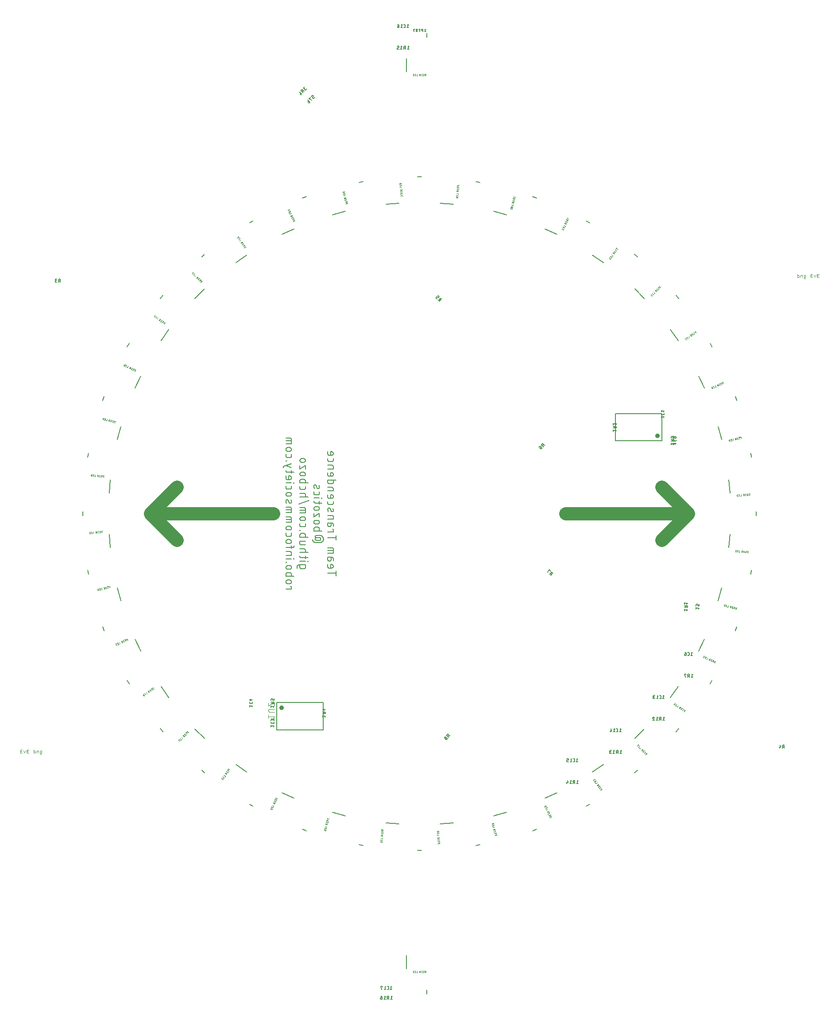
<source format=gbr>
G04 EAGLE Gerber RS-274X export*
G75*
%MOMM*%
%FSLAX34Y34*%
%LPD*%
%INSilkscreen Bottom*%
%IPPOS*%
%AMOC8*
5,1,8,0,0,1.08239X$1,22.5*%
G01*
%ADD10C,0.101600*%
%ADD11C,2.540000*%
%ADD12C,0.203200*%
%ADD13C,0.127000*%
%ADD14C,0.076200*%
%ADD15C,0.884400*%


D10*
X-747643Y-457962D02*
X-749478Y-457962D01*
X-749563Y-457960D01*
X-749647Y-457954D01*
X-749731Y-457944D01*
X-749815Y-457931D01*
X-749898Y-457913D01*
X-749980Y-457892D01*
X-750061Y-457867D01*
X-750141Y-457838D01*
X-750219Y-457806D01*
X-750295Y-457770D01*
X-750370Y-457730D01*
X-750443Y-457687D01*
X-750514Y-457641D01*
X-750583Y-457592D01*
X-750650Y-457539D01*
X-750714Y-457483D01*
X-750775Y-457425D01*
X-750833Y-457364D01*
X-750889Y-457300D01*
X-750942Y-457233D01*
X-750991Y-457164D01*
X-751037Y-457093D01*
X-751080Y-457020D01*
X-751120Y-456945D01*
X-751156Y-456869D01*
X-751188Y-456791D01*
X-751217Y-456711D01*
X-751242Y-456630D01*
X-751263Y-456548D01*
X-751281Y-456465D01*
X-751294Y-456381D01*
X-751304Y-456297D01*
X-751310Y-456213D01*
X-751312Y-456128D01*
X-751310Y-456043D01*
X-751304Y-455959D01*
X-751294Y-455875D01*
X-751281Y-455791D01*
X-751263Y-455708D01*
X-751242Y-455626D01*
X-751217Y-455545D01*
X-751188Y-455465D01*
X-751156Y-455387D01*
X-751120Y-455311D01*
X-751080Y-455236D01*
X-751037Y-455163D01*
X-750991Y-455092D01*
X-750942Y-455023D01*
X-750889Y-454956D01*
X-750833Y-454892D01*
X-750775Y-454831D01*
X-750714Y-454773D01*
X-750650Y-454717D01*
X-750583Y-454664D01*
X-750514Y-454615D01*
X-750443Y-454569D01*
X-750370Y-454526D01*
X-750295Y-454486D01*
X-750219Y-454450D01*
X-750141Y-454418D01*
X-750061Y-454389D01*
X-749980Y-454364D01*
X-749898Y-454343D01*
X-749815Y-454325D01*
X-749731Y-454312D01*
X-749647Y-454302D01*
X-749563Y-454296D01*
X-749478Y-454294D01*
X-749845Y-451358D02*
X-747643Y-451358D01*
X-749845Y-451358D02*
X-749921Y-451360D01*
X-749996Y-451366D01*
X-750071Y-451375D01*
X-750145Y-451389D01*
X-750219Y-451406D01*
X-750291Y-451428D01*
X-750363Y-451452D01*
X-750433Y-451481D01*
X-750501Y-451513D01*
X-750568Y-451548D01*
X-750633Y-451587D01*
X-750696Y-451630D01*
X-750756Y-451675D01*
X-750814Y-451723D01*
X-750870Y-451775D01*
X-750922Y-451829D01*
X-750972Y-451886D01*
X-751019Y-451945D01*
X-751063Y-452006D01*
X-751104Y-452070D01*
X-751141Y-452136D01*
X-751175Y-452204D01*
X-751205Y-452273D01*
X-751232Y-452344D01*
X-751255Y-452416D01*
X-751274Y-452489D01*
X-751289Y-452563D01*
X-751301Y-452638D01*
X-751309Y-452713D01*
X-751313Y-452788D01*
X-751313Y-452864D01*
X-751309Y-452939D01*
X-751301Y-453014D01*
X-751289Y-453089D01*
X-751274Y-453163D01*
X-751255Y-453236D01*
X-751232Y-453308D01*
X-751205Y-453379D01*
X-751175Y-453448D01*
X-751141Y-453516D01*
X-751104Y-453582D01*
X-751063Y-453646D01*
X-751019Y-453707D01*
X-750972Y-453766D01*
X-750922Y-453823D01*
X-750870Y-453877D01*
X-750814Y-453929D01*
X-750756Y-453977D01*
X-750696Y-454022D01*
X-750633Y-454065D01*
X-750568Y-454104D01*
X-750501Y-454139D01*
X-750433Y-454171D01*
X-750363Y-454200D01*
X-750291Y-454224D01*
X-750219Y-454246D01*
X-750145Y-454263D01*
X-750071Y-454277D01*
X-749996Y-454286D01*
X-749921Y-454292D01*
X-749845Y-454294D01*
X-749845Y-454293D02*
X-748377Y-454293D01*
X-754182Y-453559D02*
X-755650Y-457962D01*
X-757118Y-453559D01*
X-759988Y-457962D02*
X-761822Y-457962D01*
X-761907Y-457960D01*
X-761991Y-457954D01*
X-762075Y-457944D01*
X-762159Y-457931D01*
X-762242Y-457913D01*
X-762324Y-457892D01*
X-762405Y-457867D01*
X-762485Y-457838D01*
X-762563Y-457806D01*
X-762639Y-457770D01*
X-762714Y-457730D01*
X-762787Y-457687D01*
X-762858Y-457641D01*
X-762927Y-457592D01*
X-762994Y-457539D01*
X-763058Y-457483D01*
X-763119Y-457425D01*
X-763177Y-457364D01*
X-763233Y-457300D01*
X-763286Y-457233D01*
X-763335Y-457164D01*
X-763381Y-457093D01*
X-763424Y-457020D01*
X-763464Y-456945D01*
X-763500Y-456869D01*
X-763532Y-456791D01*
X-763561Y-456711D01*
X-763586Y-456630D01*
X-763607Y-456548D01*
X-763625Y-456465D01*
X-763638Y-456381D01*
X-763648Y-456297D01*
X-763654Y-456213D01*
X-763656Y-456128D01*
X-763654Y-456043D01*
X-763648Y-455959D01*
X-763638Y-455875D01*
X-763625Y-455791D01*
X-763607Y-455708D01*
X-763586Y-455626D01*
X-763561Y-455545D01*
X-763532Y-455465D01*
X-763500Y-455387D01*
X-763464Y-455311D01*
X-763424Y-455236D01*
X-763381Y-455163D01*
X-763335Y-455092D01*
X-763286Y-455023D01*
X-763233Y-454956D01*
X-763177Y-454892D01*
X-763119Y-454831D01*
X-763058Y-454773D01*
X-762994Y-454717D01*
X-762927Y-454664D01*
X-762858Y-454615D01*
X-762787Y-454569D01*
X-762714Y-454526D01*
X-762639Y-454486D01*
X-762563Y-454450D01*
X-762485Y-454418D01*
X-762405Y-454389D01*
X-762324Y-454364D01*
X-762242Y-454343D01*
X-762159Y-454325D01*
X-762075Y-454312D01*
X-761991Y-454302D01*
X-761907Y-454296D01*
X-761822Y-454294D01*
X-762189Y-451358D02*
X-759988Y-451358D01*
X-762189Y-451358D02*
X-762265Y-451360D01*
X-762340Y-451366D01*
X-762415Y-451375D01*
X-762489Y-451389D01*
X-762563Y-451406D01*
X-762635Y-451428D01*
X-762707Y-451452D01*
X-762777Y-451481D01*
X-762845Y-451513D01*
X-762912Y-451548D01*
X-762977Y-451587D01*
X-763040Y-451630D01*
X-763100Y-451675D01*
X-763158Y-451723D01*
X-763214Y-451775D01*
X-763266Y-451829D01*
X-763316Y-451886D01*
X-763363Y-451945D01*
X-763407Y-452006D01*
X-763448Y-452070D01*
X-763485Y-452136D01*
X-763519Y-452204D01*
X-763549Y-452273D01*
X-763576Y-452344D01*
X-763599Y-452416D01*
X-763618Y-452489D01*
X-763633Y-452563D01*
X-763645Y-452638D01*
X-763653Y-452713D01*
X-763657Y-452788D01*
X-763657Y-452864D01*
X-763653Y-452939D01*
X-763645Y-453014D01*
X-763633Y-453089D01*
X-763618Y-453163D01*
X-763599Y-453236D01*
X-763576Y-453308D01*
X-763549Y-453379D01*
X-763519Y-453448D01*
X-763485Y-453516D01*
X-763448Y-453582D01*
X-763407Y-453646D01*
X-763363Y-453707D01*
X-763316Y-453766D01*
X-763266Y-453823D01*
X-763214Y-453877D01*
X-763158Y-453929D01*
X-763100Y-453977D01*
X-763040Y-454022D01*
X-762977Y-454065D01*
X-762912Y-454104D01*
X-762845Y-454139D01*
X-762777Y-454171D01*
X-762707Y-454200D01*
X-762635Y-454224D01*
X-762563Y-454246D01*
X-762489Y-454263D01*
X-762415Y-454277D01*
X-762340Y-454286D01*
X-762265Y-454292D01*
X-762189Y-454294D01*
X-762189Y-454293D02*
X-760721Y-454293D01*
X-725431Y-457962D02*
X-723597Y-457962D01*
X-723533Y-457960D01*
X-723469Y-457955D01*
X-723406Y-457945D01*
X-723343Y-457932D01*
X-723281Y-457916D01*
X-723220Y-457896D01*
X-723161Y-457872D01*
X-723103Y-457845D01*
X-723047Y-457814D01*
X-722992Y-457781D01*
X-722940Y-457744D01*
X-722889Y-457704D01*
X-722841Y-457662D01*
X-722796Y-457617D01*
X-722754Y-457569D01*
X-722714Y-457518D01*
X-722677Y-457466D01*
X-722644Y-457412D01*
X-722613Y-457355D01*
X-722586Y-457297D01*
X-722562Y-457238D01*
X-722542Y-457177D01*
X-722526Y-457115D01*
X-722513Y-457052D01*
X-722503Y-456989D01*
X-722498Y-456925D01*
X-722496Y-456861D01*
X-722496Y-454660D01*
X-722498Y-454596D01*
X-722503Y-454532D01*
X-722513Y-454469D01*
X-722526Y-454406D01*
X-722542Y-454344D01*
X-722562Y-454283D01*
X-722586Y-454224D01*
X-722613Y-454166D01*
X-722644Y-454110D01*
X-722677Y-454055D01*
X-722714Y-454003D01*
X-722754Y-453952D01*
X-722796Y-453904D01*
X-722841Y-453859D01*
X-722889Y-453817D01*
X-722940Y-453777D01*
X-722992Y-453740D01*
X-723047Y-453707D01*
X-723103Y-453676D01*
X-723161Y-453649D01*
X-723220Y-453625D01*
X-723281Y-453605D01*
X-723343Y-453589D01*
X-723406Y-453576D01*
X-723469Y-453566D01*
X-723533Y-453561D01*
X-723597Y-453559D01*
X-725431Y-453559D01*
X-725431Y-459063D01*
X-725429Y-459127D01*
X-725424Y-459191D01*
X-725414Y-459254D01*
X-725401Y-459317D01*
X-725385Y-459379D01*
X-725365Y-459440D01*
X-725341Y-459499D01*
X-725314Y-459557D01*
X-725283Y-459614D01*
X-725250Y-459668D01*
X-725213Y-459720D01*
X-725173Y-459771D01*
X-725131Y-459819D01*
X-725086Y-459864D01*
X-725038Y-459906D01*
X-724987Y-459946D01*
X-724935Y-459983D01*
X-724881Y-460016D01*
X-724824Y-460047D01*
X-724766Y-460074D01*
X-724707Y-460098D01*
X-724646Y-460118D01*
X-724584Y-460134D01*
X-724521Y-460147D01*
X-724458Y-460157D01*
X-724394Y-460162D01*
X-724330Y-460164D01*
X-724330Y-460163D02*
X-722863Y-460163D01*
X-728944Y-457962D02*
X-728944Y-453559D01*
X-730778Y-453559D01*
X-730842Y-453561D01*
X-730906Y-453566D01*
X-730969Y-453576D01*
X-731032Y-453589D01*
X-731094Y-453605D01*
X-731155Y-453625D01*
X-731214Y-453649D01*
X-731272Y-453676D01*
X-731329Y-453707D01*
X-731383Y-453740D01*
X-731435Y-453777D01*
X-731486Y-453817D01*
X-731534Y-453859D01*
X-731579Y-453904D01*
X-731621Y-453952D01*
X-731661Y-454003D01*
X-731698Y-454055D01*
X-731732Y-454110D01*
X-731762Y-454166D01*
X-731789Y-454224D01*
X-731813Y-454283D01*
X-731833Y-454344D01*
X-731849Y-454406D01*
X-731862Y-454469D01*
X-731872Y-454532D01*
X-731877Y-454596D01*
X-731879Y-454660D01*
X-731879Y-457962D01*
X-738004Y-457962D02*
X-738004Y-451358D01*
X-738004Y-457962D02*
X-736170Y-457962D01*
X-736106Y-457960D01*
X-736042Y-457955D01*
X-735979Y-457945D01*
X-735916Y-457932D01*
X-735854Y-457916D01*
X-735793Y-457896D01*
X-735734Y-457872D01*
X-735676Y-457845D01*
X-735620Y-457814D01*
X-735565Y-457781D01*
X-735513Y-457744D01*
X-735462Y-457704D01*
X-735414Y-457662D01*
X-735369Y-457617D01*
X-735327Y-457569D01*
X-735287Y-457518D01*
X-735250Y-457466D01*
X-735217Y-457412D01*
X-735186Y-457355D01*
X-735159Y-457297D01*
X-735135Y-457238D01*
X-735115Y-457177D01*
X-735099Y-457115D01*
X-735086Y-457052D01*
X-735076Y-456989D01*
X-735071Y-456925D01*
X-735069Y-456861D01*
X-735069Y-454660D01*
X-735071Y-454596D01*
X-735076Y-454532D01*
X-735086Y-454469D01*
X-735099Y-454406D01*
X-735115Y-454344D01*
X-735135Y-454283D01*
X-735159Y-454224D01*
X-735186Y-454166D01*
X-735217Y-454110D01*
X-735250Y-454055D01*
X-735287Y-454003D01*
X-735327Y-453952D01*
X-735369Y-453904D01*
X-735414Y-453859D01*
X-735462Y-453817D01*
X-735513Y-453777D01*
X-735565Y-453740D01*
X-735620Y-453707D01*
X-735676Y-453676D01*
X-735734Y-453649D01*
X-735793Y-453625D01*
X-735854Y-453605D01*
X-735916Y-453589D01*
X-735979Y-453576D01*
X-736042Y-453566D01*
X-736106Y-453561D01*
X-736170Y-453559D01*
X-738004Y-453559D01*
X735069Y451358D02*
X736903Y451358D01*
X736967Y451360D01*
X737031Y451365D01*
X737094Y451375D01*
X737157Y451388D01*
X737219Y451404D01*
X737280Y451424D01*
X737339Y451448D01*
X737397Y451475D01*
X737454Y451506D01*
X737508Y451539D01*
X737560Y451576D01*
X737611Y451616D01*
X737659Y451658D01*
X737704Y451703D01*
X737746Y451751D01*
X737786Y451802D01*
X737823Y451854D01*
X737857Y451909D01*
X737887Y451965D01*
X737914Y452023D01*
X737938Y452082D01*
X737958Y452143D01*
X737974Y452205D01*
X737987Y452268D01*
X737997Y452331D01*
X738002Y452395D01*
X738004Y452459D01*
X738004Y454660D01*
X738002Y454724D01*
X737997Y454788D01*
X737987Y454851D01*
X737974Y454914D01*
X737958Y454976D01*
X737938Y455037D01*
X737914Y455096D01*
X737887Y455154D01*
X737856Y455211D01*
X737823Y455265D01*
X737786Y455317D01*
X737746Y455368D01*
X737704Y455416D01*
X737659Y455461D01*
X737611Y455503D01*
X737560Y455543D01*
X737508Y455580D01*
X737454Y455613D01*
X737397Y455644D01*
X737339Y455671D01*
X737280Y455695D01*
X737219Y455715D01*
X737157Y455731D01*
X737094Y455744D01*
X737031Y455754D01*
X736967Y455759D01*
X736903Y455761D01*
X735069Y455761D01*
X735069Y450257D01*
X735071Y450193D01*
X735076Y450129D01*
X735086Y450066D01*
X735099Y450003D01*
X735115Y449941D01*
X735135Y449880D01*
X735159Y449821D01*
X735186Y449763D01*
X735217Y449707D01*
X735250Y449652D01*
X735287Y449600D01*
X735327Y449549D01*
X735369Y449501D01*
X735414Y449456D01*
X735462Y449414D01*
X735513Y449374D01*
X735565Y449337D01*
X735620Y449304D01*
X735676Y449273D01*
X735734Y449246D01*
X735793Y449222D01*
X735854Y449202D01*
X735916Y449186D01*
X735979Y449173D01*
X736042Y449163D01*
X736106Y449158D01*
X736170Y449156D01*
X736170Y449157D02*
X737637Y449157D01*
X731556Y451358D02*
X731556Y455761D01*
X729722Y455761D01*
X729658Y455759D01*
X729594Y455754D01*
X729531Y455744D01*
X729468Y455731D01*
X729406Y455715D01*
X729345Y455695D01*
X729286Y455671D01*
X729228Y455644D01*
X729172Y455613D01*
X729117Y455580D01*
X729065Y455543D01*
X729014Y455503D01*
X728966Y455461D01*
X728921Y455416D01*
X728879Y455368D01*
X728839Y455317D01*
X728802Y455265D01*
X728769Y455211D01*
X728738Y455154D01*
X728711Y455096D01*
X728687Y455037D01*
X728667Y454976D01*
X728651Y454914D01*
X728638Y454851D01*
X728628Y454788D01*
X728623Y454724D01*
X728621Y454660D01*
X728621Y451358D01*
X722496Y451358D02*
X722496Y457962D01*
X722496Y451358D02*
X724330Y451358D01*
X724394Y451360D01*
X724458Y451365D01*
X724521Y451375D01*
X724584Y451388D01*
X724646Y451404D01*
X724707Y451424D01*
X724766Y451448D01*
X724824Y451475D01*
X724881Y451506D01*
X724935Y451539D01*
X724987Y451576D01*
X725038Y451616D01*
X725086Y451658D01*
X725131Y451703D01*
X725173Y451751D01*
X725213Y451802D01*
X725250Y451854D01*
X725284Y451909D01*
X725314Y451965D01*
X725341Y452023D01*
X725365Y452082D01*
X725385Y452143D01*
X725401Y452205D01*
X725414Y452268D01*
X725424Y452331D01*
X725429Y452395D01*
X725431Y452459D01*
X725431Y454660D01*
X725429Y454724D01*
X725424Y454788D01*
X725414Y454851D01*
X725401Y454914D01*
X725385Y454976D01*
X725365Y455037D01*
X725341Y455096D01*
X725314Y455154D01*
X725283Y455211D01*
X725250Y455265D01*
X725213Y455317D01*
X725173Y455368D01*
X725131Y455416D01*
X725086Y455461D01*
X725038Y455503D01*
X724987Y455543D01*
X724935Y455580D01*
X724881Y455613D01*
X724824Y455644D01*
X724766Y455671D01*
X724707Y455695D01*
X724646Y455715D01*
X724584Y455731D01*
X724521Y455744D01*
X724458Y455754D01*
X724394Y455759D01*
X724330Y455761D01*
X722496Y455761D01*
X761822Y451358D02*
X763657Y451358D01*
X761822Y451358D02*
X761737Y451360D01*
X761653Y451366D01*
X761569Y451376D01*
X761485Y451389D01*
X761402Y451407D01*
X761320Y451428D01*
X761239Y451453D01*
X761159Y451482D01*
X761081Y451514D01*
X761005Y451550D01*
X760930Y451590D01*
X760857Y451633D01*
X760786Y451679D01*
X760717Y451728D01*
X760650Y451781D01*
X760586Y451837D01*
X760525Y451895D01*
X760467Y451956D01*
X760411Y452020D01*
X760358Y452087D01*
X760309Y452156D01*
X760263Y452227D01*
X760220Y452300D01*
X760180Y452375D01*
X760144Y452451D01*
X760112Y452529D01*
X760083Y452609D01*
X760058Y452690D01*
X760037Y452772D01*
X760019Y452855D01*
X760006Y452939D01*
X759996Y453023D01*
X759990Y453107D01*
X759988Y453192D01*
X759990Y453277D01*
X759996Y453361D01*
X760006Y453445D01*
X760019Y453529D01*
X760037Y453612D01*
X760058Y453694D01*
X760083Y453775D01*
X760112Y453855D01*
X760144Y453933D01*
X760180Y454009D01*
X760220Y454084D01*
X760263Y454157D01*
X760309Y454228D01*
X760358Y454297D01*
X760411Y454364D01*
X760467Y454428D01*
X760525Y454489D01*
X760586Y454547D01*
X760650Y454603D01*
X760717Y454656D01*
X760786Y454705D01*
X760857Y454751D01*
X760930Y454794D01*
X761005Y454834D01*
X761081Y454870D01*
X761159Y454902D01*
X761239Y454931D01*
X761320Y454956D01*
X761402Y454977D01*
X761485Y454995D01*
X761569Y455008D01*
X761653Y455018D01*
X761737Y455024D01*
X761822Y455026D01*
X761455Y457962D02*
X763657Y457962D01*
X761455Y457962D02*
X761379Y457960D01*
X761304Y457954D01*
X761229Y457945D01*
X761155Y457931D01*
X761081Y457914D01*
X761009Y457892D01*
X760937Y457868D01*
X760867Y457839D01*
X760799Y457807D01*
X760732Y457772D01*
X760667Y457733D01*
X760604Y457690D01*
X760544Y457645D01*
X760486Y457597D01*
X760430Y457545D01*
X760378Y457491D01*
X760328Y457434D01*
X760281Y457375D01*
X760237Y457314D01*
X760196Y457250D01*
X760159Y457184D01*
X760125Y457116D01*
X760095Y457047D01*
X760068Y456976D01*
X760045Y456904D01*
X760026Y456831D01*
X760011Y456757D01*
X759999Y456682D01*
X759991Y456607D01*
X759987Y456532D01*
X759987Y456456D01*
X759991Y456381D01*
X759999Y456306D01*
X760011Y456231D01*
X760026Y456157D01*
X760045Y456084D01*
X760068Y456012D01*
X760095Y455941D01*
X760125Y455872D01*
X760159Y455804D01*
X760196Y455738D01*
X760237Y455674D01*
X760281Y455613D01*
X760328Y455554D01*
X760378Y455497D01*
X760430Y455443D01*
X760486Y455391D01*
X760544Y455343D01*
X760604Y455298D01*
X760667Y455255D01*
X760732Y455216D01*
X760799Y455181D01*
X760867Y455149D01*
X760937Y455120D01*
X761009Y455096D01*
X761081Y455074D01*
X761155Y455057D01*
X761229Y455043D01*
X761304Y455034D01*
X761379Y455028D01*
X761455Y455026D01*
X761455Y455027D02*
X762923Y455027D01*
X757118Y455761D02*
X755650Y451358D01*
X754182Y455761D01*
X751312Y451358D02*
X749478Y451358D01*
X749393Y451360D01*
X749309Y451366D01*
X749225Y451376D01*
X749141Y451389D01*
X749058Y451407D01*
X748976Y451428D01*
X748895Y451453D01*
X748815Y451482D01*
X748737Y451514D01*
X748661Y451550D01*
X748586Y451590D01*
X748513Y451633D01*
X748442Y451679D01*
X748373Y451728D01*
X748306Y451781D01*
X748242Y451837D01*
X748181Y451895D01*
X748123Y451956D01*
X748067Y452020D01*
X748014Y452087D01*
X747965Y452156D01*
X747919Y452227D01*
X747876Y452300D01*
X747836Y452375D01*
X747800Y452451D01*
X747768Y452529D01*
X747739Y452609D01*
X747714Y452690D01*
X747693Y452772D01*
X747675Y452855D01*
X747662Y452939D01*
X747652Y453023D01*
X747646Y453107D01*
X747644Y453192D01*
X747646Y453277D01*
X747652Y453361D01*
X747662Y453445D01*
X747675Y453529D01*
X747693Y453612D01*
X747714Y453694D01*
X747739Y453775D01*
X747768Y453855D01*
X747800Y453933D01*
X747836Y454009D01*
X747876Y454084D01*
X747919Y454157D01*
X747965Y454228D01*
X748014Y454297D01*
X748067Y454364D01*
X748123Y454428D01*
X748181Y454489D01*
X748242Y454547D01*
X748306Y454603D01*
X748373Y454656D01*
X748442Y454705D01*
X748513Y454751D01*
X748586Y454794D01*
X748661Y454834D01*
X748737Y454870D01*
X748815Y454902D01*
X748895Y454931D01*
X748976Y454956D01*
X749058Y454977D01*
X749141Y454995D01*
X749225Y455008D01*
X749309Y455018D01*
X749393Y455024D01*
X749478Y455026D01*
X749111Y457962D02*
X751312Y457962D01*
X749111Y457962D02*
X749035Y457960D01*
X748960Y457954D01*
X748885Y457945D01*
X748811Y457931D01*
X748737Y457914D01*
X748665Y457892D01*
X748593Y457868D01*
X748523Y457839D01*
X748455Y457807D01*
X748388Y457772D01*
X748323Y457733D01*
X748260Y457690D01*
X748200Y457645D01*
X748142Y457597D01*
X748086Y457545D01*
X748034Y457491D01*
X747984Y457434D01*
X747937Y457375D01*
X747893Y457314D01*
X747852Y457250D01*
X747815Y457184D01*
X747781Y457116D01*
X747751Y457047D01*
X747724Y456976D01*
X747701Y456904D01*
X747682Y456831D01*
X747667Y456757D01*
X747655Y456682D01*
X747647Y456607D01*
X747643Y456532D01*
X747643Y456456D01*
X747647Y456381D01*
X747655Y456306D01*
X747667Y456231D01*
X747682Y456157D01*
X747701Y456084D01*
X747724Y456012D01*
X747751Y455941D01*
X747781Y455872D01*
X747815Y455804D01*
X747852Y455738D01*
X747893Y455674D01*
X747937Y455613D01*
X747984Y455554D01*
X748034Y455497D01*
X748086Y455443D01*
X748142Y455391D01*
X748200Y455343D01*
X748260Y455298D01*
X748323Y455255D01*
X748388Y455216D01*
X748455Y455181D01*
X748523Y455149D01*
X748593Y455120D01*
X748665Y455096D01*
X748737Y455074D01*
X748811Y455057D01*
X748885Y455043D01*
X748960Y455034D01*
X749035Y455028D01*
X749111Y455026D01*
X749111Y455027D02*
X750579Y455027D01*
D11*
X-279400Y0D02*
X-514350Y0D01*
X-463550Y50800D01*
X-514350Y0D02*
X-463550Y-50800D01*
X279400Y0D02*
X514350Y0D01*
X463550Y-50800D01*
X514350Y0D02*
X463550Y50800D01*
D12*
X-159766Y-114192D02*
X-175514Y-114192D01*
X-159766Y-118566D02*
X-159766Y-109817D01*
X-175514Y-101519D02*
X-175514Y-97145D01*
X-175514Y-101519D02*
X-175512Y-101620D01*
X-175506Y-101720D01*
X-175497Y-101820D01*
X-175483Y-101920D01*
X-175466Y-102019D01*
X-175445Y-102117D01*
X-175420Y-102215D01*
X-175392Y-102311D01*
X-175359Y-102406D01*
X-175324Y-102500D01*
X-175284Y-102593D01*
X-175241Y-102684D01*
X-175195Y-102773D01*
X-175145Y-102860D01*
X-175092Y-102946D01*
X-175036Y-103029D01*
X-174977Y-103110D01*
X-174914Y-103189D01*
X-174849Y-103265D01*
X-174780Y-103339D01*
X-174709Y-103410D01*
X-174635Y-103479D01*
X-174559Y-103544D01*
X-174480Y-103607D01*
X-174399Y-103666D01*
X-174316Y-103722D01*
X-174230Y-103775D01*
X-174143Y-103825D01*
X-174054Y-103871D01*
X-173963Y-103914D01*
X-173870Y-103954D01*
X-173776Y-103989D01*
X-173681Y-104022D01*
X-173585Y-104050D01*
X-173487Y-104075D01*
X-173389Y-104096D01*
X-173290Y-104113D01*
X-173190Y-104127D01*
X-173090Y-104136D01*
X-172990Y-104142D01*
X-172889Y-104144D01*
X-168515Y-104144D01*
X-168397Y-104142D01*
X-168279Y-104136D01*
X-168161Y-104126D01*
X-168044Y-104112D01*
X-167927Y-104094D01*
X-167810Y-104072D01*
X-167695Y-104047D01*
X-167581Y-104017D01*
X-167467Y-103983D01*
X-167355Y-103946D01*
X-167244Y-103905D01*
X-167135Y-103860D01*
X-167027Y-103812D01*
X-166921Y-103760D01*
X-166816Y-103704D01*
X-166714Y-103645D01*
X-166614Y-103583D01*
X-166516Y-103517D01*
X-166420Y-103448D01*
X-166326Y-103375D01*
X-166235Y-103300D01*
X-166147Y-103221D01*
X-166061Y-103140D01*
X-165978Y-103055D01*
X-165898Y-102968D01*
X-165821Y-102879D01*
X-165747Y-102786D01*
X-165677Y-102692D01*
X-165609Y-102595D01*
X-165545Y-102495D01*
X-165484Y-102394D01*
X-165427Y-102291D01*
X-165373Y-102185D01*
X-165322Y-102078D01*
X-165276Y-101970D01*
X-165233Y-101860D01*
X-165194Y-101748D01*
X-165158Y-101635D01*
X-165127Y-101521D01*
X-165099Y-101406D01*
X-165075Y-101291D01*
X-165055Y-101174D01*
X-165039Y-101057D01*
X-165027Y-100939D01*
X-165019Y-100821D01*
X-165015Y-100703D01*
X-165015Y-100585D01*
X-165019Y-100467D01*
X-165027Y-100349D01*
X-165039Y-100231D01*
X-165055Y-100114D01*
X-165075Y-99997D01*
X-165099Y-99882D01*
X-165127Y-99767D01*
X-165158Y-99653D01*
X-165194Y-99540D01*
X-165233Y-99428D01*
X-165276Y-99318D01*
X-165322Y-99210D01*
X-165373Y-99103D01*
X-165427Y-98997D01*
X-165484Y-98894D01*
X-165545Y-98793D01*
X-165609Y-98693D01*
X-165677Y-98596D01*
X-165747Y-98502D01*
X-165821Y-98409D01*
X-165898Y-98320D01*
X-165978Y-98233D01*
X-166061Y-98148D01*
X-166147Y-98067D01*
X-166235Y-97988D01*
X-166326Y-97913D01*
X-166420Y-97840D01*
X-166516Y-97771D01*
X-166614Y-97705D01*
X-166714Y-97643D01*
X-166816Y-97584D01*
X-166921Y-97528D01*
X-167027Y-97476D01*
X-167135Y-97428D01*
X-167244Y-97383D01*
X-167355Y-97342D01*
X-167467Y-97305D01*
X-167581Y-97271D01*
X-167695Y-97241D01*
X-167810Y-97216D01*
X-167927Y-97194D01*
X-168044Y-97176D01*
X-168161Y-97162D01*
X-168279Y-97152D01*
X-168397Y-97146D01*
X-168515Y-97144D01*
X-168515Y-97145D02*
X-170265Y-97145D01*
X-170265Y-104144D01*
X-169390Y-87623D02*
X-169390Y-83686D01*
X-169390Y-87623D02*
X-169392Y-87732D01*
X-169398Y-87841D01*
X-169408Y-87950D01*
X-169421Y-88059D01*
X-169439Y-88167D01*
X-169460Y-88274D01*
X-169485Y-88380D01*
X-169514Y-88486D01*
X-169547Y-88590D01*
X-169583Y-88693D01*
X-169623Y-88795D01*
X-169667Y-88895D01*
X-169714Y-88994D01*
X-169765Y-89090D01*
X-169819Y-89185D01*
X-169876Y-89278D01*
X-169937Y-89369D01*
X-170001Y-89458D01*
X-170068Y-89544D01*
X-170138Y-89628D01*
X-170211Y-89710D01*
X-170287Y-89788D01*
X-170365Y-89864D01*
X-170447Y-89937D01*
X-170531Y-90007D01*
X-170617Y-90074D01*
X-170706Y-90138D01*
X-170797Y-90199D01*
X-170890Y-90256D01*
X-170985Y-90310D01*
X-171081Y-90361D01*
X-171180Y-90408D01*
X-171280Y-90452D01*
X-171382Y-90492D01*
X-171485Y-90528D01*
X-171589Y-90561D01*
X-171695Y-90590D01*
X-171801Y-90615D01*
X-171908Y-90636D01*
X-172016Y-90654D01*
X-172125Y-90667D01*
X-172234Y-90677D01*
X-172343Y-90683D01*
X-172452Y-90685D01*
X-172561Y-90683D01*
X-172670Y-90677D01*
X-172779Y-90667D01*
X-172888Y-90654D01*
X-172996Y-90636D01*
X-173103Y-90615D01*
X-173209Y-90590D01*
X-173315Y-90561D01*
X-173419Y-90528D01*
X-173522Y-90492D01*
X-173624Y-90452D01*
X-173724Y-90408D01*
X-173823Y-90361D01*
X-173919Y-90310D01*
X-174014Y-90256D01*
X-174107Y-90199D01*
X-174198Y-90138D01*
X-174287Y-90074D01*
X-174373Y-90007D01*
X-174457Y-89937D01*
X-174539Y-89864D01*
X-174617Y-89788D01*
X-174693Y-89710D01*
X-174766Y-89628D01*
X-174836Y-89544D01*
X-174903Y-89458D01*
X-174967Y-89369D01*
X-175028Y-89278D01*
X-175085Y-89185D01*
X-175139Y-89090D01*
X-175190Y-88994D01*
X-175237Y-88895D01*
X-175281Y-88795D01*
X-175321Y-88693D01*
X-175357Y-88590D01*
X-175390Y-88486D01*
X-175419Y-88380D01*
X-175444Y-88274D01*
X-175465Y-88167D01*
X-175483Y-88059D01*
X-175496Y-87950D01*
X-175506Y-87841D01*
X-175512Y-87732D01*
X-175514Y-87623D01*
X-175514Y-83686D01*
X-167640Y-83686D01*
X-167539Y-83688D01*
X-167439Y-83694D01*
X-167339Y-83703D01*
X-167239Y-83717D01*
X-167140Y-83734D01*
X-167042Y-83755D01*
X-166944Y-83780D01*
X-166848Y-83808D01*
X-166753Y-83841D01*
X-166659Y-83876D01*
X-166566Y-83916D01*
X-166475Y-83959D01*
X-166386Y-84005D01*
X-166299Y-84055D01*
X-166213Y-84108D01*
X-166130Y-84164D01*
X-166049Y-84223D01*
X-165970Y-84286D01*
X-165894Y-84351D01*
X-165820Y-84420D01*
X-165749Y-84491D01*
X-165680Y-84565D01*
X-165615Y-84641D01*
X-165552Y-84720D01*
X-165493Y-84801D01*
X-165437Y-84884D01*
X-165384Y-84970D01*
X-165334Y-85057D01*
X-165288Y-85146D01*
X-165245Y-85237D01*
X-165205Y-85330D01*
X-165170Y-85424D01*
X-165137Y-85519D01*
X-165109Y-85615D01*
X-165084Y-85713D01*
X-165063Y-85811D01*
X-165046Y-85910D01*
X-165032Y-86010D01*
X-165023Y-86110D01*
X-165017Y-86210D01*
X-165015Y-86311D01*
X-165015Y-89810D01*
X-165015Y-75673D02*
X-175514Y-75673D01*
X-165015Y-75673D02*
X-165015Y-67799D01*
X-165017Y-67698D01*
X-165023Y-67598D01*
X-165032Y-67498D01*
X-165046Y-67398D01*
X-165063Y-67299D01*
X-165084Y-67201D01*
X-165109Y-67103D01*
X-165137Y-67007D01*
X-165170Y-66912D01*
X-165205Y-66818D01*
X-165245Y-66725D01*
X-165288Y-66634D01*
X-165334Y-66545D01*
X-165384Y-66458D01*
X-165437Y-66372D01*
X-165493Y-66289D01*
X-165552Y-66208D01*
X-165615Y-66129D01*
X-165680Y-66053D01*
X-165749Y-65979D01*
X-165820Y-65908D01*
X-165894Y-65839D01*
X-165970Y-65774D01*
X-166049Y-65711D01*
X-166130Y-65652D01*
X-166213Y-65596D01*
X-166299Y-65543D01*
X-166386Y-65493D01*
X-166475Y-65447D01*
X-166566Y-65404D01*
X-166659Y-65364D01*
X-166753Y-65329D01*
X-166848Y-65296D01*
X-166944Y-65268D01*
X-167042Y-65243D01*
X-167140Y-65222D01*
X-167239Y-65205D01*
X-167339Y-65191D01*
X-167439Y-65182D01*
X-167539Y-65176D01*
X-167640Y-65174D01*
X-167640Y-65175D02*
X-175514Y-65175D01*
X-175514Y-70424D02*
X-165015Y-70424D01*
X-159766Y-45935D02*
X-175514Y-45935D01*
X-159766Y-50310D02*
X-159766Y-41561D01*
X-165015Y-35265D02*
X-175514Y-35265D01*
X-165015Y-35265D02*
X-165015Y-30015D01*
X-166765Y-30015D01*
X-169390Y-21972D02*
X-169390Y-18035D01*
X-169390Y-21972D02*
X-169392Y-22081D01*
X-169398Y-22190D01*
X-169408Y-22299D01*
X-169421Y-22408D01*
X-169439Y-22516D01*
X-169460Y-22623D01*
X-169485Y-22729D01*
X-169514Y-22835D01*
X-169547Y-22939D01*
X-169583Y-23042D01*
X-169623Y-23144D01*
X-169667Y-23244D01*
X-169714Y-23343D01*
X-169765Y-23439D01*
X-169819Y-23534D01*
X-169876Y-23627D01*
X-169937Y-23718D01*
X-170001Y-23807D01*
X-170068Y-23893D01*
X-170138Y-23977D01*
X-170211Y-24059D01*
X-170287Y-24137D01*
X-170365Y-24213D01*
X-170447Y-24286D01*
X-170531Y-24356D01*
X-170617Y-24423D01*
X-170706Y-24487D01*
X-170797Y-24548D01*
X-170890Y-24605D01*
X-170985Y-24659D01*
X-171081Y-24710D01*
X-171180Y-24757D01*
X-171280Y-24801D01*
X-171382Y-24841D01*
X-171485Y-24877D01*
X-171589Y-24910D01*
X-171695Y-24939D01*
X-171801Y-24964D01*
X-171908Y-24985D01*
X-172016Y-25003D01*
X-172125Y-25016D01*
X-172234Y-25026D01*
X-172343Y-25032D01*
X-172452Y-25034D01*
X-172561Y-25032D01*
X-172670Y-25026D01*
X-172779Y-25016D01*
X-172888Y-25003D01*
X-172996Y-24985D01*
X-173103Y-24964D01*
X-173209Y-24939D01*
X-173315Y-24910D01*
X-173419Y-24877D01*
X-173522Y-24841D01*
X-173624Y-24801D01*
X-173724Y-24757D01*
X-173823Y-24710D01*
X-173919Y-24659D01*
X-174014Y-24605D01*
X-174107Y-24548D01*
X-174198Y-24487D01*
X-174287Y-24423D01*
X-174373Y-24356D01*
X-174457Y-24286D01*
X-174539Y-24213D01*
X-174617Y-24137D01*
X-174693Y-24059D01*
X-174766Y-23977D01*
X-174836Y-23893D01*
X-174903Y-23807D01*
X-174967Y-23718D01*
X-175028Y-23627D01*
X-175085Y-23534D01*
X-175139Y-23439D01*
X-175190Y-23343D01*
X-175237Y-23244D01*
X-175281Y-23144D01*
X-175321Y-23042D01*
X-175357Y-22939D01*
X-175390Y-22835D01*
X-175419Y-22729D01*
X-175444Y-22623D01*
X-175465Y-22516D01*
X-175483Y-22408D01*
X-175496Y-22299D01*
X-175506Y-22190D01*
X-175512Y-22081D01*
X-175514Y-21972D01*
X-175514Y-18035D01*
X-167640Y-18035D01*
X-167539Y-18037D01*
X-167439Y-18043D01*
X-167339Y-18052D01*
X-167239Y-18066D01*
X-167140Y-18083D01*
X-167042Y-18104D01*
X-166944Y-18129D01*
X-166848Y-18157D01*
X-166753Y-18190D01*
X-166659Y-18225D01*
X-166566Y-18265D01*
X-166475Y-18308D01*
X-166386Y-18354D01*
X-166299Y-18404D01*
X-166213Y-18457D01*
X-166130Y-18513D01*
X-166049Y-18572D01*
X-165970Y-18635D01*
X-165894Y-18700D01*
X-165820Y-18769D01*
X-165749Y-18840D01*
X-165680Y-18914D01*
X-165615Y-18990D01*
X-165552Y-19069D01*
X-165493Y-19150D01*
X-165437Y-19233D01*
X-165384Y-19319D01*
X-165334Y-19406D01*
X-165288Y-19495D01*
X-165245Y-19586D01*
X-165205Y-19679D01*
X-165170Y-19773D01*
X-165137Y-19868D01*
X-165109Y-19964D01*
X-165084Y-20062D01*
X-165063Y-20160D01*
X-165046Y-20259D01*
X-165032Y-20359D01*
X-165023Y-20459D01*
X-165017Y-20559D01*
X-165015Y-20660D01*
X-165015Y-24159D01*
X-165015Y-10357D02*
X-175514Y-10357D01*
X-165015Y-10357D02*
X-165015Y-5982D01*
X-165017Y-5881D01*
X-165023Y-5781D01*
X-165032Y-5681D01*
X-165046Y-5581D01*
X-165063Y-5482D01*
X-165084Y-5384D01*
X-165109Y-5286D01*
X-165137Y-5190D01*
X-165170Y-5095D01*
X-165205Y-5001D01*
X-165245Y-4908D01*
X-165288Y-4817D01*
X-165334Y-4728D01*
X-165384Y-4641D01*
X-165437Y-4555D01*
X-165493Y-4472D01*
X-165552Y-4391D01*
X-165615Y-4312D01*
X-165680Y-4236D01*
X-165749Y-4162D01*
X-165820Y-4091D01*
X-165894Y-4022D01*
X-165970Y-3957D01*
X-166049Y-3894D01*
X-166130Y-3835D01*
X-166213Y-3779D01*
X-166299Y-3726D01*
X-166386Y-3676D01*
X-166475Y-3630D01*
X-166566Y-3587D01*
X-166659Y-3547D01*
X-166753Y-3512D01*
X-166848Y-3479D01*
X-166944Y-3451D01*
X-167042Y-3426D01*
X-167140Y-3405D01*
X-167239Y-3388D01*
X-167339Y-3374D01*
X-167439Y-3365D01*
X-167539Y-3359D01*
X-167640Y-3357D01*
X-167640Y-3358D02*
X-175514Y-3358D01*
X-169390Y5024D02*
X-171140Y9398D01*
X-169390Y5024D02*
X-169353Y4937D01*
X-169313Y4852D01*
X-169269Y4769D01*
X-169222Y4688D01*
X-169172Y4609D01*
X-169118Y4532D01*
X-169061Y4457D01*
X-169001Y4384D01*
X-168938Y4315D01*
X-168873Y4247D01*
X-168804Y4183D01*
X-168733Y4121D01*
X-168660Y4063D01*
X-168584Y4008D01*
X-168506Y3955D01*
X-168426Y3906D01*
X-168344Y3861D01*
X-168260Y3819D01*
X-168174Y3780D01*
X-168087Y3745D01*
X-167998Y3713D01*
X-167909Y3686D01*
X-167818Y3662D01*
X-167726Y3641D01*
X-167633Y3625D01*
X-167540Y3613D01*
X-167447Y3604D01*
X-167353Y3599D01*
X-167259Y3598D01*
X-167165Y3601D01*
X-167071Y3608D01*
X-166978Y3619D01*
X-166885Y3633D01*
X-166793Y3652D01*
X-166702Y3674D01*
X-166612Y3700D01*
X-166523Y3730D01*
X-166435Y3763D01*
X-166348Y3800D01*
X-166264Y3840D01*
X-166181Y3884D01*
X-166100Y3932D01*
X-166020Y3983D01*
X-165944Y4037D01*
X-165869Y4094D01*
X-165797Y4154D01*
X-165727Y4217D01*
X-165660Y4283D01*
X-165596Y4351D01*
X-165535Y4423D01*
X-165476Y4496D01*
X-165421Y4572D01*
X-165369Y4650D01*
X-165321Y4731D01*
X-165275Y4813D01*
X-165233Y4897D01*
X-165195Y4983D01*
X-165160Y5070D01*
X-165129Y5159D01*
X-165102Y5249D01*
X-165078Y5340D01*
X-165058Y5431D01*
X-165042Y5524D01*
X-165030Y5617D01*
X-165021Y5711D01*
X-165017Y5804D01*
X-165016Y5898D01*
X-165015Y5899D02*
X-165021Y6138D01*
X-165033Y6376D01*
X-165051Y6615D01*
X-165075Y6852D01*
X-165104Y7090D01*
X-165139Y7326D01*
X-165179Y7561D01*
X-165225Y7796D01*
X-165277Y8029D01*
X-165335Y8261D01*
X-165398Y8491D01*
X-165466Y8720D01*
X-165540Y8947D01*
X-165620Y9173D01*
X-165704Y9396D01*
X-165794Y9617D01*
X-165890Y9836D01*
X-171140Y9398D02*
X-171177Y9485D01*
X-171217Y9570D01*
X-171261Y9653D01*
X-171308Y9734D01*
X-171358Y9813D01*
X-171412Y9890D01*
X-171469Y9965D01*
X-171529Y10038D01*
X-171592Y10107D01*
X-171657Y10175D01*
X-171726Y10239D01*
X-171797Y10301D01*
X-171870Y10359D01*
X-171946Y10414D01*
X-172024Y10467D01*
X-172104Y10516D01*
X-172186Y10561D01*
X-172270Y10603D01*
X-172356Y10642D01*
X-172443Y10677D01*
X-172532Y10709D01*
X-172621Y10736D01*
X-172712Y10760D01*
X-172804Y10781D01*
X-172897Y10797D01*
X-172990Y10809D01*
X-173083Y10818D01*
X-173177Y10823D01*
X-173271Y10824D01*
X-173365Y10821D01*
X-173459Y10814D01*
X-173552Y10803D01*
X-173645Y10789D01*
X-173737Y10770D01*
X-173828Y10748D01*
X-173918Y10722D01*
X-174007Y10692D01*
X-174095Y10659D01*
X-174182Y10622D01*
X-174266Y10582D01*
X-174349Y10538D01*
X-174430Y10490D01*
X-174510Y10439D01*
X-174586Y10385D01*
X-174661Y10328D01*
X-174733Y10268D01*
X-174803Y10205D01*
X-174870Y10139D01*
X-174934Y10071D01*
X-174995Y9999D01*
X-175054Y9926D01*
X-175109Y9850D01*
X-175161Y9772D01*
X-175209Y9691D01*
X-175255Y9609D01*
X-175297Y9525D01*
X-175335Y9439D01*
X-175370Y9352D01*
X-175401Y9263D01*
X-175428Y9173D01*
X-175452Y9082D01*
X-175472Y8991D01*
X-175488Y8898D01*
X-175500Y8805D01*
X-175509Y8711D01*
X-175513Y8618D01*
X-175514Y8524D01*
X-175514Y8523D02*
X-175505Y8172D01*
X-175488Y7821D01*
X-175462Y7471D01*
X-175428Y7122D01*
X-175386Y6774D01*
X-175335Y6427D01*
X-175277Y6081D01*
X-175210Y5736D01*
X-175135Y5393D01*
X-175052Y5052D01*
X-174961Y4713D01*
X-174862Y4377D01*
X-174755Y4042D01*
X-174640Y3711D01*
X-175514Y19904D02*
X-175514Y23404D01*
X-175514Y19904D02*
X-175512Y19803D01*
X-175506Y19703D01*
X-175497Y19603D01*
X-175483Y19503D01*
X-175466Y19404D01*
X-175445Y19306D01*
X-175420Y19208D01*
X-175392Y19112D01*
X-175359Y19017D01*
X-175324Y18923D01*
X-175284Y18830D01*
X-175241Y18739D01*
X-175195Y18650D01*
X-175145Y18563D01*
X-175092Y18477D01*
X-175036Y18394D01*
X-174977Y18313D01*
X-174914Y18234D01*
X-174849Y18158D01*
X-174780Y18084D01*
X-174709Y18013D01*
X-174635Y17944D01*
X-174559Y17879D01*
X-174480Y17816D01*
X-174399Y17757D01*
X-174316Y17701D01*
X-174230Y17648D01*
X-174143Y17598D01*
X-174054Y17552D01*
X-173963Y17509D01*
X-173870Y17469D01*
X-173776Y17434D01*
X-173681Y17401D01*
X-173585Y17373D01*
X-173487Y17348D01*
X-173389Y17327D01*
X-173290Y17310D01*
X-173190Y17296D01*
X-173090Y17287D01*
X-172990Y17281D01*
X-172889Y17279D01*
X-172889Y17280D02*
X-167640Y17280D01*
X-167640Y17279D02*
X-167539Y17281D01*
X-167439Y17287D01*
X-167339Y17296D01*
X-167239Y17310D01*
X-167140Y17327D01*
X-167042Y17348D01*
X-166944Y17373D01*
X-166848Y17401D01*
X-166753Y17434D01*
X-166659Y17469D01*
X-166566Y17509D01*
X-166475Y17552D01*
X-166386Y17598D01*
X-166299Y17648D01*
X-166213Y17701D01*
X-166130Y17757D01*
X-166049Y17816D01*
X-165970Y17879D01*
X-165894Y17944D01*
X-165820Y18013D01*
X-165749Y18084D01*
X-165680Y18158D01*
X-165615Y18234D01*
X-165552Y18313D01*
X-165493Y18394D01*
X-165437Y18477D01*
X-165384Y18563D01*
X-165334Y18650D01*
X-165288Y18739D01*
X-165245Y18830D01*
X-165205Y18923D01*
X-165170Y19017D01*
X-165137Y19112D01*
X-165109Y19208D01*
X-165084Y19306D01*
X-165063Y19404D01*
X-165046Y19503D01*
X-165032Y19603D01*
X-165023Y19703D01*
X-165017Y19803D01*
X-165015Y19904D01*
X-165015Y23404D01*
X-175514Y31867D02*
X-175514Y36242D01*
X-175514Y31867D02*
X-175512Y31766D01*
X-175506Y31666D01*
X-175497Y31566D01*
X-175483Y31466D01*
X-175466Y31367D01*
X-175445Y31269D01*
X-175420Y31171D01*
X-175392Y31075D01*
X-175359Y30980D01*
X-175324Y30886D01*
X-175284Y30793D01*
X-175241Y30702D01*
X-175195Y30613D01*
X-175145Y30526D01*
X-175092Y30440D01*
X-175036Y30357D01*
X-174977Y30276D01*
X-174914Y30197D01*
X-174849Y30121D01*
X-174780Y30047D01*
X-174709Y29976D01*
X-174635Y29907D01*
X-174559Y29842D01*
X-174480Y29779D01*
X-174399Y29720D01*
X-174316Y29664D01*
X-174230Y29611D01*
X-174143Y29561D01*
X-174054Y29515D01*
X-173963Y29472D01*
X-173870Y29432D01*
X-173776Y29397D01*
X-173681Y29364D01*
X-173585Y29336D01*
X-173487Y29311D01*
X-173389Y29290D01*
X-173290Y29273D01*
X-173190Y29259D01*
X-173090Y29250D01*
X-172990Y29244D01*
X-172889Y29242D01*
X-168515Y29242D01*
X-168397Y29244D01*
X-168279Y29250D01*
X-168161Y29260D01*
X-168044Y29274D01*
X-167927Y29292D01*
X-167810Y29314D01*
X-167695Y29339D01*
X-167581Y29369D01*
X-167467Y29403D01*
X-167355Y29440D01*
X-167244Y29481D01*
X-167135Y29526D01*
X-167027Y29574D01*
X-166921Y29626D01*
X-166816Y29682D01*
X-166714Y29741D01*
X-166614Y29803D01*
X-166516Y29869D01*
X-166420Y29938D01*
X-166326Y30011D01*
X-166235Y30086D01*
X-166147Y30165D01*
X-166061Y30246D01*
X-165978Y30331D01*
X-165898Y30418D01*
X-165821Y30507D01*
X-165747Y30600D01*
X-165677Y30694D01*
X-165609Y30791D01*
X-165545Y30891D01*
X-165484Y30992D01*
X-165427Y31095D01*
X-165373Y31201D01*
X-165322Y31308D01*
X-165276Y31416D01*
X-165233Y31526D01*
X-165194Y31638D01*
X-165158Y31751D01*
X-165127Y31865D01*
X-165099Y31980D01*
X-165075Y32095D01*
X-165055Y32212D01*
X-165039Y32329D01*
X-165027Y32447D01*
X-165019Y32565D01*
X-165015Y32683D01*
X-165015Y32801D01*
X-165019Y32919D01*
X-165027Y33037D01*
X-165039Y33155D01*
X-165055Y33272D01*
X-165075Y33389D01*
X-165099Y33504D01*
X-165127Y33619D01*
X-165158Y33733D01*
X-165194Y33846D01*
X-165233Y33958D01*
X-165276Y34068D01*
X-165322Y34176D01*
X-165373Y34283D01*
X-165427Y34389D01*
X-165484Y34492D01*
X-165545Y34593D01*
X-165609Y34693D01*
X-165677Y34790D01*
X-165747Y34884D01*
X-165821Y34977D01*
X-165898Y35066D01*
X-165978Y35153D01*
X-166061Y35238D01*
X-166147Y35319D01*
X-166235Y35398D01*
X-166326Y35473D01*
X-166420Y35546D01*
X-166516Y35615D01*
X-166614Y35681D01*
X-166714Y35743D01*
X-166816Y35802D01*
X-166921Y35858D01*
X-167027Y35910D01*
X-167135Y35958D01*
X-167244Y36003D01*
X-167355Y36044D01*
X-167467Y36081D01*
X-167581Y36115D01*
X-167695Y36145D01*
X-167810Y36170D01*
X-167927Y36192D01*
X-168044Y36210D01*
X-168161Y36224D01*
X-168279Y36234D01*
X-168397Y36240D01*
X-168515Y36242D01*
X-170265Y36242D01*
X-170265Y29242D01*
X-175514Y43311D02*
X-165015Y43311D01*
X-165015Y47685D01*
X-165017Y47786D01*
X-165023Y47886D01*
X-165032Y47986D01*
X-165046Y48086D01*
X-165063Y48185D01*
X-165084Y48283D01*
X-165109Y48381D01*
X-165137Y48477D01*
X-165170Y48572D01*
X-165205Y48666D01*
X-165245Y48759D01*
X-165288Y48850D01*
X-165334Y48939D01*
X-165384Y49026D01*
X-165437Y49112D01*
X-165493Y49195D01*
X-165552Y49276D01*
X-165615Y49355D01*
X-165680Y49431D01*
X-165749Y49505D01*
X-165820Y49576D01*
X-165894Y49645D01*
X-165970Y49710D01*
X-166049Y49773D01*
X-166130Y49832D01*
X-166213Y49888D01*
X-166299Y49941D01*
X-166386Y49991D01*
X-166475Y50037D01*
X-166566Y50080D01*
X-166659Y50120D01*
X-166753Y50156D01*
X-166848Y50188D01*
X-166944Y50216D01*
X-167042Y50241D01*
X-167140Y50262D01*
X-167239Y50279D01*
X-167339Y50293D01*
X-167439Y50302D01*
X-167539Y50308D01*
X-167640Y50310D01*
X-175514Y50310D01*
X-175514Y64290D02*
X-159766Y64290D01*
X-175514Y64290D02*
X-175514Y59915D01*
X-175512Y59814D01*
X-175506Y59714D01*
X-175497Y59614D01*
X-175483Y59514D01*
X-175466Y59415D01*
X-175445Y59317D01*
X-175420Y59219D01*
X-175392Y59123D01*
X-175359Y59028D01*
X-175324Y58934D01*
X-175284Y58841D01*
X-175241Y58750D01*
X-175195Y58661D01*
X-175145Y58574D01*
X-175092Y58488D01*
X-175036Y58405D01*
X-174977Y58324D01*
X-174914Y58245D01*
X-174849Y58169D01*
X-174780Y58095D01*
X-174709Y58024D01*
X-174635Y57955D01*
X-174559Y57890D01*
X-174480Y57827D01*
X-174399Y57768D01*
X-174316Y57712D01*
X-174230Y57659D01*
X-174143Y57609D01*
X-174054Y57563D01*
X-173963Y57520D01*
X-173870Y57480D01*
X-173776Y57445D01*
X-173681Y57412D01*
X-173585Y57384D01*
X-173487Y57359D01*
X-173389Y57338D01*
X-173290Y57321D01*
X-173190Y57307D01*
X-173090Y57298D01*
X-172990Y57292D01*
X-172889Y57290D01*
X-172889Y57291D02*
X-167640Y57291D01*
X-167640Y57290D02*
X-167539Y57292D01*
X-167439Y57298D01*
X-167339Y57307D01*
X-167239Y57321D01*
X-167140Y57338D01*
X-167042Y57359D01*
X-166944Y57384D01*
X-166848Y57412D01*
X-166753Y57445D01*
X-166659Y57480D01*
X-166566Y57520D01*
X-166475Y57563D01*
X-166386Y57609D01*
X-166299Y57659D01*
X-166213Y57712D01*
X-166130Y57768D01*
X-166049Y57827D01*
X-165970Y57890D01*
X-165894Y57955D01*
X-165820Y58024D01*
X-165749Y58095D01*
X-165680Y58169D01*
X-165615Y58245D01*
X-165552Y58324D01*
X-165493Y58405D01*
X-165437Y58488D01*
X-165384Y58574D01*
X-165334Y58661D01*
X-165288Y58750D01*
X-165245Y58841D01*
X-165205Y58934D01*
X-165170Y59028D01*
X-165137Y59123D01*
X-165109Y59219D01*
X-165084Y59317D01*
X-165063Y59415D01*
X-165046Y59514D01*
X-165032Y59614D01*
X-165023Y59714D01*
X-165017Y59814D01*
X-165015Y59915D01*
X-165015Y64290D01*
X-175514Y74071D02*
X-175514Y78446D01*
X-175514Y74071D02*
X-175512Y73970D01*
X-175506Y73870D01*
X-175497Y73770D01*
X-175483Y73670D01*
X-175466Y73571D01*
X-175445Y73473D01*
X-175420Y73375D01*
X-175392Y73279D01*
X-175359Y73184D01*
X-175324Y73090D01*
X-175284Y72997D01*
X-175241Y72906D01*
X-175195Y72817D01*
X-175145Y72730D01*
X-175092Y72644D01*
X-175036Y72561D01*
X-174977Y72480D01*
X-174914Y72401D01*
X-174849Y72325D01*
X-174780Y72251D01*
X-174709Y72180D01*
X-174635Y72111D01*
X-174559Y72046D01*
X-174480Y71983D01*
X-174399Y71924D01*
X-174316Y71868D01*
X-174230Y71815D01*
X-174143Y71765D01*
X-174054Y71719D01*
X-173963Y71676D01*
X-173870Y71636D01*
X-173776Y71601D01*
X-173681Y71568D01*
X-173585Y71540D01*
X-173487Y71515D01*
X-173389Y71494D01*
X-173290Y71477D01*
X-173190Y71463D01*
X-173090Y71454D01*
X-172990Y71448D01*
X-172889Y71446D01*
X-172889Y71447D02*
X-168515Y71447D01*
X-168515Y71446D02*
X-168397Y71448D01*
X-168279Y71454D01*
X-168161Y71464D01*
X-168044Y71478D01*
X-167927Y71496D01*
X-167810Y71518D01*
X-167695Y71543D01*
X-167581Y71573D01*
X-167467Y71607D01*
X-167355Y71644D01*
X-167244Y71685D01*
X-167135Y71730D01*
X-167027Y71778D01*
X-166921Y71830D01*
X-166816Y71886D01*
X-166714Y71945D01*
X-166614Y72007D01*
X-166516Y72073D01*
X-166420Y72142D01*
X-166326Y72215D01*
X-166235Y72290D01*
X-166147Y72369D01*
X-166061Y72450D01*
X-165978Y72535D01*
X-165898Y72622D01*
X-165821Y72711D01*
X-165747Y72804D01*
X-165677Y72898D01*
X-165609Y72995D01*
X-165545Y73095D01*
X-165484Y73196D01*
X-165427Y73299D01*
X-165373Y73405D01*
X-165322Y73512D01*
X-165276Y73620D01*
X-165233Y73730D01*
X-165194Y73842D01*
X-165158Y73955D01*
X-165127Y74069D01*
X-165099Y74184D01*
X-165075Y74299D01*
X-165055Y74416D01*
X-165039Y74533D01*
X-165027Y74651D01*
X-165019Y74769D01*
X-165015Y74887D01*
X-165015Y75005D01*
X-165019Y75123D01*
X-165027Y75241D01*
X-165039Y75359D01*
X-165055Y75476D01*
X-165075Y75593D01*
X-165099Y75708D01*
X-165127Y75823D01*
X-165158Y75937D01*
X-165194Y76050D01*
X-165233Y76162D01*
X-165276Y76272D01*
X-165322Y76380D01*
X-165373Y76487D01*
X-165427Y76593D01*
X-165484Y76696D01*
X-165545Y76797D01*
X-165609Y76897D01*
X-165677Y76994D01*
X-165747Y77088D01*
X-165821Y77181D01*
X-165898Y77270D01*
X-165978Y77357D01*
X-166061Y77442D01*
X-166147Y77523D01*
X-166235Y77602D01*
X-166326Y77677D01*
X-166420Y77750D01*
X-166516Y77819D01*
X-166614Y77885D01*
X-166714Y77947D01*
X-166816Y78006D01*
X-166921Y78062D01*
X-167027Y78114D01*
X-167135Y78162D01*
X-167244Y78207D01*
X-167355Y78248D01*
X-167467Y78285D01*
X-167581Y78319D01*
X-167695Y78349D01*
X-167810Y78374D01*
X-167927Y78396D01*
X-168044Y78414D01*
X-168161Y78428D01*
X-168279Y78438D01*
X-168397Y78444D01*
X-168515Y78446D01*
X-170265Y78446D01*
X-170265Y71447D01*
X-175514Y85515D02*
X-165015Y85515D01*
X-165015Y89889D01*
X-165017Y89990D01*
X-165023Y90090D01*
X-165032Y90190D01*
X-165046Y90290D01*
X-165063Y90389D01*
X-165084Y90487D01*
X-165109Y90585D01*
X-165137Y90681D01*
X-165170Y90776D01*
X-165205Y90870D01*
X-165245Y90963D01*
X-165288Y91054D01*
X-165334Y91143D01*
X-165384Y91230D01*
X-165437Y91316D01*
X-165493Y91399D01*
X-165552Y91480D01*
X-165615Y91559D01*
X-165680Y91635D01*
X-165749Y91709D01*
X-165820Y91780D01*
X-165894Y91849D01*
X-165970Y91914D01*
X-166049Y91977D01*
X-166130Y92036D01*
X-166213Y92092D01*
X-166299Y92145D01*
X-166386Y92195D01*
X-166475Y92241D01*
X-166566Y92284D01*
X-166659Y92324D01*
X-166753Y92360D01*
X-166848Y92392D01*
X-166944Y92420D01*
X-167042Y92445D01*
X-167140Y92466D01*
X-167239Y92483D01*
X-167339Y92497D01*
X-167439Y92506D01*
X-167539Y92512D01*
X-167640Y92514D01*
X-175514Y92514D01*
X-175514Y102229D02*
X-175514Y105728D01*
X-175514Y102229D02*
X-175512Y102128D01*
X-175506Y102028D01*
X-175497Y101928D01*
X-175483Y101828D01*
X-175466Y101729D01*
X-175445Y101631D01*
X-175420Y101533D01*
X-175392Y101437D01*
X-175359Y101342D01*
X-175324Y101248D01*
X-175284Y101155D01*
X-175241Y101064D01*
X-175195Y100975D01*
X-175145Y100888D01*
X-175092Y100802D01*
X-175036Y100719D01*
X-174977Y100638D01*
X-174914Y100559D01*
X-174849Y100483D01*
X-174780Y100409D01*
X-174709Y100338D01*
X-174635Y100269D01*
X-174559Y100204D01*
X-174480Y100141D01*
X-174399Y100082D01*
X-174316Y100026D01*
X-174230Y99973D01*
X-174143Y99923D01*
X-174054Y99877D01*
X-173963Y99834D01*
X-173870Y99794D01*
X-173776Y99759D01*
X-173681Y99726D01*
X-173585Y99698D01*
X-173487Y99673D01*
X-173389Y99652D01*
X-173290Y99635D01*
X-173190Y99621D01*
X-173090Y99612D01*
X-172990Y99606D01*
X-172889Y99604D01*
X-167640Y99604D01*
X-167539Y99606D01*
X-167439Y99612D01*
X-167339Y99621D01*
X-167239Y99635D01*
X-167140Y99652D01*
X-167042Y99673D01*
X-166944Y99698D01*
X-166848Y99726D01*
X-166753Y99759D01*
X-166659Y99794D01*
X-166566Y99834D01*
X-166475Y99877D01*
X-166386Y99923D01*
X-166299Y99973D01*
X-166213Y100026D01*
X-166130Y100082D01*
X-166049Y100141D01*
X-165970Y100204D01*
X-165894Y100269D01*
X-165820Y100338D01*
X-165749Y100409D01*
X-165680Y100483D01*
X-165615Y100559D01*
X-165552Y100638D01*
X-165493Y100719D01*
X-165437Y100802D01*
X-165384Y100888D01*
X-165334Y100975D01*
X-165288Y101064D01*
X-165245Y101155D01*
X-165205Y101248D01*
X-165170Y101342D01*
X-165137Y101437D01*
X-165109Y101533D01*
X-165084Y101631D01*
X-165063Y101729D01*
X-165046Y101828D01*
X-165032Y101928D01*
X-165023Y102028D01*
X-165017Y102128D01*
X-165015Y102229D01*
X-165015Y105728D01*
X-175514Y114192D02*
X-175514Y118566D01*
X-175514Y114192D02*
X-175512Y114091D01*
X-175506Y113991D01*
X-175497Y113891D01*
X-175483Y113791D01*
X-175466Y113692D01*
X-175445Y113594D01*
X-175420Y113496D01*
X-175392Y113400D01*
X-175359Y113305D01*
X-175324Y113211D01*
X-175284Y113118D01*
X-175241Y113027D01*
X-175195Y112938D01*
X-175145Y112851D01*
X-175092Y112765D01*
X-175036Y112682D01*
X-174977Y112601D01*
X-174914Y112522D01*
X-174849Y112446D01*
X-174780Y112372D01*
X-174709Y112301D01*
X-174635Y112232D01*
X-174559Y112167D01*
X-174480Y112104D01*
X-174399Y112045D01*
X-174316Y111989D01*
X-174230Y111936D01*
X-174143Y111886D01*
X-174054Y111840D01*
X-173963Y111797D01*
X-173870Y111757D01*
X-173776Y111722D01*
X-173681Y111689D01*
X-173585Y111661D01*
X-173487Y111636D01*
X-173389Y111615D01*
X-173290Y111598D01*
X-173190Y111584D01*
X-173090Y111575D01*
X-172990Y111569D01*
X-172889Y111567D01*
X-168515Y111567D01*
X-168515Y111566D02*
X-168397Y111568D01*
X-168279Y111574D01*
X-168161Y111584D01*
X-168044Y111598D01*
X-167927Y111616D01*
X-167810Y111638D01*
X-167695Y111663D01*
X-167581Y111693D01*
X-167467Y111727D01*
X-167355Y111764D01*
X-167244Y111805D01*
X-167135Y111850D01*
X-167027Y111898D01*
X-166921Y111950D01*
X-166816Y112006D01*
X-166714Y112065D01*
X-166614Y112127D01*
X-166516Y112193D01*
X-166420Y112262D01*
X-166326Y112335D01*
X-166235Y112410D01*
X-166147Y112489D01*
X-166061Y112570D01*
X-165978Y112655D01*
X-165898Y112742D01*
X-165821Y112831D01*
X-165747Y112924D01*
X-165677Y113018D01*
X-165609Y113115D01*
X-165545Y113215D01*
X-165484Y113316D01*
X-165427Y113419D01*
X-165373Y113525D01*
X-165322Y113632D01*
X-165276Y113740D01*
X-165233Y113850D01*
X-165194Y113962D01*
X-165158Y114075D01*
X-165127Y114189D01*
X-165099Y114304D01*
X-165075Y114419D01*
X-165055Y114536D01*
X-165039Y114653D01*
X-165027Y114771D01*
X-165019Y114889D01*
X-165015Y115007D01*
X-165015Y115125D01*
X-165019Y115243D01*
X-165027Y115361D01*
X-165039Y115479D01*
X-165055Y115596D01*
X-165075Y115713D01*
X-165099Y115828D01*
X-165127Y115943D01*
X-165158Y116057D01*
X-165194Y116170D01*
X-165233Y116282D01*
X-165276Y116392D01*
X-165322Y116500D01*
X-165373Y116607D01*
X-165427Y116713D01*
X-165484Y116816D01*
X-165545Y116917D01*
X-165609Y117017D01*
X-165677Y117114D01*
X-165747Y117208D01*
X-165821Y117301D01*
X-165898Y117390D01*
X-165978Y117477D01*
X-166061Y117562D01*
X-166147Y117643D01*
X-166235Y117722D01*
X-166326Y117797D01*
X-166420Y117870D01*
X-166516Y117939D01*
X-166614Y118005D01*
X-166714Y118067D01*
X-166816Y118126D01*
X-166921Y118182D01*
X-167027Y118234D01*
X-167135Y118282D01*
X-167244Y118327D01*
X-167355Y118368D01*
X-167467Y118405D01*
X-167581Y118439D01*
X-167695Y118469D01*
X-167810Y118494D01*
X-167927Y118516D01*
X-168044Y118534D01*
X-168161Y118548D01*
X-168279Y118558D01*
X-168397Y118564D01*
X-168515Y118566D01*
X-170265Y118566D01*
X-170265Y111567D01*
X-189061Y-45864D02*
X-189061Y-48489D01*
X-189060Y-48489D02*
X-189062Y-48590D01*
X-189068Y-48690D01*
X-189077Y-48790D01*
X-189091Y-48890D01*
X-189108Y-48989D01*
X-189129Y-49087D01*
X-189154Y-49185D01*
X-189182Y-49281D01*
X-189215Y-49376D01*
X-189250Y-49470D01*
X-189290Y-49563D01*
X-189333Y-49654D01*
X-189379Y-49743D01*
X-189429Y-49830D01*
X-189482Y-49916D01*
X-189538Y-49999D01*
X-189597Y-50080D01*
X-189660Y-50159D01*
X-189725Y-50235D01*
X-189794Y-50309D01*
X-189865Y-50380D01*
X-189939Y-50449D01*
X-190015Y-50514D01*
X-190094Y-50577D01*
X-190175Y-50636D01*
X-190258Y-50692D01*
X-190344Y-50745D01*
X-190431Y-50795D01*
X-190520Y-50841D01*
X-190611Y-50884D01*
X-190704Y-50924D01*
X-190798Y-50960D01*
X-190893Y-50992D01*
X-190989Y-51020D01*
X-191087Y-51045D01*
X-191185Y-51066D01*
X-191284Y-51083D01*
X-191384Y-51097D01*
X-191484Y-51106D01*
X-191584Y-51112D01*
X-191685Y-51114D01*
X-196935Y-51114D01*
X-197037Y-51112D01*
X-197138Y-51106D01*
X-197240Y-51096D01*
X-197341Y-51082D01*
X-197441Y-51065D01*
X-197540Y-51043D01*
X-197639Y-51018D01*
X-197736Y-50989D01*
X-197833Y-50956D01*
X-197928Y-50919D01*
X-198021Y-50879D01*
X-198113Y-50835D01*
X-198203Y-50787D01*
X-198291Y-50736D01*
X-198377Y-50682D01*
X-198461Y-50625D01*
X-198543Y-50564D01*
X-198622Y-50500D01*
X-198699Y-50433D01*
X-198773Y-50363D01*
X-198844Y-50290D01*
X-198913Y-50215D01*
X-198978Y-50137D01*
X-199041Y-50057D01*
X-199100Y-49974D01*
X-199156Y-49889D01*
X-199208Y-49802D01*
X-199257Y-49712D01*
X-199303Y-49621D01*
X-199345Y-49529D01*
X-199384Y-49434D01*
X-199419Y-49339D01*
X-199450Y-49242D01*
X-199477Y-49144D01*
X-199501Y-49045D01*
X-199520Y-48945D01*
X-199536Y-48844D01*
X-199548Y-48743D01*
X-199556Y-48642D01*
X-199560Y-48540D01*
X-199560Y-48438D01*
X-199556Y-48336D01*
X-199548Y-48235D01*
X-199536Y-48134D01*
X-199520Y-48033D01*
X-199501Y-47933D01*
X-199477Y-47834D01*
X-199450Y-47736D01*
X-199419Y-47639D01*
X-199384Y-47544D01*
X-199345Y-47449D01*
X-199303Y-47357D01*
X-199257Y-47266D01*
X-199208Y-47177D01*
X-199156Y-47089D01*
X-199100Y-47004D01*
X-199041Y-46921D01*
X-198978Y-46841D01*
X-198913Y-46763D01*
X-198844Y-46688D01*
X-198773Y-46615D01*
X-198699Y-46545D01*
X-198622Y-46478D01*
X-198543Y-46414D01*
X-198461Y-46353D01*
X-198377Y-46296D01*
X-198291Y-46242D01*
X-198203Y-46191D01*
X-198113Y-46143D01*
X-198021Y-46099D01*
X-197928Y-46059D01*
X-197833Y-46022D01*
X-197736Y-45989D01*
X-197639Y-45960D01*
X-197540Y-45935D01*
X-197441Y-45913D01*
X-197341Y-45896D01*
X-197240Y-45882D01*
X-197138Y-45872D01*
X-197037Y-45866D01*
X-196935Y-45864D01*
X-197372Y-45864D02*
X-189061Y-45864D01*
X-197372Y-45864D02*
X-197465Y-45862D01*
X-197557Y-45856D01*
X-197650Y-45846D01*
X-197742Y-45833D01*
X-197833Y-45815D01*
X-197923Y-45793D01*
X-198012Y-45768D01*
X-198101Y-45739D01*
X-198187Y-45706D01*
X-198273Y-45670D01*
X-198357Y-45630D01*
X-198439Y-45586D01*
X-198519Y-45539D01*
X-198597Y-45489D01*
X-198672Y-45435D01*
X-198746Y-45379D01*
X-198817Y-45319D01*
X-198885Y-45256D01*
X-198951Y-45190D01*
X-199014Y-45122D01*
X-199074Y-45051D01*
X-199130Y-44977D01*
X-199184Y-44902D01*
X-199234Y-44824D01*
X-199281Y-44744D01*
X-199325Y-44662D01*
X-199365Y-44578D01*
X-199401Y-44492D01*
X-199434Y-44406D01*
X-199463Y-44317D01*
X-199488Y-44228D01*
X-199510Y-44138D01*
X-199528Y-44047D01*
X-199541Y-43955D01*
X-199551Y-43862D01*
X-199557Y-43770D01*
X-199559Y-43677D01*
X-199557Y-43584D01*
X-199551Y-43492D01*
X-199541Y-43399D01*
X-199528Y-43307D01*
X-199510Y-43216D01*
X-199488Y-43126D01*
X-199463Y-43037D01*
X-199434Y-42948D01*
X-199401Y-42862D01*
X-199365Y-42776D01*
X-199325Y-42692D01*
X-199281Y-42610D01*
X-199234Y-42530D01*
X-199184Y-42452D01*
X-199130Y-42377D01*
X-199074Y-42303D01*
X-199014Y-42232D01*
X-198951Y-42164D01*
X-198885Y-42098D01*
X-198817Y-42035D01*
X-198746Y-41975D01*
X-198672Y-41919D01*
X-198597Y-41865D01*
X-198519Y-41815D01*
X-198439Y-41768D01*
X-198357Y-41724D01*
X-198273Y-41684D01*
X-198187Y-41648D01*
X-198101Y-41615D01*
X-198012Y-41586D01*
X-197923Y-41561D01*
X-197833Y-41539D01*
X-197742Y-41521D01*
X-197650Y-41508D01*
X-197557Y-41498D01*
X-197465Y-41492D01*
X-197372Y-41490D01*
X-190810Y-41490D01*
X-190640Y-41492D01*
X-190469Y-41498D01*
X-190299Y-41509D01*
X-190129Y-41523D01*
X-189960Y-41542D01*
X-189791Y-41565D01*
X-189623Y-41591D01*
X-189455Y-41622D01*
X-189288Y-41657D01*
X-189122Y-41697D01*
X-188957Y-41740D01*
X-188794Y-41787D01*
X-188631Y-41838D01*
X-188470Y-41893D01*
X-188310Y-41952D01*
X-188151Y-42015D01*
X-187994Y-42081D01*
X-187839Y-42152D01*
X-187686Y-42226D01*
X-187534Y-42304D01*
X-187385Y-42386D01*
X-187237Y-42471D01*
X-187091Y-42560D01*
X-186948Y-42652D01*
X-186807Y-42748D01*
X-186669Y-42847D01*
X-186532Y-42949D01*
X-186399Y-43055D01*
X-186268Y-43164D01*
X-186139Y-43276D01*
X-186014Y-43392D01*
X-185891Y-43510D01*
X-185771Y-43631D01*
X-185655Y-43755D01*
X-185541Y-43882D01*
X-185430Y-44012D01*
X-185323Y-44144D01*
X-185219Y-44279D01*
X-185118Y-44417D01*
X-185020Y-44556D01*
X-184926Y-44699D01*
X-184836Y-44843D01*
X-184749Y-44989D01*
X-184665Y-45138D01*
X-184585Y-45289D01*
X-184509Y-45441D01*
X-184437Y-45596D01*
X-184368Y-45752D01*
X-184304Y-45909D01*
X-184243Y-46069D01*
X-184186Y-46229D01*
X-184133Y-46391D01*
X-184084Y-46554D01*
X-184039Y-46719D01*
X-183997Y-46884D01*
X-183960Y-47051D01*
X-183927Y-47218D01*
X-183899Y-47386D01*
X-183874Y-47554D01*
X-183853Y-47724D01*
X-183836Y-47893D01*
X-183824Y-48063D01*
X-183816Y-48233D01*
X-183812Y-48404D01*
X-183812Y-48574D01*
X-183816Y-48745D01*
X-183824Y-48915D01*
X-183836Y-49085D01*
X-183853Y-49254D01*
X-183874Y-49424D01*
X-183899Y-49592D01*
X-183927Y-49760D01*
X-183960Y-49927D01*
X-183997Y-50094D01*
X-184039Y-50259D01*
X-184084Y-50424D01*
X-184133Y-50587D01*
X-184186Y-50749D01*
X-184243Y-50909D01*
X-184304Y-51069D01*
X-184368Y-51226D01*
X-184437Y-51382D01*
X-184509Y-51537D01*
X-184585Y-51689D01*
X-184665Y-51840D01*
X-184749Y-51988D01*
X-184836Y-52135D01*
X-184926Y-52279D01*
X-185020Y-52422D01*
X-185118Y-52561D01*
X-185219Y-52699D01*
X-185323Y-52834D01*
X-185430Y-52966D01*
X-185541Y-53096D01*
X-185655Y-53223D01*
X-185771Y-53347D01*
X-185891Y-53468D01*
X-186014Y-53586D01*
X-186139Y-53702D01*
X-186268Y-53814D01*
X-186399Y-53923D01*
X-186532Y-54029D01*
X-186669Y-54131D01*
X-186807Y-54230D01*
X-186948Y-54326D01*
X-187091Y-54418D01*
X-187237Y-54507D01*
X-187385Y-54592D01*
X-187534Y-54674D01*
X-187686Y-54752D01*
X-187839Y-54826D01*
X-187994Y-54897D01*
X-188151Y-54963D01*
X-188310Y-55026D01*
X-188470Y-55085D01*
X-188631Y-55140D01*
X-188794Y-55191D01*
X-188957Y-55238D01*
X-189122Y-55281D01*
X-189288Y-55321D01*
X-189455Y-55356D01*
X-189623Y-55387D01*
X-189791Y-55413D01*
X-189960Y-55436D01*
X-190129Y-55455D01*
X-190299Y-55469D01*
X-190469Y-55480D01*
X-190640Y-55486D01*
X-190810Y-55488D01*
X-198247Y-55488D01*
X-198409Y-55486D01*
X-198571Y-55480D01*
X-198732Y-55470D01*
X-198894Y-55456D01*
X-199055Y-55438D01*
X-199215Y-55416D01*
X-199375Y-55391D01*
X-199534Y-55361D01*
X-199692Y-55327D01*
X-199850Y-55290D01*
X-200007Y-55248D01*
X-200162Y-55203D01*
X-200316Y-55154D01*
X-200469Y-55101D01*
X-200621Y-55045D01*
X-200771Y-54984D01*
X-200920Y-54920D01*
X-201067Y-54853D01*
X-201213Y-54781D01*
X-201356Y-54707D01*
X-201498Y-54628D01*
X-201638Y-54547D01*
X-201776Y-54461D01*
X-201911Y-54373D01*
X-202044Y-54281D01*
X-202175Y-54186D01*
X-202304Y-54088D01*
X-202430Y-53986D01*
X-202554Y-53882D01*
X-202675Y-53774D01*
X-202793Y-53664D01*
X-202909Y-53550D01*
X-203022Y-53434D01*
X-203132Y-53315D01*
X-203239Y-53193D01*
X-203343Y-53069D01*
X-203443Y-52943D01*
X-203541Y-52813D01*
X-203636Y-52682D01*
X-203727Y-52548D01*
X-203815Y-52412D01*
X-203899Y-52274D01*
X-203980Y-52134D01*
X-204058Y-51992D01*
X-204132Y-51848D01*
X-204202Y-51702D01*
X-204269Y-51555D01*
X-204333Y-51405D01*
X-204392Y-51255D01*
X-204448Y-51103D01*
X-204500Y-50950D01*
X-204548Y-50795D01*
X-204593Y-50639D01*
X-204633Y-50483D01*
X-204670Y-50325D01*
X-204703Y-50166D01*
X-204732Y-50007D01*
X-204757Y-49847D01*
X-204778Y-49686D01*
X-204795Y-49525D01*
X-204808Y-49364D01*
X-202184Y-33143D02*
X-186436Y-33143D01*
X-202184Y-33143D02*
X-202184Y-28768D01*
X-202182Y-28667D01*
X-202176Y-28567D01*
X-202167Y-28467D01*
X-202153Y-28367D01*
X-202136Y-28268D01*
X-202115Y-28170D01*
X-202090Y-28072D01*
X-202062Y-27976D01*
X-202029Y-27881D01*
X-201994Y-27787D01*
X-201954Y-27694D01*
X-201911Y-27603D01*
X-201865Y-27514D01*
X-201815Y-27427D01*
X-201762Y-27341D01*
X-201706Y-27258D01*
X-201647Y-27177D01*
X-201584Y-27098D01*
X-201519Y-27022D01*
X-201450Y-26948D01*
X-201379Y-26877D01*
X-201305Y-26808D01*
X-201229Y-26743D01*
X-201150Y-26680D01*
X-201069Y-26621D01*
X-200986Y-26565D01*
X-200900Y-26512D01*
X-200813Y-26462D01*
X-200724Y-26416D01*
X-200633Y-26373D01*
X-200540Y-26333D01*
X-200446Y-26298D01*
X-200351Y-26265D01*
X-200255Y-26237D01*
X-200157Y-26212D01*
X-200059Y-26191D01*
X-199960Y-26174D01*
X-199860Y-26160D01*
X-199760Y-26151D01*
X-199660Y-26145D01*
X-199559Y-26143D01*
X-199559Y-26144D02*
X-194310Y-26144D01*
X-194310Y-26143D02*
X-194209Y-26145D01*
X-194109Y-26151D01*
X-194009Y-26160D01*
X-193909Y-26174D01*
X-193810Y-26191D01*
X-193712Y-26212D01*
X-193614Y-26237D01*
X-193518Y-26265D01*
X-193423Y-26298D01*
X-193329Y-26333D01*
X-193236Y-26373D01*
X-193145Y-26416D01*
X-193056Y-26462D01*
X-192969Y-26512D01*
X-192883Y-26565D01*
X-192800Y-26621D01*
X-192719Y-26680D01*
X-192640Y-26743D01*
X-192564Y-26808D01*
X-192490Y-26877D01*
X-192419Y-26948D01*
X-192350Y-27022D01*
X-192285Y-27098D01*
X-192222Y-27177D01*
X-192163Y-27258D01*
X-192107Y-27341D01*
X-192054Y-27427D01*
X-192004Y-27514D01*
X-191958Y-27603D01*
X-191915Y-27694D01*
X-191875Y-27787D01*
X-191840Y-27881D01*
X-191807Y-27976D01*
X-191779Y-28072D01*
X-191754Y-28170D01*
X-191733Y-28268D01*
X-191716Y-28367D01*
X-191702Y-28467D01*
X-191693Y-28567D01*
X-191687Y-28667D01*
X-191685Y-28768D01*
X-191685Y-33143D01*
X-195185Y-19684D02*
X-198684Y-19684D01*
X-195185Y-19684D02*
X-195067Y-19682D01*
X-194949Y-19676D01*
X-194831Y-19666D01*
X-194714Y-19652D01*
X-194597Y-19634D01*
X-194480Y-19612D01*
X-194365Y-19587D01*
X-194251Y-19557D01*
X-194137Y-19523D01*
X-194025Y-19486D01*
X-193914Y-19445D01*
X-193805Y-19400D01*
X-193697Y-19352D01*
X-193591Y-19300D01*
X-193486Y-19244D01*
X-193384Y-19185D01*
X-193284Y-19123D01*
X-193186Y-19057D01*
X-193090Y-18988D01*
X-192996Y-18915D01*
X-192905Y-18840D01*
X-192817Y-18761D01*
X-192731Y-18680D01*
X-192648Y-18595D01*
X-192568Y-18508D01*
X-192491Y-18419D01*
X-192417Y-18326D01*
X-192347Y-18232D01*
X-192279Y-18135D01*
X-192215Y-18035D01*
X-192154Y-17934D01*
X-192097Y-17831D01*
X-192043Y-17725D01*
X-191992Y-17618D01*
X-191946Y-17510D01*
X-191903Y-17400D01*
X-191864Y-17288D01*
X-191828Y-17175D01*
X-191797Y-17061D01*
X-191769Y-16946D01*
X-191745Y-16831D01*
X-191725Y-16714D01*
X-191709Y-16597D01*
X-191697Y-16479D01*
X-191689Y-16361D01*
X-191685Y-16243D01*
X-191685Y-16125D01*
X-191689Y-16007D01*
X-191697Y-15889D01*
X-191709Y-15771D01*
X-191725Y-15654D01*
X-191745Y-15537D01*
X-191769Y-15422D01*
X-191797Y-15307D01*
X-191828Y-15193D01*
X-191864Y-15080D01*
X-191903Y-14968D01*
X-191946Y-14858D01*
X-191992Y-14750D01*
X-192043Y-14643D01*
X-192097Y-14537D01*
X-192154Y-14434D01*
X-192215Y-14333D01*
X-192279Y-14233D01*
X-192347Y-14136D01*
X-192417Y-14042D01*
X-192491Y-13949D01*
X-192568Y-13860D01*
X-192648Y-13773D01*
X-192731Y-13688D01*
X-192817Y-13607D01*
X-192905Y-13528D01*
X-192996Y-13453D01*
X-193090Y-13380D01*
X-193186Y-13311D01*
X-193284Y-13245D01*
X-193384Y-13183D01*
X-193486Y-13124D01*
X-193591Y-13068D01*
X-193697Y-13016D01*
X-193805Y-12968D01*
X-193914Y-12923D01*
X-194025Y-12882D01*
X-194137Y-12845D01*
X-194251Y-12811D01*
X-194365Y-12781D01*
X-194480Y-12756D01*
X-194597Y-12734D01*
X-194714Y-12716D01*
X-194831Y-12702D01*
X-194949Y-12692D01*
X-195067Y-12686D01*
X-195185Y-12684D01*
X-195185Y-12685D02*
X-198684Y-12685D01*
X-198684Y-12684D02*
X-198802Y-12686D01*
X-198920Y-12692D01*
X-199038Y-12702D01*
X-199155Y-12716D01*
X-199272Y-12734D01*
X-199389Y-12756D01*
X-199504Y-12781D01*
X-199618Y-12811D01*
X-199732Y-12845D01*
X-199844Y-12882D01*
X-199955Y-12923D01*
X-200064Y-12968D01*
X-200172Y-13016D01*
X-200278Y-13068D01*
X-200383Y-13124D01*
X-200485Y-13183D01*
X-200585Y-13245D01*
X-200683Y-13311D01*
X-200779Y-13380D01*
X-200873Y-13453D01*
X-200964Y-13528D01*
X-201052Y-13607D01*
X-201138Y-13688D01*
X-201221Y-13773D01*
X-201301Y-13860D01*
X-201378Y-13949D01*
X-201452Y-14042D01*
X-201522Y-14136D01*
X-201590Y-14233D01*
X-201654Y-14333D01*
X-201715Y-14434D01*
X-201772Y-14537D01*
X-201826Y-14643D01*
X-201877Y-14750D01*
X-201923Y-14858D01*
X-201966Y-14968D01*
X-202005Y-15080D01*
X-202041Y-15193D01*
X-202072Y-15307D01*
X-202100Y-15422D01*
X-202124Y-15537D01*
X-202144Y-15654D01*
X-202160Y-15771D01*
X-202172Y-15889D01*
X-202180Y-16007D01*
X-202184Y-16125D01*
X-202184Y-16243D01*
X-202180Y-16361D01*
X-202172Y-16479D01*
X-202160Y-16597D01*
X-202144Y-16714D01*
X-202124Y-16831D01*
X-202100Y-16946D01*
X-202072Y-17061D01*
X-202041Y-17175D01*
X-202005Y-17288D01*
X-201966Y-17400D01*
X-201923Y-17510D01*
X-201877Y-17618D01*
X-201826Y-17725D01*
X-201772Y-17831D01*
X-201715Y-17934D01*
X-201654Y-18035D01*
X-201590Y-18135D01*
X-201522Y-18232D01*
X-201452Y-18326D01*
X-201378Y-18419D01*
X-201301Y-18508D01*
X-201221Y-18595D01*
X-201138Y-18680D01*
X-201052Y-18761D01*
X-200964Y-18840D01*
X-200873Y-18915D01*
X-200779Y-18988D01*
X-200683Y-19057D01*
X-200585Y-19123D01*
X-200485Y-19185D01*
X-200383Y-19244D01*
X-200278Y-19300D01*
X-200172Y-19352D01*
X-200064Y-19400D01*
X-199955Y-19445D01*
X-199844Y-19486D01*
X-199732Y-19523D01*
X-199618Y-19557D01*
X-199504Y-19587D01*
X-199389Y-19612D01*
X-199272Y-19634D01*
X-199155Y-19652D01*
X-199038Y-19666D01*
X-198920Y-19676D01*
X-198802Y-19682D01*
X-198684Y-19684D01*
X-191685Y-6658D02*
X-191685Y341D01*
X-202184Y-6658D01*
X-202184Y341D01*
X-198684Y6368D02*
X-195185Y6368D01*
X-195067Y6370D01*
X-194949Y6376D01*
X-194831Y6386D01*
X-194714Y6400D01*
X-194597Y6418D01*
X-194480Y6440D01*
X-194365Y6465D01*
X-194251Y6495D01*
X-194137Y6529D01*
X-194025Y6566D01*
X-193914Y6607D01*
X-193805Y6652D01*
X-193697Y6700D01*
X-193591Y6752D01*
X-193486Y6808D01*
X-193384Y6867D01*
X-193284Y6929D01*
X-193186Y6995D01*
X-193090Y7064D01*
X-192996Y7137D01*
X-192905Y7212D01*
X-192817Y7291D01*
X-192731Y7372D01*
X-192648Y7457D01*
X-192568Y7544D01*
X-192491Y7633D01*
X-192417Y7726D01*
X-192347Y7820D01*
X-192279Y7917D01*
X-192215Y8017D01*
X-192154Y8118D01*
X-192097Y8221D01*
X-192043Y8327D01*
X-191992Y8434D01*
X-191946Y8542D01*
X-191903Y8652D01*
X-191864Y8764D01*
X-191828Y8877D01*
X-191797Y8991D01*
X-191769Y9106D01*
X-191745Y9221D01*
X-191725Y9338D01*
X-191709Y9455D01*
X-191697Y9573D01*
X-191689Y9691D01*
X-191685Y9809D01*
X-191685Y9927D01*
X-191689Y10045D01*
X-191697Y10163D01*
X-191709Y10281D01*
X-191725Y10398D01*
X-191745Y10515D01*
X-191769Y10630D01*
X-191797Y10745D01*
X-191828Y10859D01*
X-191864Y10972D01*
X-191903Y11084D01*
X-191946Y11194D01*
X-191992Y11302D01*
X-192043Y11409D01*
X-192097Y11515D01*
X-192154Y11618D01*
X-192215Y11719D01*
X-192279Y11819D01*
X-192347Y11916D01*
X-192417Y12010D01*
X-192491Y12103D01*
X-192568Y12192D01*
X-192648Y12279D01*
X-192731Y12364D01*
X-192817Y12445D01*
X-192905Y12524D01*
X-192996Y12599D01*
X-193090Y12672D01*
X-193186Y12741D01*
X-193284Y12807D01*
X-193384Y12869D01*
X-193486Y12928D01*
X-193591Y12984D01*
X-193697Y13036D01*
X-193805Y13084D01*
X-193914Y13129D01*
X-194025Y13170D01*
X-194137Y13207D01*
X-194251Y13241D01*
X-194365Y13271D01*
X-194480Y13296D01*
X-194597Y13318D01*
X-194714Y13336D01*
X-194831Y13350D01*
X-194949Y13360D01*
X-195067Y13366D01*
X-195185Y13368D01*
X-195185Y13367D02*
X-198684Y13367D01*
X-198684Y13368D02*
X-198802Y13366D01*
X-198920Y13360D01*
X-199038Y13350D01*
X-199155Y13336D01*
X-199272Y13318D01*
X-199389Y13296D01*
X-199504Y13271D01*
X-199618Y13241D01*
X-199732Y13207D01*
X-199844Y13170D01*
X-199955Y13129D01*
X-200064Y13084D01*
X-200172Y13036D01*
X-200278Y12984D01*
X-200383Y12928D01*
X-200485Y12869D01*
X-200585Y12807D01*
X-200683Y12741D01*
X-200779Y12672D01*
X-200873Y12599D01*
X-200964Y12524D01*
X-201052Y12445D01*
X-201138Y12364D01*
X-201221Y12279D01*
X-201301Y12192D01*
X-201378Y12103D01*
X-201452Y12010D01*
X-201522Y11916D01*
X-201590Y11819D01*
X-201654Y11719D01*
X-201715Y11618D01*
X-201772Y11515D01*
X-201826Y11409D01*
X-201877Y11302D01*
X-201923Y11194D01*
X-201966Y11084D01*
X-202005Y10972D01*
X-202041Y10859D01*
X-202072Y10745D01*
X-202100Y10630D01*
X-202124Y10515D01*
X-202144Y10398D01*
X-202160Y10281D01*
X-202172Y10163D01*
X-202180Y10045D01*
X-202184Y9927D01*
X-202184Y9809D01*
X-202180Y9691D01*
X-202172Y9573D01*
X-202160Y9455D01*
X-202144Y9338D01*
X-202124Y9221D01*
X-202100Y9106D01*
X-202072Y8991D01*
X-202041Y8877D01*
X-202005Y8764D01*
X-201966Y8652D01*
X-201923Y8542D01*
X-201877Y8434D01*
X-201826Y8327D01*
X-201772Y8221D01*
X-201715Y8118D01*
X-201654Y8017D01*
X-201590Y7917D01*
X-201522Y7820D01*
X-201452Y7726D01*
X-201378Y7633D01*
X-201301Y7544D01*
X-201221Y7457D01*
X-201138Y7372D01*
X-201052Y7291D01*
X-200964Y7212D01*
X-200873Y7137D01*
X-200779Y7064D01*
X-200683Y6995D01*
X-200585Y6929D01*
X-200485Y6867D01*
X-200383Y6808D01*
X-200278Y6752D01*
X-200172Y6700D01*
X-200064Y6652D01*
X-199955Y6607D01*
X-199844Y6566D01*
X-199732Y6529D01*
X-199618Y6495D01*
X-199504Y6465D01*
X-199389Y6440D01*
X-199272Y6418D01*
X-199155Y6400D01*
X-199038Y6386D01*
X-198920Y6376D01*
X-198802Y6370D01*
X-198684Y6368D01*
X-191685Y18566D02*
X-191685Y23815D01*
X-186436Y20316D02*
X-199559Y20316D01*
X-199660Y20318D01*
X-199760Y20324D01*
X-199860Y20333D01*
X-199960Y20347D01*
X-200059Y20364D01*
X-200157Y20385D01*
X-200255Y20410D01*
X-200351Y20438D01*
X-200446Y20471D01*
X-200540Y20506D01*
X-200633Y20546D01*
X-200724Y20589D01*
X-200813Y20635D01*
X-200900Y20685D01*
X-200986Y20738D01*
X-201069Y20794D01*
X-201150Y20853D01*
X-201229Y20916D01*
X-201305Y20981D01*
X-201379Y21050D01*
X-201450Y21121D01*
X-201519Y21195D01*
X-201584Y21271D01*
X-201647Y21350D01*
X-201706Y21431D01*
X-201762Y21514D01*
X-201815Y21600D01*
X-201865Y21687D01*
X-201911Y21776D01*
X-201954Y21867D01*
X-201994Y21960D01*
X-202030Y22054D01*
X-202062Y22149D01*
X-202090Y22245D01*
X-202115Y22343D01*
X-202136Y22441D01*
X-202153Y22540D01*
X-202167Y22640D01*
X-202176Y22740D01*
X-202182Y22840D01*
X-202184Y22941D01*
X-202184Y23815D01*
X-202184Y29667D02*
X-191685Y29667D01*
X-187311Y29230D02*
X-186436Y29230D01*
X-186436Y30105D01*
X-187311Y30105D01*
X-187311Y29230D01*
X-202184Y38713D02*
X-202184Y42213D01*
X-202184Y38713D02*
X-202182Y38612D01*
X-202176Y38512D01*
X-202167Y38412D01*
X-202153Y38312D01*
X-202136Y38213D01*
X-202115Y38115D01*
X-202090Y38017D01*
X-202062Y37921D01*
X-202029Y37826D01*
X-201994Y37732D01*
X-201954Y37639D01*
X-201911Y37548D01*
X-201865Y37459D01*
X-201815Y37372D01*
X-201762Y37286D01*
X-201706Y37203D01*
X-201647Y37122D01*
X-201584Y37043D01*
X-201519Y36967D01*
X-201450Y36893D01*
X-201379Y36822D01*
X-201305Y36753D01*
X-201229Y36688D01*
X-201150Y36625D01*
X-201069Y36566D01*
X-200986Y36510D01*
X-200900Y36457D01*
X-200813Y36407D01*
X-200724Y36361D01*
X-200633Y36318D01*
X-200540Y36278D01*
X-200446Y36243D01*
X-200351Y36210D01*
X-200255Y36182D01*
X-200157Y36157D01*
X-200059Y36136D01*
X-199960Y36119D01*
X-199860Y36105D01*
X-199760Y36096D01*
X-199660Y36090D01*
X-199559Y36088D01*
X-199559Y36089D02*
X-194310Y36089D01*
X-194310Y36088D02*
X-194209Y36090D01*
X-194109Y36096D01*
X-194009Y36105D01*
X-193909Y36119D01*
X-193810Y36136D01*
X-193712Y36157D01*
X-193614Y36182D01*
X-193518Y36210D01*
X-193423Y36243D01*
X-193329Y36278D01*
X-193236Y36318D01*
X-193145Y36361D01*
X-193056Y36407D01*
X-192969Y36457D01*
X-192883Y36510D01*
X-192800Y36566D01*
X-192719Y36625D01*
X-192640Y36688D01*
X-192564Y36753D01*
X-192490Y36822D01*
X-192419Y36893D01*
X-192350Y36967D01*
X-192285Y37043D01*
X-192222Y37122D01*
X-192163Y37203D01*
X-192107Y37286D01*
X-192054Y37372D01*
X-192004Y37459D01*
X-191958Y37548D01*
X-191915Y37639D01*
X-191875Y37732D01*
X-191840Y37826D01*
X-191807Y37921D01*
X-191779Y38017D01*
X-191754Y38115D01*
X-191733Y38213D01*
X-191716Y38312D01*
X-191702Y38412D01*
X-191693Y38512D01*
X-191687Y38612D01*
X-191685Y38713D01*
X-191685Y42213D01*
X-196060Y49364D02*
X-197810Y53738D01*
X-196060Y49364D02*
X-196023Y49277D01*
X-195983Y49192D01*
X-195939Y49109D01*
X-195892Y49028D01*
X-195842Y48949D01*
X-195788Y48872D01*
X-195731Y48797D01*
X-195671Y48724D01*
X-195608Y48655D01*
X-195543Y48587D01*
X-195474Y48523D01*
X-195403Y48461D01*
X-195330Y48403D01*
X-195254Y48348D01*
X-195176Y48295D01*
X-195096Y48246D01*
X-195014Y48201D01*
X-194930Y48159D01*
X-194844Y48120D01*
X-194757Y48085D01*
X-194668Y48053D01*
X-194579Y48026D01*
X-194488Y48002D01*
X-194396Y47981D01*
X-194303Y47965D01*
X-194210Y47953D01*
X-194117Y47944D01*
X-194023Y47939D01*
X-193929Y47938D01*
X-193835Y47941D01*
X-193741Y47948D01*
X-193648Y47959D01*
X-193555Y47973D01*
X-193463Y47992D01*
X-193372Y48014D01*
X-193282Y48040D01*
X-193193Y48070D01*
X-193105Y48103D01*
X-193018Y48140D01*
X-192934Y48180D01*
X-192851Y48224D01*
X-192770Y48272D01*
X-192690Y48323D01*
X-192614Y48377D01*
X-192539Y48434D01*
X-192467Y48494D01*
X-192397Y48557D01*
X-192330Y48623D01*
X-192266Y48691D01*
X-192205Y48763D01*
X-192146Y48836D01*
X-192091Y48912D01*
X-192039Y48990D01*
X-191991Y49071D01*
X-191945Y49153D01*
X-191903Y49237D01*
X-191865Y49323D01*
X-191830Y49410D01*
X-191799Y49499D01*
X-191772Y49589D01*
X-191748Y49680D01*
X-191728Y49771D01*
X-191712Y49864D01*
X-191700Y49957D01*
X-191691Y50051D01*
X-191687Y50144D01*
X-191686Y50238D01*
X-191685Y50239D02*
X-191691Y50478D01*
X-191703Y50716D01*
X-191721Y50955D01*
X-191745Y51192D01*
X-191774Y51430D01*
X-191809Y51666D01*
X-191849Y51901D01*
X-191895Y52136D01*
X-191947Y52369D01*
X-192005Y52601D01*
X-192068Y52831D01*
X-192136Y53060D01*
X-192210Y53287D01*
X-192290Y53513D01*
X-192374Y53736D01*
X-192464Y53957D01*
X-192560Y54176D01*
X-197810Y53738D02*
X-197847Y53825D01*
X-197887Y53910D01*
X-197931Y53993D01*
X-197978Y54074D01*
X-198028Y54153D01*
X-198082Y54230D01*
X-198139Y54305D01*
X-198199Y54378D01*
X-198262Y54447D01*
X-198327Y54515D01*
X-198396Y54579D01*
X-198467Y54641D01*
X-198540Y54699D01*
X-198616Y54754D01*
X-198694Y54807D01*
X-198774Y54856D01*
X-198856Y54901D01*
X-198940Y54943D01*
X-199026Y54982D01*
X-199113Y55017D01*
X-199202Y55049D01*
X-199291Y55076D01*
X-199382Y55100D01*
X-199474Y55121D01*
X-199567Y55137D01*
X-199660Y55149D01*
X-199753Y55158D01*
X-199847Y55163D01*
X-199941Y55164D01*
X-200035Y55161D01*
X-200129Y55154D01*
X-200222Y55143D01*
X-200315Y55129D01*
X-200407Y55110D01*
X-200498Y55088D01*
X-200588Y55062D01*
X-200677Y55032D01*
X-200765Y54999D01*
X-200852Y54962D01*
X-200936Y54922D01*
X-201019Y54878D01*
X-201100Y54830D01*
X-201180Y54779D01*
X-201256Y54725D01*
X-201331Y54668D01*
X-201403Y54608D01*
X-201473Y54545D01*
X-201540Y54479D01*
X-201604Y54411D01*
X-201665Y54339D01*
X-201724Y54266D01*
X-201779Y54190D01*
X-201831Y54112D01*
X-201879Y54031D01*
X-201925Y53949D01*
X-201967Y53865D01*
X-202005Y53779D01*
X-202040Y53692D01*
X-202071Y53603D01*
X-202098Y53513D01*
X-202122Y53422D01*
X-202142Y53331D01*
X-202158Y53238D01*
X-202170Y53145D01*
X-202179Y53051D01*
X-202183Y52958D01*
X-202184Y52864D01*
X-202184Y52863D02*
X-202175Y52512D01*
X-202158Y52161D01*
X-202132Y51811D01*
X-202098Y51462D01*
X-202056Y51114D01*
X-202005Y50767D01*
X-201947Y50421D01*
X-201880Y50076D01*
X-201805Y49733D01*
X-201722Y49392D01*
X-201631Y49053D01*
X-201532Y48717D01*
X-201425Y48382D01*
X-201310Y48051D01*
X-228854Y-98147D02*
X-228854Y-102522D01*
X-228852Y-102623D01*
X-228846Y-102723D01*
X-228837Y-102823D01*
X-228823Y-102923D01*
X-228806Y-103022D01*
X-228785Y-103120D01*
X-228760Y-103218D01*
X-228732Y-103314D01*
X-228699Y-103409D01*
X-228664Y-103503D01*
X-228624Y-103596D01*
X-228581Y-103687D01*
X-228535Y-103776D01*
X-228485Y-103863D01*
X-228432Y-103949D01*
X-228376Y-104032D01*
X-228317Y-104113D01*
X-228254Y-104192D01*
X-228189Y-104268D01*
X-228120Y-104342D01*
X-228049Y-104413D01*
X-227975Y-104482D01*
X-227899Y-104547D01*
X-227820Y-104610D01*
X-227739Y-104669D01*
X-227656Y-104725D01*
X-227570Y-104778D01*
X-227483Y-104828D01*
X-227394Y-104874D01*
X-227303Y-104917D01*
X-227210Y-104957D01*
X-227116Y-104992D01*
X-227021Y-105025D01*
X-226925Y-105053D01*
X-226827Y-105078D01*
X-226729Y-105099D01*
X-226630Y-105116D01*
X-226530Y-105130D01*
X-226430Y-105139D01*
X-226330Y-105145D01*
X-226229Y-105147D01*
X-220980Y-105147D01*
X-220879Y-105145D01*
X-220779Y-105139D01*
X-220679Y-105130D01*
X-220579Y-105116D01*
X-220480Y-105099D01*
X-220382Y-105078D01*
X-220284Y-105053D01*
X-220188Y-105025D01*
X-220093Y-104992D01*
X-219999Y-104957D01*
X-219906Y-104917D01*
X-219815Y-104874D01*
X-219726Y-104828D01*
X-219639Y-104778D01*
X-219553Y-104725D01*
X-219470Y-104669D01*
X-219389Y-104610D01*
X-219310Y-104547D01*
X-219234Y-104482D01*
X-219160Y-104413D01*
X-219089Y-104342D01*
X-219020Y-104268D01*
X-218955Y-104192D01*
X-218892Y-104113D01*
X-218833Y-104032D01*
X-218777Y-103949D01*
X-218724Y-103863D01*
X-218674Y-103776D01*
X-218628Y-103687D01*
X-218585Y-103596D01*
X-218545Y-103503D01*
X-218510Y-103409D01*
X-218477Y-103314D01*
X-218449Y-103218D01*
X-218424Y-103120D01*
X-218403Y-103022D01*
X-218386Y-102923D01*
X-218372Y-102823D01*
X-218363Y-102723D01*
X-218357Y-102623D01*
X-218355Y-102522D01*
X-218355Y-98147D01*
X-231479Y-98147D01*
X-231580Y-98149D01*
X-231680Y-98155D01*
X-231780Y-98164D01*
X-231880Y-98178D01*
X-231979Y-98195D01*
X-232077Y-98216D01*
X-232175Y-98241D01*
X-232271Y-98269D01*
X-232366Y-98302D01*
X-232460Y-98337D01*
X-232553Y-98377D01*
X-232644Y-98420D01*
X-232733Y-98466D01*
X-232820Y-98516D01*
X-232906Y-98569D01*
X-232989Y-98625D01*
X-233070Y-98684D01*
X-233149Y-98747D01*
X-233225Y-98812D01*
X-233299Y-98881D01*
X-233370Y-98952D01*
X-233439Y-99026D01*
X-233504Y-99102D01*
X-233567Y-99181D01*
X-233626Y-99262D01*
X-233682Y-99345D01*
X-233735Y-99431D01*
X-233785Y-99518D01*
X-233831Y-99607D01*
X-233874Y-99698D01*
X-233914Y-99791D01*
X-233950Y-99885D01*
X-233982Y-99980D01*
X-234010Y-100076D01*
X-234035Y-100174D01*
X-234056Y-100272D01*
X-234073Y-100371D01*
X-234087Y-100471D01*
X-234096Y-100571D01*
X-234102Y-100671D01*
X-234104Y-100772D01*
X-234103Y-100772D02*
X-234103Y-104272D01*
X-228854Y-91138D02*
X-218355Y-91138D01*
X-213981Y-91576D02*
X-213106Y-91576D01*
X-213106Y-90701D01*
X-213981Y-90701D01*
X-213981Y-91576D01*
X-218355Y-86087D02*
X-218355Y-80838D01*
X-213106Y-84337D02*
X-226229Y-84337D01*
X-226229Y-84338D02*
X-226330Y-84336D01*
X-226430Y-84330D01*
X-226530Y-84321D01*
X-226630Y-84307D01*
X-226729Y-84290D01*
X-226827Y-84269D01*
X-226925Y-84244D01*
X-227021Y-84216D01*
X-227116Y-84183D01*
X-227210Y-84148D01*
X-227303Y-84108D01*
X-227394Y-84065D01*
X-227483Y-84019D01*
X-227570Y-83969D01*
X-227656Y-83916D01*
X-227739Y-83860D01*
X-227820Y-83801D01*
X-227899Y-83738D01*
X-227975Y-83673D01*
X-228049Y-83604D01*
X-228120Y-83533D01*
X-228189Y-83459D01*
X-228254Y-83383D01*
X-228317Y-83304D01*
X-228376Y-83223D01*
X-228432Y-83140D01*
X-228485Y-83054D01*
X-228535Y-82967D01*
X-228581Y-82878D01*
X-228624Y-82787D01*
X-228664Y-82694D01*
X-228700Y-82600D01*
X-228732Y-82505D01*
X-228760Y-82409D01*
X-228785Y-82311D01*
X-228806Y-82213D01*
X-228823Y-82114D01*
X-228837Y-82014D01*
X-228846Y-81914D01*
X-228852Y-81814D01*
X-228854Y-81713D01*
X-228854Y-80838D01*
X-228854Y-74317D02*
X-213106Y-74317D01*
X-218355Y-74317D02*
X-218355Y-69943D01*
X-218357Y-69842D01*
X-218363Y-69742D01*
X-218372Y-69642D01*
X-218386Y-69542D01*
X-218403Y-69443D01*
X-218424Y-69345D01*
X-218449Y-69247D01*
X-218477Y-69151D01*
X-218510Y-69056D01*
X-218545Y-68962D01*
X-218585Y-68869D01*
X-218628Y-68778D01*
X-218674Y-68689D01*
X-218724Y-68602D01*
X-218777Y-68516D01*
X-218833Y-68433D01*
X-218892Y-68352D01*
X-218955Y-68273D01*
X-219020Y-68197D01*
X-219089Y-68123D01*
X-219160Y-68052D01*
X-219234Y-67983D01*
X-219310Y-67918D01*
X-219389Y-67855D01*
X-219470Y-67796D01*
X-219553Y-67740D01*
X-219639Y-67687D01*
X-219726Y-67637D01*
X-219815Y-67591D01*
X-219906Y-67548D01*
X-219999Y-67508D01*
X-220093Y-67473D01*
X-220188Y-67440D01*
X-220284Y-67412D01*
X-220382Y-67387D01*
X-220480Y-67366D01*
X-220579Y-67349D01*
X-220679Y-67335D01*
X-220779Y-67326D01*
X-220879Y-67320D01*
X-220980Y-67318D01*
X-228854Y-67318D01*
X-226229Y-59728D02*
X-218355Y-59728D01*
X-226229Y-59728D02*
X-226330Y-59726D01*
X-226430Y-59720D01*
X-226530Y-59711D01*
X-226630Y-59697D01*
X-226729Y-59680D01*
X-226827Y-59659D01*
X-226925Y-59634D01*
X-227021Y-59606D01*
X-227116Y-59573D01*
X-227210Y-59538D01*
X-227303Y-59498D01*
X-227394Y-59455D01*
X-227483Y-59409D01*
X-227570Y-59359D01*
X-227656Y-59306D01*
X-227739Y-59250D01*
X-227820Y-59191D01*
X-227899Y-59128D01*
X-227975Y-59063D01*
X-228049Y-58994D01*
X-228120Y-58923D01*
X-228189Y-58849D01*
X-228254Y-58773D01*
X-228317Y-58694D01*
X-228376Y-58613D01*
X-228432Y-58530D01*
X-228485Y-58444D01*
X-228535Y-58357D01*
X-228581Y-58268D01*
X-228624Y-58177D01*
X-228664Y-58084D01*
X-228699Y-57990D01*
X-228732Y-57895D01*
X-228760Y-57799D01*
X-228785Y-57701D01*
X-228806Y-57603D01*
X-228823Y-57504D01*
X-228837Y-57404D01*
X-228846Y-57304D01*
X-228852Y-57204D01*
X-228854Y-57103D01*
X-228854Y-52729D01*
X-218355Y-52729D01*
X-213106Y-45051D02*
X-228854Y-45051D01*
X-228854Y-40676D01*
X-228852Y-40575D01*
X-228846Y-40475D01*
X-228837Y-40375D01*
X-228823Y-40275D01*
X-228806Y-40176D01*
X-228785Y-40078D01*
X-228760Y-39980D01*
X-228732Y-39884D01*
X-228699Y-39789D01*
X-228664Y-39695D01*
X-228624Y-39602D01*
X-228581Y-39511D01*
X-228535Y-39422D01*
X-228485Y-39335D01*
X-228432Y-39249D01*
X-228376Y-39166D01*
X-228317Y-39085D01*
X-228254Y-39006D01*
X-228189Y-38930D01*
X-228120Y-38856D01*
X-228049Y-38785D01*
X-227975Y-38716D01*
X-227899Y-38651D01*
X-227820Y-38588D01*
X-227739Y-38529D01*
X-227656Y-38473D01*
X-227570Y-38420D01*
X-227483Y-38370D01*
X-227394Y-38324D01*
X-227303Y-38281D01*
X-227210Y-38241D01*
X-227116Y-38206D01*
X-227021Y-38173D01*
X-226925Y-38145D01*
X-226827Y-38120D01*
X-226729Y-38099D01*
X-226630Y-38082D01*
X-226530Y-38068D01*
X-226430Y-38059D01*
X-226330Y-38053D01*
X-226229Y-38051D01*
X-226229Y-38052D02*
X-220980Y-38052D01*
X-220980Y-38051D02*
X-220879Y-38053D01*
X-220779Y-38059D01*
X-220679Y-38068D01*
X-220579Y-38082D01*
X-220480Y-38099D01*
X-220382Y-38120D01*
X-220284Y-38145D01*
X-220188Y-38173D01*
X-220093Y-38206D01*
X-219999Y-38241D01*
X-219906Y-38281D01*
X-219815Y-38324D01*
X-219726Y-38370D01*
X-219639Y-38420D01*
X-219553Y-38473D01*
X-219470Y-38529D01*
X-219389Y-38588D01*
X-219310Y-38651D01*
X-219234Y-38716D01*
X-219160Y-38785D01*
X-219089Y-38856D01*
X-219020Y-38930D01*
X-218955Y-39006D01*
X-218892Y-39085D01*
X-218833Y-39166D01*
X-218777Y-39249D01*
X-218724Y-39335D01*
X-218674Y-39422D01*
X-218628Y-39511D01*
X-218585Y-39602D01*
X-218545Y-39695D01*
X-218510Y-39789D01*
X-218477Y-39884D01*
X-218449Y-39980D01*
X-218424Y-40078D01*
X-218403Y-40176D01*
X-218386Y-40275D01*
X-218372Y-40375D01*
X-218363Y-40475D01*
X-218357Y-40575D01*
X-218355Y-40676D01*
X-218355Y-45051D01*
X-227979Y-32177D02*
X-228854Y-32177D01*
X-227979Y-32177D02*
X-227979Y-31302D01*
X-228854Y-31302D01*
X-228854Y-32177D01*
X-228854Y-22693D02*
X-228854Y-19194D01*
X-228854Y-22693D02*
X-228852Y-22794D01*
X-228846Y-22894D01*
X-228837Y-22994D01*
X-228823Y-23094D01*
X-228806Y-23193D01*
X-228785Y-23291D01*
X-228760Y-23389D01*
X-228732Y-23485D01*
X-228699Y-23580D01*
X-228664Y-23674D01*
X-228624Y-23767D01*
X-228581Y-23858D01*
X-228535Y-23947D01*
X-228485Y-24034D01*
X-228432Y-24120D01*
X-228376Y-24203D01*
X-228317Y-24284D01*
X-228254Y-24363D01*
X-228189Y-24439D01*
X-228120Y-24513D01*
X-228049Y-24584D01*
X-227975Y-24653D01*
X-227899Y-24718D01*
X-227820Y-24781D01*
X-227739Y-24840D01*
X-227656Y-24896D01*
X-227570Y-24949D01*
X-227483Y-24999D01*
X-227394Y-25045D01*
X-227303Y-25088D01*
X-227210Y-25128D01*
X-227116Y-25163D01*
X-227021Y-25196D01*
X-226925Y-25224D01*
X-226827Y-25249D01*
X-226729Y-25270D01*
X-226630Y-25287D01*
X-226530Y-25301D01*
X-226430Y-25310D01*
X-226330Y-25316D01*
X-226229Y-25318D01*
X-220980Y-25318D01*
X-220879Y-25316D01*
X-220779Y-25310D01*
X-220679Y-25301D01*
X-220579Y-25287D01*
X-220480Y-25270D01*
X-220382Y-25249D01*
X-220284Y-25224D01*
X-220188Y-25196D01*
X-220093Y-25163D01*
X-219999Y-25128D01*
X-219906Y-25088D01*
X-219815Y-25045D01*
X-219726Y-24999D01*
X-219639Y-24949D01*
X-219553Y-24896D01*
X-219470Y-24840D01*
X-219389Y-24781D01*
X-219310Y-24718D01*
X-219234Y-24653D01*
X-219160Y-24584D01*
X-219089Y-24513D01*
X-219020Y-24439D01*
X-218955Y-24363D01*
X-218892Y-24284D01*
X-218833Y-24203D01*
X-218777Y-24120D01*
X-218724Y-24034D01*
X-218674Y-23947D01*
X-218628Y-23858D01*
X-218585Y-23767D01*
X-218545Y-23674D01*
X-218510Y-23580D01*
X-218477Y-23485D01*
X-218449Y-23389D01*
X-218424Y-23291D01*
X-218403Y-23193D01*
X-218386Y-23094D01*
X-218372Y-22994D01*
X-218363Y-22894D01*
X-218357Y-22794D01*
X-218355Y-22693D01*
X-218355Y-19194D01*
X-221855Y-13355D02*
X-225354Y-13355D01*
X-221855Y-13356D02*
X-221737Y-13354D01*
X-221619Y-13348D01*
X-221501Y-13338D01*
X-221384Y-13324D01*
X-221267Y-13306D01*
X-221150Y-13284D01*
X-221035Y-13259D01*
X-220921Y-13229D01*
X-220807Y-13195D01*
X-220695Y-13158D01*
X-220584Y-13117D01*
X-220475Y-13072D01*
X-220367Y-13024D01*
X-220261Y-12972D01*
X-220156Y-12916D01*
X-220054Y-12857D01*
X-219954Y-12795D01*
X-219856Y-12729D01*
X-219760Y-12660D01*
X-219666Y-12587D01*
X-219575Y-12512D01*
X-219487Y-12433D01*
X-219401Y-12352D01*
X-219318Y-12267D01*
X-219238Y-12180D01*
X-219161Y-12091D01*
X-219087Y-11998D01*
X-219017Y-11904D01*
X-218949Y-11807D01*
X-218885Y-11707D01*
X-218824Y-11606D01*
X-218767Y-11503D01*
X-218713Y-11397D01*
X-218662Y-11290D01*
X-218616Y-11182D01*
X-218573Y-11072D01*
X-218534Y-10960D01*
X-218498Y-10847D01*
X-218467Y-10733D01*
X-218439Y-10618D01*
X-218415Y-10503D01*
X-218395Y-10386D01*
X-218379Y-10269D01*
X-218367Y-10151D01*
X-218359Y-10033D01*
X-218355Y-9915D01*
X-218355Y-9797D01*
X-218359Y-9679D01*
X-218367Y-9561D01*
X-218379Y-9443D01*
X-218395Y-9326D01*
X-218415Y-9209D01*
X-218439Y-9094D01*
X-218467Y-8979D01*
X-218498Y-8865D01*
X-218534Y-8752D01*
X-218573Y-8640D01*
X-218616Y-8530D01*
X-218662Y-8422D01*
X-218713Y-8315D01*
X-218767Y-8209D01*
X-218824Y-8106D01*
X-218885Y-8005D01*
X-218949Y-7905D01*
X-219017Y-7808D01*
X-219087Y-7714D01*
X-219161Y-7621D01*
X-219238Y-7532D01*
X-219318Y-7445D01*
X-219401Y-7360D01*
X-219487Y-7279D01*
X-219575Y-7200D01*
X-219666Y-7125D01*
X-219760Y-7052D01*
X-219856Y-6983D01*
X-219954Y-6917D01*
X-220054Y-6855D01*
X-220156Y-6796D01*
X-220261Y-6740D01*
X-220367Y-6688D01*
X-220475Y-6640D01*
X-220584Y-6595D01*
X-220695Y-6554D01*
X-220807Y-6517D01*
X-220921Y-6483D01*
X-221035Y-6453D01*
X-221150Y-6428D01*
X-221267Y-6406D01*
X-221384Y-6388D01*
X-221501Y-6374D01*
X-221619Y-6364D01*
X-221737Y-6358D01*
X-221855Y-6356D01*
X-225354Y-6356D01*
X-225472Y-6358D01*
X-225590Y-6364D01*
X-225708Y-6374D01*
X-225825Y-6388D01*
X-225942Y-6406D01*
X-226059Y-6428D01*
X-226174Y-6453D01*
X-226288Y-6483D01*
X-226402Y-6517D01*
X-226514Y-6554D01*
X-226625Y-6595D01*
X-226734Y-6640D01*
X-226842Y-6688D01*
X-226948Y-6740D01*
X-227053Y-6796D01*
X-227155Y-6855D01*
X-227255Y-6917D01*
X-227353Y-6983D01*
X-227449Y-7052D01*
X-227543Y-7125D01*
X-227634Y-7200D01*
X-227722Y-7279D01*
X-227808Y-7360D01*
X-227891Y-7445D01*
X-227971Y-7532D01*
X-228048Y-7621D01*
X-228122Y-7714D01*
X-228192Y-7808D01*
X-228260Y-7905D01*
X-228324Y-8005D01*
X-228385Y-8106D01*
X-228442Y-8209D01*
X-228496Y-8315D01*
X-228547Y-8422D01*
X-228593Y-8530D01*
X-228636Y-8640D01*
X-228675Y-8752D01*
X-228711Y-8865D01*
X-228742Y-8979D01*
X-228770Y-9094D01*
X-228794Y-9209D01*
X-228814Y-9326D01*
X-228830Y-9443D01*
X-228842Y-9561D01*
X-228850Y-9679D01*
X-228854Y-9797D01*
X-228854Y-9915D01*
X-228850Y-10033D01*
X-228842Y-10151D01*
X-228830Y-10269D01*
X-228814Y-10386D01*
X-228794Y-10503D01*
X-228770Y-10618D01*
X-228742Y-10733D01*
X-228711Y-10847D01*
X-228675Y-10960D01*
X-228636Y-11072D01*
X-228593Y-11182D01*
X-228547Y-11290D01*
X-228496Y-11397D01*
X-228442Y-11503D01*
X-228385Y-11606D01*
X-228324Y-11707D01*
X-228260Y-11807D01*
X-228192Y-11904D01*
X-228122Y-11998D01*
X-228048Y-12091D01*
X-227971Y-12180D01*
X-227891Y-12267D01*
X-227808Y-12352D01*
X-227722Y-12433D01*
X-227634Y-12512D01*
X-227543Y-12587D01*
X-227449Y-12660D01*
X-227353Y-12729D01*
X-227255Y-12795D01*
X-227155Y-12857D01*
X-227053Y-12916D01*
X-226948Y-12972D01*
X-226842Y-13024D01*
X-226734Y-13072D01*
X-226625Y-13117D01*
X-226514Y-13158D01*
X-226402Y-13195D01*
X-226288Y-13229D01*
X-226174Y-13259D01*
X-226059Y-13284D01*
X-225942Y-13306D01*
X-225825Y-13324D01*
X-225708Y-13338D01*
X-225590Y-13348D01*
X-225472Y-13354D01*
X-225354Y-13356D01*
X-228854Y1047D02*
X-218355Y1047D01*
X-218355Y8921D01*
X-218357Y9022D01*
X-218363Y9122D01*
X-218372Y9222D01*
X-218386Y9322D01*
X-218403Y9421D01*
X-218424Y9519D01*
X-218449Y9617D01*
X-218477Y9713D01*
X-218510Y9808D01*
X-218545Y9902D01*
X-218585Y9995D01*
X-218628Y10086D01*
X-218674Y10175D01*
X-218724Y10262D01*
X-218777Y10348D01*
X-218833Y10431D01*
X-218892Y10512D01*
X-218955Y10591D01*
X-219020Y10667D01*
X-219089Y10741D01*
X-219160Y10812D01*
X-219234Y10881D01*
X-219310Y10946D01*
X-219389Y11009D01*
X-219470Y11068D01*
X-219553Y11124D01*
X-219639Y11177D01*
X-219726Y11227D01*
X-219815Y11273D01*
X-219906Y11316D01*
X-219999Y11356D01*
X-220093Y11392D01*
X-220188Y11424D01*
X-220284Y11452D01*
X-220382Y11477D01*
X-220480Y11498D01*
X-220579Y11515D01*
X-220679Y11529D01*
X-220779Y11538D01*
X-220879Y11544D01*
X-220980Y11546D01*
X-228854Y11546D01*
X-228854Y6297D02*
X-218355Y6297D01*
X-230604Y18428D02*
X-211356Y25427D01*
X-213106Y31975D02*
X-228854Y31975D01*
X-218355Y31975D02*
X-218355Y36350D01*
X-218357Y36451D01*
X-218363Y36551D01*
X-218372Y36651D01*
X-218386Y36751D01*
X-218403Y36850D01*
X-218424Y36948D01*
X-218449Y37046D01*
X-218477Y37142D01*
X-218510Y37237D01*
X-218545Y37331D01*
X-218585Y37424D01*
X-218628Y37515D01*
X-218674Y37604D01*
X-218724Y37691D01*
X-218777Y37777D01*
X-218833Y37860D01*
X-218892Y37941D01*
X-218955Y38020D01*
X-219020Y38096D01*
X-219089Y38170D01*
X-219160Y38241D01*
X-219234Y38310D01*
X-219310Y38375D01*
X-219389Y38438D01*
X-219470Y38497D01*
X-219553Y38553D01*
X-219639Y38606D01*
X-219726Y38656D01*
X-219815Y38702D01*
X-219906Y38745D01*
X-219999Y38785D01*
X-220093Y38821D01*
X-220188Y38853D01*
X-220284Y38881D01*
X-220382Y38906D01*
X-220480Y38927D01*
X-220579Y38944D01*
X-220679Y38958D01*
X-220779Y38967D01*
X-220879Y38973D01*
X-220980Y38975D01*
X-220980Y38974D02*
X-228854Y38974D01*
X-228854Y48689D02*
X-228854Y52189D01*
X-228854Y48689D02*
X-228852Y48588D01*
X-228846Y48488D01*
X-228837Y48388D01*
X-228823Y48288D01*
X-228806Y48189D01*
X-228785Y48091D01*
X-228760Y47993D01*
X-228732Y47897D01*
X-228699Y47802D01*
X-228664Y47708D01*
X-228624Y47615D01*
X-228581Y47524D01*
X-228535Y47435D01*
X-228485Y47348D01*
X-228432Y47262D01*
X-228376Y47179D01*
X-228317Y47098D01*
X-228254Y47019D01*
X-228189Y46943D01*
X-228120Y46869D01*
X-228049Y46798D01*
X-227975Y46729D01*
X-227899Y46664D01*
X-227820Y46601D01*
X-227739Y46542D01*
X-227656Y46486D01*
X-227570Y46433D01*
X-227483Y46383D01*
X-227394Y46337D01*
X-227303Y46294D01*
X-227210Y46254D01*
X-227116Y46219D01*
X-227021Y46186D01*
X-226925Y46158D01*
X-226827Y46133D01*
X-226729Y46112D01*
X-226630Y46095D01*
X-226530Y46081D01*
X-226430Y46072D01*
X-226330Y46066D01*
X-226229Y46064D01*
X-226229Y46065D02*
X-220980Y46065D01*
X-220980Y46064D02*
X-220879Y46066D01*
X-220779Y46072D01*
X-220679Y46081D01*
X-220579Y46095D01*
X-220480Y46112D01*
X-220382Y46133D01*
X-220284Y46158D01*
X-220188Y46186D01*
X-220093Y46219D01*
X-219999Y46254D01*
X-219906Y46294D01*
X-219815Y46337D01*
X-219726Y46383D01*
X-219639Y46433D01*
X-219553Y46486D01*
X-219470Y46542D01*
X-219389Y46601D01*
X-219310Y46664D01*
X-219234Y46729D01*
X-219160Y46798D01*
X-219089Y46869D01*
X-219020Y46943D01*
X-218955Y47019D01*
X-218892Y47098D01*
X-218833Y47179D01*
X-218777Y47262D01*
X-218724Y47348D01*
X-218674Y47435D01*
X-218628Y47524D01*
X-218585Y47615D01*
X-218545Y47708D01*
X-218510Y47802D01*
X-218477Y47897D01*
X-218449Y47993D01*
X-218424Y48091D01*
X-218403Y48189D01*
X-218386Y48288D01*
X-218372Y48388D01*
X-218363Y48488D01*
X-218357Y48588D01*
X-218355Y48689D01*
X-218355Y52189D01*
X-213106Y58637D02*
X-228854Y58637D01*
X-228854Y63011D01*
X-228852Y63112D01*
X-228846Y63212D01*
X-228837Y63312D01*
X-228823Y63412D01*
X-228806Y63511D01*
X-228785Y63609D01*
X-228760Y63707D01*
X-228732Y63803D01*
X-228699Y63898D01*
X-228664Y63992D01*
X-228624Y64085D01*
X-228581Y64176D01*
X-228535Y64265D01*
X-228485Y64352D01*
X-228432Y64438D01*
X-228376Y64521D01*
X-228317Y64602D01*
X-228254Y64681D01*
X-228189Y64757D01*
X-228120Y64831D01*
X-228049Y64902D01*
X-227975Y64971D01*
X-227899Y65036D01*
X-227820Y65099D01*
X-227739Y65158D01*
X-227656Y65214D01*
X-227570Y65267D01*
X-227483Y65317D01*
X-227394Y65363D01*
X-227303Y65406D01*
X-227210Y65446D01*
X-227116Y65481D01*
X-227021Y65514D01*
X-226925Y65542D01*
X-226827Y65567D01*
X-226729Y65588D01*
X-226630Y65605D01*
X-226530Y65619D01*
X-226430Y65628D01*
X-226330Y65634D01*
X-226229Y65636D01*
X-220980Y65636D01*
X-220879Y65634D01*
X-220779Y65628D01*
X-220679Y65619D01*
X-220579Y65605D01*
X-220480Y65588D01*
X-220382Y65567D01*
X-220284Y65542D01*
X-220188Y65514D01*
X-220093Y65481D01*
X-219999Y65446D01*
X-219906Y65406D01*
X-219815Y65363D01*
X-219726Y65317D01*
X-219639Y65267D01*
X-219553Y65214D01*
X-219470Y65158D01*
X-219389Y65099D01*
X-219310Y65036D01*
X-219234Y64971D01*
X-219160Y64902D01*
X-219089Y64831D01*
X-219020Y64757D01*
X-218955Y64681D01*
X-218892Y64602D01*
X-218833Y64521D01*
X-218777Y64438D01*
X-218724Y64352D01*
X-218674Y64265D01*
X-218628Y64176D01*
X-218585Y64085D01*
X-218545Y63992D01*
X-218510Y63898D01*
X-218477Y63803D01*
X-218449Y63707D01*
X-218424Y63609D01*
X-218403Y63511D01*
X-218386Y63412D01*
X-218372Y63312D01*
X-218363Y63212D01*
X-218357Y63112D01*
X-218355Y63011D01*
X-218355Y58637D01*
X-221855Y72095D02*
X-225354Y72095D01*
X-221855Y72095D02*
X-221737Y72097D01*
X-221619Y72103D01*
X-221501Y72113D01*
X-221384Y72127D01*
X-221267Y72145D01*
X-221150Y72167D01*
X-221035Y72192D01*
X-220921Y72222D01*
X-220807Y72256D01*
X-220695Y72293D01*
X-220584Y72334D01*
X-220475Y72379D01*
X-220367Y72427D01*
X-220261Y72479D01*
X-220156Y72535D01*
X-220054Y72594D01*
X-219954Y72656D01*
X-219856Y72722D01*
X-219760Y72791D01*
X-219666Y72864D01*
X-219575Y72939D01*
X-219487Y73018D01*
X-219401Y73099D01*
X-219318Y73184D01*
X-219238Y73271D01*
X-219161Y73360D01*
X-219087Y73453D01*
X-219017Y73547D01*
X-218949Y73644D01*
X-218885Y73744D01*
X-218824Y73845D01*
X-218767Y73948D01*
X-218713Y74054D01*
X-218662Y74161D01*
X-218616Y74269D01*
X-218573Y74379D01*
X-218534Y74491D01*
X-218498Y74604D01*
X-218467Y74718D01*
X-218439Y74833D01*
X-218415Y74948D01*
X-218395Y75065D01*
X-218379Y75182D01*
X-218367Y75300D01*
X-218359Y75418D01*
X-218355Y75536D01*
X-218355Y75654D01*
X-218359Y75772D01*
X-218367Y75890D01*
X-218379Y76008D01*
X-218395Y76125D01*
X-218415Y76242D01*
X-218439Y76357D01*
X-218467Y76472D01*
X-218498Y76586D01*
X-218534Y76699D01*
X-218573Y76811D01*
X-218616Y76921D01*
X-218662Y77029D01*
X-218713Y77136D01*
X-218767Y77242D01*
X-218824Y77345D01*
X-218885Y77446D01*
X-218949Y77546D01*
X-219017Y77643D01*
X-219087Y77737D01*
X-219161Y77830D01*
X-219238Y77919D01*
X-219318Y78006D01*
X-219401Y78091D01*
X-219487Y78172D01*
X-219575Y78251D01*
X-219666Y78326D01*
X-219760Y78399D01*
X-219856Y78468D01*
X-219954Y78534D01*
X-220054Y78596D01*
X-220156Y78655D01*
X-220261Y78711D01*
X-220367Y78763D01*
X-220475Y78811D01*
X-220584Y78856D01*
X-220695Y78897D01*
X-220807Y78934D01*
X-220921Y78968D01*
X-221035Y78998D01*
X-221150Y79023D01*
X-221267Y79045D01*
X-221384Y79063D01*
X-221501Y79077D01*
X-221619Y79087D01*
X-221737Y79093D01*
X-221855Y79095D01*
X-225354Y79095D01*
X-225472Y79093D01*
X-225590Y79087D01*
X-225708Y79077D01*
X-225825Y79063D01*
X-225942Y79045D01*
X-226059Y79023D01*
X-226174Y78998D01*
X-226288Y78968D01*
X-226402Y78934D01*
X-226514Y78897D01*
X-226625Y78856D01*
X-226734Y78811D01*
X-226842Y78763D01*
X-226948Y78711D01*
X-227053Y78655D01*
X-227155Y78596D01*
X-227255Y78534D01*
X-227353Y78468D01*
X-227449Y78399D01*
X-227543Y78326D01*
X-227634Y78251D01*
X-227722Y78172D01*
X-227808Y78091D01*
X-227891Y78006D01*
X-227971Y77919D01*
X-228048Y77830D01*
X-228122Y77737D01*
X-228192Y77643D01*
X-228260Y77546D01*
X-228324Y77446D01*
X-228385Y77345D01*
X-228442Y77242D01*
X-228496Y77136D01*
X-228547Y77029D01*
X-228593Y76921D01*
X-228636Y76811D01*
X-228675Y76699D01*
X-228711Y76586D01*
X-228742Y76472D01*
X-228770Y76357D01*
X-228794Y76242D01*
X-228814Y76125D01*
X-228830Y76008D01*
X-228842Y75890D01*
X-228850Y75772D01*
X-228854Y75654D01*
X-228854Y75536D01*
X-228850Y75418D01*
X-228842Y75300D01*
X-228830Y75182D01*
X-228814Y75065D01*
X-228794Y74948D01*
X-228770Y74833D01*
X-228742Y74718D01*
X-228711Y74604D01*
X-228675Y74491D01*
X-228636Y74379D01*
X-228593Y74269D01*
X-228547Y74161D01*
X-228496Y74054D01*
X-228442Y73948D01*
X-228385Y73845D01*
X-228324Y73744D01*
X-228260Y73644D01*
X-228192Y73547D01*
X-228122Y73453D01*
X-228048Y73360D01*
X-227971Y73271D01*
X-227891Y73184D01*
X-227808Y73099D01*
X-227722Y73018D01*
X-227634Y72939D01*
X-227543Y72864D01*
X-227449Y72791D01*
X-227353Y72722D01*
X-227255Y72656D01*
X-227155Y72594D01*
X-227053Y72535D01*
X-226948Y72479D01*
X-226842Y72427D01*
X-226734Y72379D01*
X-226625Y72334D01*
X-226514Y72293D01*
X-226402Y72256D01*
X-226288Y72222D01*
X-226174Y72192D01*
X-226059Y72167D01*
X-225942Y72145D01*
X-225825Y72127D01*
X-225708Y72113D01*
X-225590Y72103D01*
X-225472Y72097D01*
X-225354Y72095D01*
X-218355Y85121D02*
X-218355Y92121D01*
X-228854Y85121D01*
X-228854Y92121D01*
X-225354Y98147D02*
X-221855Y98147D01*
X-221737Y98149D01*
X-221619Y98155D01*
X-221501Y98165D01*
X-221384Y98179D01*
X-221267Y98197D01*
X-221150Y98219D01*
X-221035Y98244D01*
X-220921Y98274D01*
X-220807Y98308D01*
X-220695Y98345D01*
X-220584Y98386D01*
X-220475Y98431D01*
X-220367Y98479D01*
X-220261Y98531D01*
X-220156Y98587D01*
X-220054Y98646D01*
X-219954Y98708D01*
X-219856Y98774D01*
X-219760Y98843D01*
X-219666Y98916D01*
X-219575Y98991D01*
X-219487Y99070D01*
X-219401Y99151D01*
X-219318Y99236D01*
X-219238Y99323D01*
X-219161Y99412D01*
X-219087Y99505D01*
X-219017Y99599D01*
X-218949Y99696D01*
X-218885Y99796D01*
X-218824Y99897D01*
X-218767Y100000D01*
X-218713Y100106D01*
X-218662Y100213D01*
X-218616Y100321D01*
X-218573Y100431D01*
X-218534Y100543D01*
X-218498Y100656D01*
X-218467Y100770D01*
X-218439Y100885D01*
X-218415Y101000D01*
X-218395Y101117D01*
X-218379Y101234D01*
X-218367Y101352D01*
X-218359Y101470D01*
X-218355Y101588D01*
X-218355Y101706D01*
X-218359Y101824D01*
X-218367Y101942D01*
X-218379Y102060D01*
X-218395Y102177D01*
X-218415Y102294D01*
X-218439Y102409D01*
X-218467Y102524D01*
X-218498Y102638D01*
X-218534Y102751D01*
X-218573Y102863D01*
X-218616Y102973D01*
X-218662Y103081D01*
X-218713Y103188D01*
X-218767Y103294D01*
X-218824Y103397D01*
X-218885Y103498D01*
X-218949Y103598D01*
X-219017Y103695D01*
X-219087Y103789D01*
X-219161Y103882D01*
X-219238Y103971D01*
X-219318Y104058D01*
X-219401Y104143D01*
X-219487Y104224D01*
X-219575Y104303D01*
X-219666Y104378D01*
X-219760Y104451D01*
X-219856Y104520D01*
X-219954Y104586D01*
X-220054Y104648D01*
X-220156Y104707D01*
X-220261Y104763D01*
X-220367Y104815D01*
X-220475Y104863D01*
X-220584Y104908D01*
X-220695Y104949D01*
X-220807Y104986D01*
X-220921Y105020D01*
X-221035Y105050D01*
X-221150Y105075D01*
X-221267Y105097D01*
X-221384Y105115D01*
X-221501Y105129D01*
X-221619Y105139D01*
X-221737Y105145D01*
X-221855Y105147D01*
X-225354Y105147D01*
X-225472Y105145D01*
X-225590Y105139D01*
X-225708Y105129D01*
X-225825Y105115D01*
X-225942Y105097D01*
X-226059Y105075D01*
X-226174Y105050D01*
X-226288Y105020D01*
X-226402Y104986D01*
X-226514Y104949D01*
X-226625Y104908D01*
X-226734Y104863D01*
X-226842Y104815D01*
X-226948Y104763D01*
X-227053Y104707D01*
X-227155Y104648D01*
X-227255Y104586D01*
X-227353Y104520D01*
X-227449Y104451D01*
X-227543Y104378D01*
X-227634Y104303D01*
X-227722Y104224D01*
X-227808Y104143D01*
X-227891Y104058D01*
X-227971Y103971D01*
X-228048Y103882D01*
X-228122Y103789D01*
X-228192Y103695D01*
X-228260Y103598D01*
X-228324Y103498D01*
X-228385Y103397D01*
X-228442Y103294D01*
X-228496Y103188D01*
X-228547Y103081D01*
X-228593Y102973D01*
X-228636Y102863D01*
X-228675Y102751D01*
X-228711Y102638D01*
X-228742Y102524D01*
X-228770Y102409D01*
X-228794Y102294D01*
X-228814Y102177D01*
X-228830Y102060D01*
X-228842Y101942D01*
X-228850Y101824D01*
X-228854Y101706D01*
X-228854Y101588D01*
X-228850Y101470D01*
X-228842Y101352D01*
X-228830Y101234D01*
X-228814Y101117D01*
X-228794Y101000D01*
X-228770Y100885D01*
X-228742Y100770D01*
X-228711Y100656D01*
X-228675Y100543D01*
X-228636Y100431D01*
X-228593Y100321D01*
X-228547Y100213D01*
X-228496Y100106D01*
X-228442Y100000D01*
X-228385Y99897D01*
X-228324Y99796D01*
X-228260Y99696D01*
X-228192Y99599D01*
X-228122Y99505D01*
X-228048Y99412D01*
X-227971Y99323D01*
X-227891Y99236D01*
X-227808Y99151D01*
X-227722Y99070D01*
X-227634Y98991D01*
X-227543Y98916D01*
X-227449Y98843D01*
X-227353Y98774D01*
X-227255Y98708D01*
X-227155Y98646D01*
X-227053Y98587D01*
X-226948Y98531D01*
X-226842Y98479D01*
X-226734Y98431D01*
X-226625Y98386D01*
X-226514Y98345D01*
X-226402Y98308D01*
X-226288Y98274D01*
X-226174Y98244D01*
X-226059Y98219D01*
X-225942Y98197D01*
X-225825Y98179D01*
X-225708Y98165D01*
X-225590Y98155D01*
X-225472Y98149D01*
X-225354Y98147D01*
X-245025Y-144223D02*
X-255524Y-144223D01*
X-245025Y-144223D02*
X-245025Y-138973D01*
X-246775Y-138973D01*
X-248525Y-133904D02*
X-252024Y-133904D01*
X-248525Y-133904D02*
X-248407Y-133902D01*
X-248289Y-133896D01*
X-248171Y-133886D01*
X-248054Y-133872D01*
X-247937Y-133854D01*
X-247820Y-133832D01*
X-247705Y-133807D01*
X-247591Y-133777D01*
X-247477Y-133743D01*
X-247365Y-133706D01*
X-247254Y-133665D01*
X-247145Y-133620D01*
X-247037Y-133572D01*
X-246931Y-133520D01*
X-246826Y-133464D01*
X-246724Y-133405D01*
X-246624Y-133343D01*
X-246526Y-133277D01*
X-246430Y-133208D01*
X-246336Y-133135D01*
X-246245Y-133060D01*
X-246157Y-132981D01*
X-246071Y-132900D01*
X-245988Y-132815D01*
X-245908Y-132728D01*
X-245831Y-132639D01*
X-245757Y-132546D01*
X-245687Y-132452D01*
X-245619Y-132355D01*
X-245555Y-132255D01*
X-245494Y-132154D01*
X-245437Y-132051D01*
X-245383Y-131945D01*
X-245332Y-131838D01*
X-245286Y-131730D01*
X-245243Y-131620D01*
X-245204Y-131508D01*
X-245168Y-131395D01*
X-245137Y-131281D01*
X-245109Y-131166D01*
X-245085Y-131051D01*
X-245065Y-130934D01*
X-245049Y-130817D01*
X-245037Y-130699D01*
X-245029Y-130581D01*
X-245025Y-130463D01*
X-245025Y-130345D01*
X-245029Y-130227D01*
X-245037Y-130109D01*
X-245049Y-129991D01*
X-245065Y-129874D01*
X-245085Y-129757D01*
X-245109Y-129642D01*
X-245137Y-129527D01*
X-245168Y-129413D01*
X-245204Y-129300D01*
X-245243Y-129188D01*
X-245286Y-129078D01*
X-245332Y-128970D01*
X-245383Y-128863D01*
X-245437Y-128757D01*
X-245494Y-128654D01*
X-245555Y-128553D01*
X-245619Y-128453D01*
X-245687Y-128356D01*
X-245757Y-128262D01*
X-245831Y-128169D01*
X-245908Y-128080D01*
X-245988Y-127993D01*
X-246071Y-127908D01*
X-246157Y-127827D01*
X-246245Y-127748D01*
X-246336Y-127673D01*
X-246430Y-127600D01*
X-246526Y-127531D01*
X-246624Y-127465D01*
X-246724Y-127403D01*
X-246826Y-127344D01*
X-246931Y-127288D01*
X-247037Y-127236D01*
X-247145Y-127188D01*
X-247254Y-127143D01*
X-247365Y-127102D01*
X-247477Y-127065D01*
X-247591Y-127031D01*
X-247705Y-127001D01*
X-247820Y-126976D01*
X-247937Y-126954D01*
X-248054Y-126936D01*
X-248171Y-126922D01*
X-248289Y-126912D01*
X-248407Y-126906D01*
X-248525Y-126904D01*
X-248525Y-126905D02*
X-252024Y-126905D01*
X-252024Y-126904D02*
X-252142Y-126906D01*
X-252260Y-126912D01*
X-252378Y-126922D01*
X-252495Y-126936D01*
X-252612Y-126954D01*
X-252729Y-126976D01*
X-252844Y-127001D01*
X-252958Y-127031D01*
X-253072Y-127065D01*
X-253184Y-127102D01*
X-253295Y-127143D01*
X-253404Y-127188D01*
X-253512Y-127236D01*
X-253618Y-127288D01*
X-253723Y-127344D01*
X-253825Y-127403D01*
X-253925Y-127465D01*
X-254023Y-127531D01*
X-254119Y-127600D01*
X-254213Y-127673D01*
X-254304Y-127748D01*
X-254392Y-127827D01*
X-254478Y-127908D01*
X-254561Y-127993D01*
X-254641Y-128080D01*
X-254718Y-128169D01*
X-254792Y-128262D01*
X-254862Y-128356D01*
X-254930Y-128453D01*
X-254994Y-128553D01*
X-255055Y-128654D01*
X-255112Y-128757D01*
X-255166Y-128863D01*
X-255217Y-128970D01*
X-255263Y-129078D01*
X-255306Y-129188D01*
X-255345Y-129300D01*
X-255381Y-129413D01*
X-255412Y-129527D01*
X-255440Y-129642D01*
X-255464Y-129757D01*
X-255484Y-129874D01*
X-255500Y-129991D01*
X-255512Y-130109D01*
X-255520Y-130227D01*
X-255524Y-130345D01*
X-255524Y-130463D01*
X-255520Y-130581D01*
X-255512Y-130699D01*
X-255500Y-130817D01*
X-255484Y-130934D01*
X-255464Y-131051D01*
X-255440Y-131166D01*
X-255412Y-131281D01*
X-255381Y-131395D01*
X-255345Y-131508D01*
X-255306Y-131620D01*
X-255263Y-131730D01*
X-255217Y-131838D01*
X-255166Y-131945D01*
X-255112Y-132051D01*
X-255055Y-132154D01*
X-254994Y-132255D01*
X-254930Y-132355D01*
X-254862Y-132452D01*
X-254792Y-132546D01*
X-254718Y-132639D01*
X-254641Y-132728D01*
X-254561Y-132815D01*
X-254478Y-132900D01*
X-254392Y-132981D01*
X-254304Y-133060D01*
X-254213Y-133135D01*
X-254119Y-133208D01*
X-254023Y-133277D01*
X-253925Y-133343D01*
X-253825Y-133405D01*
X-253723Y-133464D01*
X-253618Y-133520D01*
X-253512Y-133572D01*
X-253404Y-133620D01*
X-253295Y-133665D01*
X-253184Y-133706D01*
X-253072Y-133743D01*
X-252958Y-133777D01*
X-252844Y-133807D01*
X-252729Y-133832D01*
X-252612Y-133854D01*
X-252495Y-133872D01*
X-252378Y-133886D01*
X-252260Y-133896D01*
X-252142Y-133902D01*
X-252024Y-133904D01*
X-255524Y-119748D02*
X-239776Y-119748D01*
X-255524Y-119748D02*
X-255524Y-115373D01*
X-255522Y-115272D01*
X-255516Y-115172D01*
X-255507Y-115072D01*
X-255493Y-114972D01*
X-255476Y-114873D01*
X-255455Y-114775D01*
X-255430Y-114677D01*
X-255402Y-114581D01*
X-255369Y-114486D01*
X-255334Y-114392D01*
X-255294Y-114299D01*
X-255251Y-114208D01*
X-255205Y-114119D01*
X-255155Y-114032D01*
X-255102Y-113946D01*
X-255046Y-113863D01*
X-254987Y-113782D01*
X-254924Y-113703D01*
X-254859Y-113627D01*
X-254790Y-113553D01*
X-254719Y-113482D01*
X-254645Y-113413D01*
X-254569Y-113348D01*
X-254490Y-113285D01*
X-254409Y-113226D01*
X-254326Y-113170D01*
X-254240Y-113117D01*
X-254153Y-113067D01*
X-254064Y-113021D01*
X-253973Y-112978D01*
X-253880Y-112938D01*
X-253786Y-112903D01*
X-253691Y-112870D01*
X-253595Y-112842D01*
X-253497Y-112817D01*
X-253399Y-112796D01*
X-253300Y-112779D01*
X-253200Y-112765D01*
X-253100Y-112756D01*
X-253000Y-112750D01*
X-252899Y-112748D01*
X-252899Y-112749D02*
X-247650Y-112749D01*
X-247650Y-112748D02*
X-247549Y-112750D01*
X-247449Y-112756D01*
X-247349Y-112765D01*
X-247249Y-112779D01*
X-247150Y-112796D01*
X-247052Y-112817D01*
X-246954Y-112842D01*
X-246858Y-112870D01*
X-246763Y-112903D01*
X-246669Y-112938D01*
X-246576Y-112978D01*
X-246485Y-113021D01*
X-246396Y-113067D01*
X-246309Y-113117D01*
X-246223Y-113170D01*
X-246140Y-113226D01*
X-246059Y-113285D01*
X-245980Y-113348D01*
X-245904Y-113413D01*
X-245830Y-113482D01*
X-245759Y-113553D01*
X-245690Y-113627D01*
X-245625Y-113703D01*
X-245562Y-113782D01*
X-245503Y-113863D01*
X-245447Y-113946D01*
X-245394Y-114032D01*
X-245344Y-114119D01*
X-245298Y-114208D01*
X-245255Y-114299D01*
X-245215Y-114392D01*
X-245180Y-114486D01*
X-245147Y-114581D01*
X-245119Y-114677D01*
X-245094Y-114775D01*
X-245073Y-114873D01*
X-245056Y-114972D01*
X-245042Y-115072D01*
X-245033Y-115172D01*
X-245027Y-115272D01*
X-245025Y-115373D01*
X-245025Y-119748D01*
X-248525Y-106289D02*
X-252024Y-106289D01*
X-248525Y-106289D02*
X-248407Y-106287D01*
X-248289Y-106281D01*
X-248171Y-106271D01*
X-248054Y-106257D01*
X-247937Y-106239D01*
X-247820Y-106217D01*
X-247705Y-106192D01*
X-247591Y-106162D01*
X-247477Y-106128D01*
X-247365Y-106091D01*
X-247254Y-106050D01*
X-247145Y-106005D01*
X-247037Y-105957D01*
X-246931Y-105905D01*
X-246826Y-105849D01*
X-246724Y-105790D01*
X-246624Y-105728D01*
X-246526Y-105662D01*
X-246430Y-105593D01*
X-246336Y-105520D01*
X-246245Y-105445D01*
X-246157Y-105366D01*
X-246071Y-105285D01*
X-245988Y-105200D01*
X-245908Y-105113D01*
X-245831Y-105024D01*
X-245757Y-104931D01*
X-245687Y-104837D01*
X-245619Y-104740D01*
X-245555Y-104640D01*
X-245494Y-104539D01*
X-245437Y-104436D01*
X-245383Y-104330D01*
X-245332Y-104223D01*
X-245286Y-104115D01*
X-245243Y-104005D01*
X-245204Y-103893D01*
X-245168Y-103780D01*
X-245137Y-103666D01*
X-245109Y-103551D01*
X-245085Y-103436D01*
X-245065Y-103319D01*
X-245049Y-103202D01*
X-245037Y-103084D01*
X-245029Y-102966D01*
X-245025Y-102848D01*
X-245025Y-102730D01*
X-245029Y-102612D01*
X-245037Y-102494D01*
X-245049Y-102376D01*
X-245065Y-102259D01*
X-245085Y-102142D01*
X-245109Y-102027D01*
X-245137Y-101912D01*
X-245168Y-101798D01*
X-245204Y-101685D01*
X-245243Y-101573D01*
X-245286Y-101463D01*
X-245332Y-101355D01*
X-245383Y-101248D01*
X-245437Y-101142D01*
X-245494Y-101039D01*
X-245555Y-100938D01*
X-245619Y-100838D01*
X-245687Y-100741D01*
X-245757Y-100647D01*
X-245831Y-100554D01*
X-245908Y-100465D01*
X-245988Y-100378D01*
X-246071Y-100293D01*
X-246157Y-100212D01*
X-246245Y-100133D01*
X-246336Y-100058D01*
X-246430Y-99985D01*
X-246526Y-99916D01*
X-246624Y-99850D01*
X-246724Y-99788D01*
X-246826Y-99729D01*
X-246931Y-99673D01*
X-247037Y-99621D01*
X-247145Y-99573D01*
X-247254Y-99528D01*
X-247365Y-99487D01*
X-247477Y-99450D01*
X-247591Y-99416D01*
X-247705Y-99386D01*
X-247820Y-99361D01*
X-247937Y-99339D01*
X-248054Y-99321D01*
X-248171Y-99307D01*
X-248289Y-99297D01*
X-248407Y-99291D01*
X-248525Y-99289D01*
X-248525Y-99290D02*
X-252024Y-99290D01*
X-252024Y-99289D02*
X-252142Y-99291D01*
X-252260Y-99297D01*
X-252378Y-99307D01*
X-252495Y-99321D01*
X-252612Y-99339D01*
X-252729Y-99361D01*
X-252844Y-99386D01*
X-252958Y-99416D01*
X-253072Y-99450D01*
X-253184Y-99487D01*
X-253295Y-99528D01*
X-253404Y-99573D01*
X-253512Y-99621D01*
X-253618Y-99673D01*
X-253723Y-99729D01*
X-253825Y-99788D01*
X-253925Y-99850D01*
X-254023Y-99916D01*
X-254119Y-99985D01*
X-254213Y-100058D01*
X-254304Y-100133D01*
X-254392Y-100212D01*
X-254478Y-100293D01*
X-254561Y-100378D01*
X-254641Y-100465D01*
X-254718Y-100554D01*
X-254792Y-100647D01*
X-254862Y-100741D01*
X-254930Y-100838D01*
X-254994Y-100938D01*
X-255055Y-101039D01*
X-255112Y-101142D01*
X-255166Y-101248D01*
X-255217Y-101355D01*
X-255263Y-101463D01*
X-255306Y-101573D01*
X-255345Y-101685D01*
X-255381Y-101798D01*
X-255412Y-101912D01*
X-255440Y-102027D01*
X-255464Y-102142D01*
X-255484Y-102259D01*
X-255500Y-102376D01*
X-255512Y-102494D01*
X-255520Y-102612D01*
X-255524Y-102730D01*
X-255524Y-102848D01*
X-255520Y-102966D01*
X-255512Y-103084D01*
X-255500Y-103202D01*
X-255484Y-103319D01*
X-255464Y-103436D01*
X-255440Y-103551D01*
X-255412Y-103666D01*
X-255381Y-103780D01*
X-255345Y-103893D01*
X-255306Y-104005D01*
X-255263Y-104115D01*
X-255217Y-104223D01*
X-255166Y-104330D01*
X-255112Y-104436D01*
X-255055Y-104539D01*
X-254994Y-104640D01*
X-254930Y-104740D01*
X-254862Y-104837D01*
X-254792Y-104931D01*
X-254718Y-105024D01*
X-254641Y-105113D01*
X-254561Y-105200D01*
X-254478Y-105285D01*
X-254392Y-105366D01*
X-254304Y-105445D01*
X-254213Y-105520D01*
X-254119Y-105593D01*
X-254023Y-105662D01*
X-253925Y-105728D01*
X-253825Y-105790D01*
X-253723Y-105849D01*
X-253618Y-105905D01*
X-253512Y-105957D01*
X-253404Y-106005D01*
X-253295Y-106050D01*
X-253184Y-106091D01*
X-253072Y-106128D01*
X-252958Y-106162D01*
X-252844Y-106192D01*
X-252729Y-106217D01*
X-252612Y-106239D01*
X-252495Y-106257D01*
X-252378Y-106271D01*
X-252260Y-106281D01*
X-252142Y-106287D01*
X-252024Y-106289D01*
X-254649Y-93327D02*
X-255524Y-93327D01*
X-254649Y-93327D02*
X-254649Y-92452D01*
X-255524Y-92452D01*
X-255524Y-93327D01*
X-255524Y-86637D02*
X-245025Y-86637D01*
X-240651Y-87075D02*
X-239776Y-87075D01*
X-239776Y-86200D01*
X-240651Y-86200D01*
X-240651Y-87075D01*
X-245025Y-79716D02*
X-255524Y-79716D01*
X-245025Y-79716D02*
X-245025Y-75341D01*
X-245027Y-75240D01*
X-245033Y-75140D01*
X-245042Y-75040D01*
X-245056Y-74940D01*
X-245073Y-74841D01*
X-245094Y-74743D01*
X-245119Y-74645D01*
X-245147Y-74549D01*
X-245180Y-74454D01*
X-245215Y-74360D01*
X-245255Y-74267D01*
X-245298Y-74176D01*
X-245344Y-74087D01*
X-245394Y-74000D01*
X-245447Y-73914D01*
X-245503Y-73831D01*
X-245562Y-73750D01*
X-245625Y-73671D01*
X-245690Y-73595D01*
X-245759Y-73521D01*
X-245830Y-73450D01*
X-245904Y-73381D01*
X-245980Y-73316D01*
X-246059Y-73253D01*
X-246140Y-73194D01*
X-246223Y-73138D01*
X-246309Y-73085D01*
X-246396Y-73035D01*
X-246485Y-72989D01*
X-246576Y-72946D01*
X-246669Y-72906D01*
X-246763Y-72871D01*
X-246858Y-72838D01*
X-246954Y-72810D01*
X-247052Y-72785D01*
X-247150Y-72764D01*
X-247249Y-72747D01*
X-247349Y-72733D01*
X-247449Y-72724D01*
X-247549Y-72718D01*
X-247650Y-72716D01*
X-247650Y-72717D02*
X-255524Y-72717D01*
X-255524Y-64791D02*
X-242401Y-64791D01*
X-242401Y-64792D02*
X-242300Y-64790D01*
X-242200Y-64784D01*
X-242100Y-64775D01*
X-242000Y-64761D01*
X-241901Y-64744D01*
X-241803Y-64723D01*
X-241705Y-64698D01*
X-241609Y-64670D01*
X-241514Y-64637D01*
X-241420Y-64602D01*
X-241327Y-64562D01*
X-241236Y-64519D01*
X-241147Y-64473D01*
X-241060Y-64423D01*
X-240974Y-64370D01*
X-240891Y-64314D01*
X-240810Y-64255D01*
X-240731Y-64192D01*
X-240655Y-64127D01*
X-240581Y-64058D01*
X-240510Y-63987D01*
X-240441Y-63913D01*
X-240376Y-63837D01*
X-240313Y-63758D01*
X-240254Y-63677D01*
X-240198Y-63594D01*
X-240145Y-63508D01*
X-240095Y-63421D01*
X-240049Y-63332D01*
X-240006Y-63241D01*
X-239966Y-63148D01*
X-239931Y-63054D01*
X-239898Y-62959D01*
X-239870Y-62863D01*
X-239845Y-62765D01*
X-239824Y-62667D01*
X-239807Y-62568D01*
X-239793Y-62468D01*
X-239784Y-62368D01*
X-239778Y-62268D01*
X-239776Y-62167D01*
X-239776Y-61292D01*
X-245025Y-61292D02*
X-245025Y-66541D01*
X-248525Y-56790D02*
X-252024Y-56790D01*
X-248525Y-56791D02*
X-248407Y-56789D01*
X-248289Y-56783D01*
X-248171Y-56773D01*
X-248054Y-56759D01*
X-247937Y-56741D01*
X-247820Y-56719D01*
X-247705Y-56694D01*
X-247591Y-56664D01*
X-247477Y-56630D01*
X-247365Y-56593D01*
X-247254Y-56552D01*
X-247145Y-56507D01*
X-247037Y-56459D01*
X-246931Y-56407D01*
X-246826Y-56351D01*
X-246724Y-56292D01*
X-246624Y-56230D01*
X-246526Y-56164D01*
X-246430Y-56095D01*
X-246336Y-56022D01*
X-246245Y-55947D01*
X-246157Y-55868D01*
X-246071Y-55787D01*
X-245988Y-55702D01*
X-245908Y-55615D01*
X-245831Y-55526D01*
X-245757Y-55433D01*
X-245687Y-55339D01*
X-245619Y-55242D01*
X-245555Y-55142D01*
X-245494Y-55041D01*
X-245437Y-54938D01*
X-245383Y-54832D01*
X-245332Y-54725D01*
X-245286Y-54617D01*
X-245243Y-54507D01*
X-245204Y-54395D01*
X-245168Y-54282D01*
X-245137Y-54168D01*
X-245109Y-54053D01*
X-245085Y-53938D01*
X-245065Y-53821D01*
X-245049Y-53704D01*
X-245037Y-53586D01*
X-245029Y-53468D01*
X-245025Y-53350D01*
X-245025Y-53232D01*
X-245029Y-53114D01*
X-245037Y-52996D01*
X-245049Y-52878D01*
X-245065Y-52761D01*
X-245085Y-52644D01*
X-245109Y-52529D01*
X-245137Y-52414D01*
X-245168Y-52300D01*
X-245204Y-52187D01*
X-245243Y-52075D01*
X-245286Y-51965D01*
X-245332Y-51857D01*
X-245383Y-51750D01*
X-245437Y-51644D01*
X-245494Y-51541D01*
X-245555Y-51440D01*
X-245619Y-51340D01*
X-245687Y-51243D01*
X-245757Y-51149D01*
X-245831Y-51056D01*
X-245908Y-50967D01*
X-245988Y-50880D01*
X-246071Y-50795D01*
X-246157Y-50714D01*
X-246245Y-50635D01*
X-246336Y-50560D01*
X-246430Y-50487D01*
X-246526Y-50418D01*
X-246624Y-50352D01*
X-246724Y-50290D01*
X-246826Y-50231D01*
X-246931Y-50175D01*
X-247037Y-50123D01*
X-247145Y-50075D01*
X-247254Y-50030D01*
X-247365Y-49989D01*
X-247477Y-49952D01*
X-247591Y-49918D01*
X-247705Y-49888D01*
X-247820Y-49863D01*
X-247937Y-49841D01*
X-248054Y-49823D01*
X-248171Y-49809D01*
X-248289Y-49799D01*
X-248407Y-49793D01*
X-248525Y-49791D01*
X-252024Y-49791D01*
X-252142Y-49793D01*
X-252260Y-49799D01*
X-252378Y-49809D01*
X-252495Y-49823D01*
X-252612Y-49841D01*
X-252729Y-49863D01*
X-252844Y-49888D01*
X-252958Y-49918D01*
X-253072Y-49952D01*
X-253184Y-49989D01*
X-253295Y-50030D01*
X-253404Y-50075D01*
X-253512Y-50123D01*
X-253618Y-50175D01*
X-253723Y-50231D01*
X-253825Y-50290D01*
X-253925Y-50352D01*
X-254023Y-50418D01*
X-254119Y-50487D01*
X-254213Y-50560D01*
X-254304Y-50635D01*
X-254392Y-50714D01*
X-254478Y-50795D01*
X-254561Y-50880D01*
X-254641Y-50967D01*
X-254718Y-51056D01*
X-254792Y-51149D01*
X-254862Y-51243D01*
X-254930Y-51340D01*
X-254994Y-51440D01*
X-255055Y-51541D01*
X-255112Y-51644D01*
X-255166Y-51750D01*
X-255217Y-51857D01*
X-255263Y-51965D01*
X-255306Y-52075D01*
X-255345Y-52187D01*
X-255381Y-52300D01*
X-255412Y-52414D01*
X-255440Y-52529D01*
X-255464Y-52644D01*
X-255484Y-52761D01*
X-255500Y-52878D01*
X-255512Y-52996D01*
X-255520Y-53114D01*
X-255524Y-53232D01*
X-255524Y-53350D01*
X-255520Y-53468D01*
X-255512Y-53586D01*
X-255500Y-53704D01*
X-255484Y-53821D01*
X-255464Y-53938D01*
X-255440Y-54053D01*
X-255412Y-54168D01*
X-255381Y-54282D01*
X-255345Y-54395D01*
X-255306Y-54507D01*
X-255263Y-54617D01*
X-255217Y-54725D01*
X-255166Y-54832D01*
X-255112Y-54938D01*
X-255055Y-55041D01*
X-254994Y-55142D01*
X-254930Y-55242D01*
X-254862Y-55339D01*
X-254792Y-55433D01*
X-254718Y-55526D01*
X-254641Y-55615D01*
X-254561Y-55702D01*
X-254478Y-55787D01*
X-254392Y-55868D01*
X-254304Y-55947D01*
X-254213Y-56022D01*
X-254119Y-56095D01*
X-254023Y-56164D01*
X-253925Y-56230D01*
X-253825Y-56292D01*
X-253723Y-56351D01*
X-253618Y-56407D01*
X-253512Y-56459D01*
X-253404Y-56507D01*
X-253295Y-56552D01*
X-253184Y-56593D01*
X-253072Y-56630D01*
X-252958Y-56664D01*
X-252844Y-56694D01*
X-252729Y-56719D01*
X-252612Y-56741D01*
X-252495Y-56759D01*
X-252378Y-56773D01*
X-252260Y-56783D01*
X-252142Y-56789D01*
X-252024Y-56791D01*
X-255524Y-40597D02*
X-255524Y-37098D01*
X-255524Y-40597D02*
X-255522Y-40698D01*
X-255516Y-40798D01*
X-255507Y-40898D01*
X-255493Y-40998D01*
X-255476Y-41097D01*
X-255455Y-41195D01*
X-255430Y-41293D01*
X-255402Y-41389D01*
X-255369Y-41484D01*
X-255334Y-41578D01*
X-255294Y-41671D01*
X-255251Y-41762D01*
X-255205Y-41851D01*
X-255155Y-41938D01*
X-255102Y-42024D01*
X-255046Y-42107D01*
X-254987Y-42188D01*
X-254924Y-42267D01*
X-254859Y-42343D01*
X-254790Y-42417D01*
X-254719Y-42488D01*
X-254645Y-42557D01*
X-254569Y-42622D01*
X-254490Y-42685D01*
X-254409Y-42744D01*
X-254326Y-42800D01*
X-254240Y-42853D01*
X-254153Y-42903D01*
X-254064Y-42949D01*
X-253973Y-42992D01*
X-253880Y-43032D01*
X-253786Y-43067D01*
X-253691Y-43100D01*
X-253595Y-43128D01*
X-253497Y-43153D01*
X-253399Y-43174D01*
X-253300Y-43191D01*
X-253200Y-43205D01*
X-253100Y-43214D01*
X-253000Y-43220D01*
X-252899Y-43222D01*
X-247650Y-43222D01*
X-247549Y-43220D01*
X-247449Y-43214D01*
X-247349Y-43205D01*
X-247249Y-43191D01*
X-247150Y-43174D01*
X-247052Y-43153D01*
X-246954Y-43128D01*
X-246858Y-43100D01*
X-246763Y-43067D01*
X-246669Y-43032D01*
X-246576Y-42992D01*
X-246485Y-42949D01*
X-246396Y-42903D01*
X-246309Y-42853D01*
X-246223Y-42800D01*
X-246140Y-42744D01*
X-246059Y-42685D01*
X-245980Y-42622D01*
X-245904Y-42557D01*
X-245830Y-42488D01*
X-245759Y-42417D01*
X-245690Y-42343D01*
X-245625Y-42267D01*
X-245562Y-42188D01*
X-245503Y-42107D01*
X-245447Y-42024D01*
X-245394Y-41938D01*
X-245344Y-41851D01*
X-245298Y-41762D01*
X-245255Y-41671D01*
X-245215Y-41578D01*
X-245180Y-41484D01*
X-245147Y-41389D01*
X-245119Y-41293D01*
X-245094Y-41195D01*
X-245073Y-41097D01*
X-245056Y-40998D01*
X-245042Y-40898D01*
X-245033Y-40798D01*
X-245027Y-40698D01*
X-245025Y-40597D01*
X-245025Y-37098D01*
X-248525Y-31259D02*
X-252024Y-31259D01*
X-248525Y-31260D02*
X-248407Y-31258D01*
X-248289Y-31252D01*
X-248171Y-31242D01*
X-248054Y-31228D01*
X-247937Y-31210D01*
X-247820Y-31188D01*
X-247705Y-31163D01*
X-247591Y-31133D01*
X-247477Y-31099D01*
X-247365Y-31062D01*
X-247254Y-31021D01*
X-247145Y-30976D01*
X-247037Y-30928D01*
X-246931Y-30876D01*
X-246826Y-30820D01*
X-246724Y-30761D01*
X-246624Y-30699D01*
X-246526Y-30633D01*
X-246430Y-30564D01*
X-246336Y-30491D01*
X-246245Y-30416D01*
X-246157Y-30337D01*
X-246071Y-30256D01*
X-245988Y-30171D01*
X-245908Y-30084D01*
X-245831Y-29995D01*
X-245757Y-29902D01*
X-245687Y-29808D01*
X-245619Y-29711D01*
X-245555Y-29611D01*
X-245494Y-29510D01*
X-245437Y-29407D01*
X-245383Y-29301D01*
X-245332Y-29194D01*
X-245286Y-29086D01*
X-245243Y-28976D01*
X-245204Y-28864D01*
X-245168Y-28751D01*
X-245137Y-28637D01*
X-245109Y-28522D01*
X-245085Y-28407D01*
X-245065Y-28290D01*
X-245049Y-28173D01*
X-245037Y-28055D01*
X-245029Y-27937D01*
X-245025Y-27819D01*
X-245025Y-27701D01*
X-245029Y-27583D01*
X-245037Y-27465D01*
X-245049Y-27347D01*
X-245065Y-27230D01*
X-245085Y-27113D01*
X-245109Y-26998D01*
X-245137Y-26883D01*
X-245168Y-26769D01*
X-245204Y-26656D01*
X-245243Y-26544D01*
X-245286Y-26434D01*
X-245332Y-26326D01*
X-245383Y-26219D01*
X-245437Y-26113D01*
X-245494Y-26010D01*
X-245555Y-25909D01*
X-245619Y-25809D01*
X-245687Y-25712D01*
X-245757Y-25618D01*
X-245831Y-25525D01*
X-245908Y-25436D01*
X-245988Y-25349D01*
X-246071Y-25264D01*
X-246157Y-25183D01*
X-246245Y-25104D01*
X-246336Y-25029D01*
X-246430Y-24956D01*
X-246526Y-24887D01*
X-246624Y-24821D01*
X-246724Y-24759D01*
X-246826Y-24700D01*
X-246931Y-24644D01*
X-247037Y-24592D01*
X-247145Y-24544D01*
X-247254Y-24499D01*
X-247365Y-24458D01*
X-247477Y-24421D01*
X-247591Y-24387D01*
X-247705Y-24357D01*
X-247820Y-24332D01*
X-247937Y-24310D01*
X-248054Y-24292D01*
X-248171Y-24278D01*
X-248289Y-24268D01*
X-248407Y-24262D01*
X-248525Y-24260D01*
X-252024Y-24260D01*
X-252142Y-24262D01*
X-252260Y-24268D01*
X-252378Y-24278D01*
X-252495Y-24292D01*
X-252612Y-24310D01*
X-252729Y-24332D01*
X-252844Y-24357D01*
X-252958Y-24387D01*
X-253072Y-24421D01*
X-253184Y-24458D01*
X-253295Y-24499D01*
X-253404Y-24544D01*
X-253512Y-24592D01*
X-253618Y-24644D01*
X-253723Y-24700D01*
X-253825Y-24759D01*
X-253925Y-24821D01*
X-254023Y-24887D01*
X-254119Y-24956D01*
X-254213Y-25029D01*
X-254304Y-25104D01*
X-254392Y-25183D01*
X-254478Y-25264D01*
X-254561Y-25349D01*
X-254641Y-25436D01*
X-254718Y-25525D01*
X-254792Y-25618D01*
X-254862Y-25712D01*
X-254930Y-25809D01*
X-254994Y-25909D01*
X-255055Y-26010D01*
X-255112Y-26113D01*
X-255166Y-26219D01*
X-255217Y-26326D01*
X-255263Y-26434D01*
X-255306Y-26544D01*
X-255345Y-26656D01*
X-255381Y-26769D01*
X-255412Y-26883D01*
X-255440Y-26998D01*
X-255464Y-27113D01*
X-255484Y-27230D01*
X-255500Y-27347D01*
X-255512Y-27465D01*
X-255520Y-27583D01*
X-255524Y-27701D01*
X-255524Y-27819D01*
X-255520Y-27937D01*
X-255512Y-28055D01*
X-255500Y-28173D01*
X-255484Y-28290D01*
X-255464Y-28407D01*
X-255440Y-28522D01*
X-255412Y-28637D01*
X-255381Y-28751D01*
X-255345Y-28864D01*
X-255306Y-28976D01*
X-255263Y-29086D01*
X-255217Y-29194D01*
X-255166Y-29301D01*
X-255112Y-29407D01*
X-255055Y-29510D01*
X-254994Y-29611D01*
X-254930Y-29711D01*
X-254862Y-29808D01*
X-254792Y-29902D01*
X-254718Y-29995D01*
X-254641Y-30084D01*
X-254561Y-30171D01*
X-254478Y-30256D01*
X-254392Y-30337D01*
X-254304Y-30416D01*
X-254213Y-30491D01*
X-254119Y-30564D01*
X-254023Y-30633D01*
X-253925Y-30699D01*
X-253825Y-30761D01*
X-253723Y-30820D01*
X-253618Y-30876D01*
X-253512Y-30928D01*
X-253404Y-30976D01*
X-253295Y-31021D01*
X-253184Y-31062D01*
X-253072Y-31099D01*
X-252958Y-31133D01*
X-252844Y-31163D01*
X-252729Y-31188D01*
X-252612Y-31210D01*
X-252495Y-31228D01*
X-252378Y-31242D01*
X-252260Y-31252D01*
X-252142Y-31258D01*
X-252024Y-31260D01*
X-255524Y-16857D02*
X-245025Y-16857D01*
X-245025Y-8983D01*
X-245027Y-8882D01*
X-245033Y-8782D01*
X-245042Y-8682D01*
X-245056Y-8582D01*
X-245073Y-8483D01*
X-245094Y-8385D01*
X-245119Y-8287D01*
X-245147Y-8191D01*
X-245180Y-8096D01*
X-245215Y-8002D01*
X-245255Y-7909D01*
X-245298Y-7818D01*
X-245344Y-7729D01*
X-245394Y-7642D01*
X-245447Y-7556D01*
X-245503Y-7473D01*
X-245562Y-7392D01*
X-245625Y-7313D01*
X-245690Y-7237D01*
X-245759Y-7163D01*
X-245830Y-7092D01*
X-245904Y-7023D01*
X-245980Y-6958D01*
X-246059Y-6895D01*
X-246140Y-6836D01*
X-246223Y-6780D01*
X-246309Y-6727D01*
X-246396Y-6677D01*
X-246485Y-6631D01*
X-246576Y-6588D01*
X-246669Y-6548D01*
X-246763Y-6513D01*
X-246858Y-6480D01*
X-246954Y-6452D01*
X-247052Y-6427D01*
X-247150Y-6406D01*
X-247249Y-6389D01*
X-247349Y-6375D01*
X-247449Y-6366D01*
X-247549Y-6360D01*
X-247650Y-6358D01*
X-255524Y-6358D01*
X-255524Y-11607D02*
X-245025Y-11607D01*
X-245025Y1901D02*
X-255524Y1901D01*
X-245025Y1901D02*
X-245025Y9775D01*
X-245027Y9876D01*
X-245033Y9976D01*
X-245042Y10076D01*
X-245056Y10176D01*
X-245073Y10275D01*
X-245094Y10373D01*
X-245119Y10471D01*
X-245147Y10567D01*
X-245180Y10662D01*
X-245215Y10756D01*
X-245255Y10849D01*
X-245298Y10940D01*
X-245344Y11029D01*
X-245394Y11116D01*
X-245447Y11202D01*
X-245503Y11285D01*
X-245562Y11366D01*
X-245625Y11445D01*
X-245690Y11521D01*
X-245759Y11595D01*
X-245830Y11666D01*
X-245904Y11735D01*
X-245980Y11800D01*
X-246059Y11863D01*
X-246140Y11922D01*
X-246223Y11978D01*
X-246309Y12031D01*
X-246396Y12081D01*
X-246485Y12127D01*
X-246576Y12170D01*
X-246669Y12210D01*
X-246763Y12246D01*
X-246858Y12278D01*
X-246954Y12306D01*
X-247052Y12331D01*
X-247150Y12352D01*
X-247249Y12369D01*
X-247349Y12383D01*
X-247449Y12392D01*
X-247549Y12398D01*
X-247650Y12400D01*
X-247650Y12399D02*
X-255524Y12399D01*
X-255524Y7150D02*
X-245025Y7150D01*
X-249400Y21115D02*
X-251150Y25490D01*
X-249400Y21116D02*
X-249363Y21029D01*
X-249323Y20944D01*
X-249279Y20861D01*
X-249232Y20780D01*
X-249182Y20701D01*
X-249128Y20624D01*
X-249071Y20549D01*
X-249011Y20476D01*
X-248948Y20407D01*
X-248883Y20339D01*
X-248814Y20275D01*
X-248743Y20213D01*
X-248670Y20155D01*
X-248594Y20100D01*
X-248516Y20047D01*
X-248436Y19998D01*
X-248354Y19953D01*
X-248270Y19911D01*
X-248184Y19872D01*
X-248097Y19837D01*
X-248008Y19805D01*
X-247919Y19778D01*
X-247828Y19754D01*
X-247736Y19733D01*
X-247643Y19717D01*
X-247550Y19705D01*
X-247457Y19696D01*
X-247363Y19691D01*
X-247269Y19690D01*
X-247175Y19693D01*
X-247081Y19700D01*
X-246988Y19711D01*
X-246895Y19725D01*
X-246803Y19744D01*
X-246712Y19766D01*
X-246622Y19792D01*
X-246533Y19822D01*
X-246445Y19855D01*
X-246358Y19892D01*
X-246274Y19932D01*
X-246191Y19976D01*
X-246110Y20024D01*
X-246030Y20075D01*
X-245954Y20129D01*
X-245879Y20186D01*
X-245807Y20246D01*
X-245737Y20309D01*
X-245670Y20375D01*
X-245606Y20443D01*
X-245545Y20515D01*
X-245486Y20588D01*
X-245431Y20664D01*
X-245379Y20742D01*
X-245331Y20823D01*
X-245285Y20905D01*
X-245243Y20989D01*
X-245205Y21075D01*
X-245170Y21162D01*
X-245139Y21251D01*
X-245112Y21341D01*
X-245088Y21432D01*
X-245068Y21523D01*
X-245052Y21616D01*
X-245040Y21709D01*
X-245031Y21803D01*
X-245027Y21896D01*
X-245026Y21990D01*
X-245025Y21990D02*
X-245031Y22229D01*
X-245043Y22467D01*
X-245061Y22706D01*
X-245085Y22943D01*
X-245114Y23181D01*
X-245149Y23417D01*
X-245189Y23652D01*
X-245235Y23887D01*
X-245287Y24120D01*
X-245345Y24352D01*
X-245408Y24582D01*
X-245476Y24811D01*
X-245550Y25038D01*
X-245630Y25264D01*
X-245714Y25487D01*
X-245804Y25708D01*
X-245900Y25927D01*
X-251150Y25489D02*
X-251187Y25576D01*
X-251227Y25661D01*
X-251271Y25744D01*
X-251318Y25825D01*
X-251368Y25904D01*
X-251422Y25981D01*
X-251479Y26056D01*
X-251539Y26129D01*
X-251602Y26198D01*
X-251667Y26266D01*
X-251736Y26330D01*
X-251807Y26392D01*
X-251880Y26450D01*
X-251956Y26505D01*
X-252034Y26558D01*
X-252114Y26607D01*
X-252196Y26652D01*
X-252280Y26694D01*
X-252366Y26733D01*
X-252453Y26768D01*
X-252542Y26800D01*
X-252631Y26827D01*
X-252722Y26851D01*
X-252814Y26872D01*
X-252907Y26888D01*
X-253000Y26900D01*
X-253093Y26909D01*
X-253187Y26914D01*
X-253281Y26915D01*
X-253375Y26912D01*
X-253469Y26905D01*
X-253562Y26894D01*
X-253655Y26880D01*
X-253747Y26861D01*
X-253838Y26839D01*
X-253928Y26813D01*
X-254017Y26783D01*
X-254105Y26750D01*
X-254192Y26713D01*
X-254276Y26673D01*
X-254359Y26629D01*
X-254440Y26581D01*
X-254520Y26530D01*
X-254596Y26476D01*
X-254671Y26419D01*
X-254743Y26359D01*
X-254813Y26296D01*
X-254880Y26230D01*
X-254944Y26162D01*
X-255005Y26090D01*
X-255064Y26017D01*
X-255119Y25941D01*
X-255171Y25863D01*
X-255219Y25782D01*
X-255265Y25700D01*
X-255307Y25616D01*
X-255345Y25530D01*
X-255380Y25443D01*
X-255411Y25354D01*
X-255438Y25264D01*
X-255462Y25173D01*
X-255482Y25082D01*
X-255498Y24989D01*
X-255510Y24896D01*
X-255519Y24802D01*
X-255523Y24709D01*
X-255524Y24615D01*
X-255515Y24264D01*
X-255498Y23913D01*
X-255472Y23563D01*
X-255438Y23214D01*
X-255396Y22866D01*
X-255345Y22519D01*
X-255287Y22173D01*
X-255220Y21828D01*
X-255145Y21485D01*
X-255062Y21144D01*
X-254971Y20805D01*
X-254872Y20469D01*
X-254765Y20134D01*
X-254650Y19803D01*
X-252024Y33350D02*
X-248525Y33350D01*
X-248525Y33349D02*
X-248407Y33351D01*
X-248289Y33357D01*
X-248171Y33367D01*
X-248054Y33381D01*
X-247937Y33399D01*
X-247820Y33421D01*
X-247705Y33446D01*
X-247591Y33476D01*
X-247477Y33510D01*
X-247365Y33547D01*
X-247254Y33588D01*
X-247145Y33633D01*
X-247037Y33681D01*
X-246931Y33733D01*
X-246826Y33789D01*
X-246724Y33848D01*
X-246624Y33910D01*
X-246526Y33976D01*
X-246430Y34045D01*
X-246336Y34118D01*
X-246245Y34193D01*
X-246157Y34272D01*
X-246071Y34353D01*
X-245988Y34438D01*
X-245908Y34525D01*
X-245831Y34614D01*
X-245757Y34707D01*
X-245687Y34801D01*
X-245619Y34898D01*
X-245555Y34998D01*
X-245494Y35099D01*
X-245437Y35202D01*
X-245383Y35308D01*
X-245332Y35415D01*
X-245286Y35523D01*
X-245243Y35633D01*
X-245204Y35745D01*
X-245168Y35858D01*
X-245137Y35972D01*
X-245109Y36087D01*
X-245085Y36202D01*
X-245065Y36319D01*
X-245049Y36436D01*
X-245037Y36554D01*
X-245029Y36672D01*
X-245025Y36790D01*
X-245025Y36908D01*
X-245029Y37026D01*
X-245037Y37144D01*
X-245049Y37262D01*
X-245065Y37379D01*
X-245085Y37496D01*
X-245109Y37611D01*
X-245137Y37726D01*
X-245168Y37840D01*
X-245204Y37953D01*
X-245243Y38065D01*
X-245286Y38175D01*
X-245332Y38283D01*
X-245383Y38390D01*
X-245437Y38496D01*
X-245494Y38599D01*
X-245555Y38700D01*
X-245619Y38800D01*
X-245687Y38897D01*
X-245757Y38991D01*
X-245831Y39084D01*
X-245908Y39173D01*
X-245988Y39260D01*
X-246071Y39345D01*
X-246157Y39426D01*
X-246245Y39505D01*
X-246336Y39580D01*
X-246430Y39653D01*
X-246526Y39722D01*
X-246624Y39788D01*
X-246724Y39850D01*
X-246826Y39909D01*
X-246931Y39965D01*
X-247037Y40017D01*
X-247145Y40065D01*
X-247254Y40110D01*
X-247365Y40151D01*
X-247477Y40188D01*
X-247591Y40222D01*
X-247705Y40252D01*
X-247820Y40277D01*
X-247937Y40299D01*
X-248054Y40317D01*
X-248171Y40331D01*
X-248289Y40341D01*
X-248407Y40347D01*
X-248525Y40349D01*
X-252024Y40349D01*
X-252142Y40347D01*
X-252260Y40341D01*
X-252378Y40331D01*
X-252495Y40317D01*
X-252612Y40299D01*
X-252729Y40277D01*
X-252844Y40252D01*
X-252958Y40222D01*
X-253072Y40188D01*
X-253184Y40151D01*
X-253295Y40110D01*
X-253404Y40065D01*
X-253512Y40017D01*
X-253618Y39965D01*
X-253723Y39909D01*
X-253825Y39850D01*
X-253925Y39788D01*
X-254023Y39722D01*
X-254119Y39653D01*
X-254213Y39580D01*
X-254304Y39505D01*
X-254392Y39426D01*
X-254478Y39345D01*
X-254561Y39260D01*
X-254641Y39173D01*
X-254718Y39084D01*
X-254792Y38991D01*
X-254862Y38897D01*
X-254930Y38800D01*
X-254994Y38700D01*
X-255055Y38599D01*
X-255112Y38496D01*
X-255166Y38390D01*
X-255217Y38283D01*
X-255263Y38175D01*
X-255306Y38065D01*
X-255345Y37953D01*
X-255381Y37840D01*
X-255412Y37726D01*
X-255440Y37611D01*
X-255464Y37496D01*
X-255484Y37379D01*
X-255500Y37262D01*
X-255512Y37144D01*
X-255520Y37026D01*
X-255524Y36908D01*
X-255524Y36790D01*
X-255520Y36672D01*
X-255512Y36554D01*
X-255500Y36436D01*
X-255484Y36319D01*
X-255464Y36202D01*
X-255440Y36087D01*
X-255412Y35972D01*
X-255381Y35858D01*
X-255345Y35745D01*
X-255306Y35633D01*
X-255263Y35523D01*
X-255217Y35415D01*
X-255166Y35308D01*
X-255112Y35202D01*
X-255055Y35099D01*
X-254994Y34998D01*
X-254930Y34898D01*
X-254862Y34801D01*
X-254792Y34707D01*
X-254718Y34614D01*
X-254641Y34525D01*
X-254561Y34438D01*
X-254478Y34353D01*
X-254392Y34272D01*
X-254304Y34193D01*
X-254213Y34118D01*
X-254119Y34045D01*
X-254023Y33976D01*
X-253925Y33910D01*
X-253825Y33848D01*
X-253723Y33789D01*
X-253618Y33733D01*
X-253512Y33681D01*
X-253404Y33633D01*
X-253295Y33588D01*
X-253184Y33547D01*
X-253072Y33510D01*
X-252958Y33476D01*
X-252844Y33446D01*
X-252729Y33421D01*
X-252612Y33399D01*
X-252495Y33381D01*
X-252378Y33367D01*
X-252260Y33357D01*
X-252142Y33351D01*
X-252024Y33349D01*
X-255524Y49543D02*
X-255524Y53042D01*
X-255524Y49543D02*
X-255522Y49442D01*
X-255516Y49342D01*
X-255507Y49242D01*
X-255493Y49142D01*
X-255476Y49043D01*
X-255455Y48945D01*
X-255430Y48847D01*
X-255402Y48751D01*
X-255369Y48656D01*
X-255334Y48562D01*
X-255294Y48469D01*
X-255251Y48378D01*
X-255205Y48289D01*
X-255155Y48202D01*
X-255102Y48116D01*
X-255046Y48033D01*
X-254987Y47952D01*
X-254924Y47873D01*
X-254859Y47797D01*
X-254790Y47723D01*
X-254719Y47652D01*
X-254645Y47583D01*
X-254569Y47518D01*
X-254490Y47455D01*
X-254409Y47396D01*
X-254326Y47340D01*
X-254240Y47287D01*
X-254153Y47237D01*
X-254064Y47191D01*
X-253973Y47148D01*
X-253880Y47108D01*
X-253786Y47073D01*
X-253691Y47040D01*
X-253595Y47012D01*
X-253497Y46987D01*
X-253399Y46966D01*
X-253300Y46949D01*
X-253200Y46935D01*
X-253100Y46926D01*
X-253000Y46920D01*
X-252899Y46918D01*
X-247650Y46918D01*
X-247549Y46920D01*
X-247449Y46926D01*
X-247349Y46935D01*
X-247249Y46949D01*
X-247150Y46966D01*
X-247052Y46987D01*
X-246954Y47012D01*
X-246858Y47040D01*
X-246763Y47073D01*
X-246669Y47108D01*
X-246576Y47148D01*
X-246485Y47191D01*
X-246396Y47237D01*
X-246309Y47287D01*
X-246223Y47340D01*
X-246140Y47396D01*
X-246059Y47455D01*
X-245980Y47518D01*
X-245904Y47583D01*
X-245830Y47652D01*
X-245759Y47723D01*
X-245690Y47797D01*
X-245625Y47873D01*
X-245562Y47952D01*
X-245503Y48033D01*
X-245447Y48116D01*
X-245394Y48202D01*
X-245344Y48289D01*
X-245298Y48378D01*
X-245255Y48469D01*
X-245215Y48562D01*
X-245180Y48656D01*
X-245147Y48751D01*
X-245119Y48847D01*
X-245094Y48945D01*
X-245073Y49043D01*
X-245056Y49142D01*
X-245042Y49242D01*
X-245033Y49342D01*
X-245027Y49442D01*
X-245025Y49543D01*
X-245025Y53042D01*
X-245025Y58733D02*
X-255524Y58733D01*
X-240651Y58296D02*
X-239776Y58296D01*
X-239776Y59171D01*
X-240651Y59171D01*
X-240651Y58296D01*
X-255524Y67758D02*
X-255524Y72132D01*
X-255524Y67758D02*
X-255522Y67657D01*
X-255516Y67557D01*
X-255507Y67457D01*
X-255493Y67357D01*
X-255476Y67258D01*
X-255455Y67160D01*
X-255430Y67062D01*
X-255402Y66966D01*
X-255369Y66871D01*
X-255334Y66777D01*
X-255294Y66684D01*
X-255251Y66593D01*
X-255205Y66504D01*
X-255155Y66417D01*
X-255102Y66331D01*
X-255046Y66248D01*
X-254987Y66167D01*
X-254924Y66088D01*
X-254859Y66012D01*
X-254790Y65938D01*
X-254719Y65867D01*
X-254645Y65798D01*
X-254569Y65733D01*
X-254490Y65670D01*
X-254409Y65611D01*
X-254326Y65555D01*
X-254240Y65502D01*
X-254153Y65452D01*
X-254064Y65406D01*
X-253973Y65363D01*
X-253880Y65323D01*
X-253786Y65288D01*
X-253691Y65255D01*
X-253595Y65227D01*
X-253497Y65202D01*
X-253399Y65181D01*
X-253300Y65164D01*
X-253200Y65150D01*
X-253100Y65141D01*
X-253000Y65135D01*
X-252899Y65133D01*
X-248525Y65133D01*
X-248407Y65135D01*
X-248289Y65141D01*
X-248171Y65151D01*
X-248054Y65165D01*
X-247937Y65183D01*
X-247820Y65205D01*
X-247705Y65230D01*
X-247591Y65260D01*
X-247477Y65294D01*
X-247365Y65331D01*
X-247254Y65372D01*
X-247145Y65417D01*
X-247037Y65465D01*
X-246931Y65517D01*
X-246826Y65573D01*
X-246724Y65632D01*
X-246624Y65694D01*
X-246526Y65760D01*
X-246430Y65829D01*
X-246336Y65902D01*
X-246245Y65977D01*
X-246157Y66056D01*
X-246071Y66137D01*
X-245988Y66222D01*
X-245908Y66309D01*
X-245831Y66398D01*
X-245757Y66491D01*
X-245687Y66585D01*
X-245619Y66682D01*
X-245555Y66782D01*
X-245494Y66883D01*
X-245437Y66986D01*
X-245383Y67092D01*
X-245332Y67199D01*
X-245286Y67307D01*
X-245243Y67417D01*
X-245204Y67529D01*
X-245168Y67642D01*
X-245137Y67756D01*
X-245109Y67871D01*
X-245085Y67986D01*
X-245065Y68103D01*
X-245049Y68220D01*
X-245037Y68338D01*
X-245029Y68456D01*
X-245025Y68574D01*
X-245025Y68692D01*
X-245029Y68810D01*
X-245037Y68928D01*
X-245049Y69046D01*
X-245065Y69163D01*
X-245085Y69280D01*
X-245109Y69395D01*
X-245137Y69510D01*
X-245168Y69624D01*
X-245204Y69737D01*
X-245243Y69849D01*
X-245286Y69959D01*
X-245332Y70067D01*
X-245383Y70174D01*
X-245437Y70280D01*
X-245494Y70383D01*
X-245555Y70484D01*
X-245619Y70584D01*
X-245687Y70681D01*
X-245757Y70775D01*
X-245831Y70868D01*
X-245908Y70957D01*
X-245988Y71044D01*
X-246071Y71129D01*
X-246157Y71210D01*
X-246245Y71289D01*
X-246336Y71364D01*
X-246430Y71437D01*
X-246526Y71506D01*
X-246624Y71572D01*
X-246724Y71634D01*
X-246826Y71693D01*
X-246931Y71749D01*
X-247037Y71801D01*
X-247145Y71849D01*
X-247254Y71894D01*
X-247365Y71935D01*
X-247477Y71972D01*
X-247591Y72006D01*
X-247705Y72036D01*
X-247820Y72061D01*
X-247937Y72083D01*
X-248054Y72101D01*
X-248171Y72115D01*
X-248289Y72125D01*
X-248407Y72131D01*
X-248525Y72133D01*
X-248525Y72132D02*
X-250275Y72132D01*
X-250275Y65133D01*
X-245025Y77331D02*
X-245025Y82581D01*
X-239776Y79081D02*
X-252899Y79081D01*
X-253000Y79083D01*
X-253100Y79089D01*
X-253200Y79098D01*
X-253300Y79112D01*
X-253399Y79129D01*
X-253497Y79150D01*
X-253595Y79175D01*
X-253691Y79203D01*
X-253786Y79236D01*
X-253880Y79271D01*
X-253973Y79311D01*
X-254064Y79354D01*
X-254153Y79400D01*
X-254240Y79450D01*
X-254326Y79503D01*
X-254409Y79559D01*
X-254490Y79618D01*
X-254569Y79681D01*
X-254645Y79746D01*
X-254719Y79815D01*
X-254790Y79886D01*
X-254859Y79960D01*
X-254924Y80036D01*
X-254987Y80115D01*
X-255046Y80196D01*
X-255102Y80279D01*
X-255155Y80365D01*
X-255205Y80452D01*
X-255251Y80541D01*
X-255294Y80632D01*
X-255334Y80725D01*
X-255370Y80819D01*
X-255402Y80914D01*
X-255430Y81010D01*
X-255455Y81108D01*
X-255476Y81206D01*
X-255493Y81305D01*
X-255507Y81405D01*
X-255516Y81505D01*
X-255522Y81605D01*
X-255524Y81706D01*
X-255524Y82581D01*
X-260773Y88059D02*
X-260773Y89809D01*
X-245025Y95058D01*
X-245025Y88059D02*
X-255524Y91559D01*
X-255524Y100500D02*
X-254649Y100500D01*
X-254649Y101375D01*
X-255524Y101375D01*
X-255524Y100500D01*
X-255524Y109983D02*
X-255524Y113483D01*
X-255524Y109983D02*
X-255522Y109882D01*
X-255516Y109782D01*
X-255507Y109682D01*
X-255493Y109582D01*
X-255476Y109483D01*
X-255455Y109385D01*
X-255430Y109287D01*
X-255402Y109191D01*
X-255369Y109096D01*
X-255334Y109002D01*
X-255294Y108909D01*
X-255251Y108818D01*
X-255205Y108729D01*
X-255155Y108642D01*
X-255102Y108556D01*
X-255046Y108473D01*
X-254987Y108392D01*
X-254924Y108313D01*
X-254859Y108237D01*
X-254790Y108163D01*
X-254719Y108092D01*
X-254645Y108023D01*
X-254569Y107958D01*
X-254490Y107895D01*
X-254409Y107836D01*
X-254326Y107780D01*
X-254240Y107727D01*
X-254153Y107677D01*
X-254064Y107631D01*
X-253973Y107588D01*
X-253880Y107548D01*
X-253786Y107513D01*
X-253691Y107480D01*
X-253595Y107452D01*
X-253497Y107427D01*
X-253399Y107406D01*
X-253300Y107389D01*
X-253200Y107375D01*
X-253100Y107366D01*
X-253000Y107360D01*
X-252899Y107358D01*
X-252899Y107359D02*
X-247650Y107359D01*
X-247650Y107358D02*
X-247549Y107360D01*
X-247449Y107366D01*
X-247349Y107375D01*
X-247249Y107389D01*
X-247150Y107406D01*
X-247052Y107427D01*
X-246954Y107452D01*
X-246858Y107480D01*
X-246763Y107513D01*
X-246669Y107548D01*
X-246576Y107588D01*
X-246485Y107631D01*
X-246396Y107677D01*
X-246309Y107727D01*
X-246223Y107780D01*
X-246140Y107836D01*
X-246059Y107895D01*
X-245980Y107958D01*
X-245904Y108023D01*
X-245830Y108092D01*
X-245759Y108163D01*
X-245690Y108237D01*
X-245625Y108313D01*
X-245562Y108392D01*
X-245503Y108473D01*
X-245447Y108556D01*
X-245394Y108642D01*
X-245344Y108729D01*
X-245298Y108818D01*
X-245255Y108909D01*
X-245215Y109002D01*
X-245180Y109096D01*
X-245147Y109191D01*
X-245119Y109287D01*
X-245094Y109385D01*
X-245073Y109483D01*
X-245056Y109582D01*
X-245042Y109682D01*
X-245033Y109782D01*
X-245027Y109882D01*
X-245025Y109983D01*
X-245025Y113483D01*
X-248525Y119322D02*
X-252024Y119322D01*
X-248525Y119321D02*
X-248407Y119323D01*
X-248289Y119329D01*
X-248171Y119339D01*
X-248054Y119353D01*
X-247937Y119371D01*
X-247820Y119393D01*
X-247705Y119418D01*
X-247591Y119448D01*
X-247477Y119482D01*
X-247365Y119519D01*
X-247254Y119560D01*
X-247145Y119605D01*
X-247037Y119653D01*
X-246931Y119705D01*
X-246826Y119761D01*
X-246724Y119820D01*
X-246624Y119882D01*
X-246526Y119948D01*
X-246430Y120017D01*
X-246336Y120090D01*
X-246245Y120165D01*
X-246157Y120244D01*
X-246071Y120325D01*
X-245988Y120410D01*
X-245908Y120497D01*
X-245831Y120586D01*
X-245757Y120679D01*
X-245687Y120773D01*
X-245619Y120870D01*
X-245555Y120970D01*
X-245494Y121071D01*
X-245437Y121174D01*
X-245383Y121280D01*
X-245332Y121387D01*
X-245286Y121495D01*
X-245243Y121605D01*
X-245204Y121717D01*
X-245168Y121830D01*
X-245137Y121944D01*
X-245109Y122059D01*
X-245085Y122174D01*
X-245065Y122291D01*
X-245049Y122408D01*
X-245037Y122526D01*
X-245029Y122644D01*
X-245025Y122762D01*
X-245025Y122880D01*
X-245029Y122998D01*
X-245037Y123116D01*
X-245049Y123234D01*
X-245065Y123351D01*
X-245085Y123468D01*
X-245109Y123583D01*
X-245137Y123698D01*
X-245168Y123812D01*
X-245204Y123925D01*
X-245243Y124037D01*
X-245286Y124147D01*
X-245332Y124255D01*
X-245383Y124362D01*
X-245437Y124468D01*
X-245494Y124571D01*
X-245555Y124672D01*
X-245619Y124772D01*
X-245687Y124869D01*
X-245757Y124963D01*
X-245831Y125056D01*
X-245908Y125145D01*
X-245988Y125232D01*
X-246071Y125317D01*
X-246157Y125398D01*
X-246245Y125477D01*
X-246336Y125552D01*
X-246430Y125625D01*
X-246526Y125694D01*
X-246624Y125760D01*
X-246724Y125822D01*
X-246826Y125881D01*
X-246931Y125937D01*
X-247037Y125989D01*
X-247145Y126037D01*
X-247254Y126082D01*
X-247365Y126123D01*
X-247477Y126160D01*
X-247591Y126194D01*
X-247705Y126224D01*
X-247820Y126249D01*
X-247937Y126271D01*
X-248054Y126289D01*
X-248171Y126303D01*
X-248289Y126313D01*
X-248407Y126319D01*
X-248525Y126321D01*
X-252024Y126321D01*
X-252142Y126319D01*
X-252260Y126313D01*
X-252378Y126303D01*
X-252495Y126289D01*
X-252612Y126271D01*
X-252729Y126249D01*
X-252844Y126224D01*
X-252958Y126194D01*
X-253072Y126160D01*
X-253184Y126123D01*
X-253295Y126082D01*
X-253404Y126037D01*
X-253512Y125989D01*
X-253618Y125937D01*
X-253723Y125881D01*
X-253825Y125822D01*
X-253925Y125760D01*
X-254023Y125694D01*
X-254119Y125625D01*
X-254213Y125552D01*
X-254304Y125477D01*
X-254392Y125398D01*
X-254478Y125317D01*
X-254561Y125232D01*
X-254641Y125145D01*
X-254718Y125056D01*
X-254792Y124963D01*
X-254862Y124869D01*
X-254930Y124772D01*
X-254994Y124672D01*
X-255055Y124571D01*
X-255112Y124468D01*
X-255166Y124362D01*
X-255217Y124255D01*
X-255263Y124147D01*
X-255306Y124037D01*
X-255345Y123925D01*
X-255381Y123812D01*
X-255412Y123698D01*
X-255440Y123583D01*
X-255464Y123468D01*
X-255484Y123351D01*
X-255500Y123234D01*
X-255512Y123116D01*
X-255520Y122998D01*
X-255524Y122880D01*
X-255524Y122762D01*
X-255520Y122644D01*
X-255512Y122526D01*
X-255500Y122408D01*
X-255484Y122291D01*
X-255464Y122174D01*
X-255440Y122059D01*
X-255412Y121944D01*
X-255381Y121830D01*
X-255345Y121717D01*
X-255306Y121605D01*
X-255263Y121495D01*
X-255217Y121387D01*
X-255166Y121280D01*
X-255112Y121174D01*
X-255055Y121071D01*
X-254994Y120970D01*
X-254930Y120870D01*
X-254862Y120773D01*
X-254792Y120679D01*
X-254718Y120586D01*
X-254641Y120497D01*
X-254561Y120410D01*
X-254478Y120325D01*
X-254392Y120244D01*
X-254304Y120165D01*
X-254213Y120090D01*
X-254119Y120017D01*
X-254023Y119948D01*
X-253925Y119882D01*
X-253825Y119820D01*
X-253723Y119761D01*
X-253618Y119705D01*
X-253512Y119653D01*
X-253404Y119605D01*
X-253295Y119560D01*
X-253184Y119519D01*
X-253072Y119482D01*
X-252958Y119448D01*
X-252844Y119418D01*
X-252729Y119393D01*
X-252612Y119371D01*
X-252495Y119353D01*
X-252378Y119339D01*
X-252260Y119329D01*
X-252142Y119323D01*
X-252024Y119321D01*
X-255524Y133724D02*
X-245025Y133724D01*
X-245025Y141598D01*
X-245027Y141699D01*
X-245033Y141799D01*
X-245042Y141899D01*
X-245056Y141999D01*
X-245073Y142098D01*
X-245094Y142196D01*
X-245119Y142294D01*
X-245147Y142390D01*
X-245180Y142485D01*
X-245215Y142579D01*
X-245255Y142672D01*
X-245298Y142763D01*
X-245344Y142852D01*
X-245394Y142939D01*
X-245447Y143025D01*
X-245503Y143108D01*
X-245562Y143189D01*
X-245625Y143268D01*
X-245690Y143344D01*
X-245759Y143418D01*
X-245830Y143489D01*
X-245904Y143558D01*
X-245980Y143623D01*
X-246059Y143686D01*
X-246140Y143745D01*
X-246223Y143801D01*
X-246309Y143854D01*
X-246396Y143904D01*
X-246485Y143950D01*
X-246576Y143993D01*
X-246669Y144033D01*
X-246763Y144069D01*
X-246858Y144101D01*
X-246954Y144129D01*
X-247052Y144154D01*
X-247150Y144175D01*
X-247249Y144192D01*
X-247349Y144206D01*
X-247449Y144215D01*
X-247549Y144221D01*
X-247650Y144223D01*
X-255524Y144223D01*
X-255524Y138973D02*
X-245025Y138973D01*
D13*
X-591230Y64478D02*
X-593444Y39175D01*
D14*
X-603788Y69656D02*
X-604701Y69736D01*
X-604702Y69736D02*
X-604761Y69744D01*
X-604820Y69755D01*
X-604879Y69770D01*
X-604936Y69788D01*
X-604991Y69811D01*
X-605045Y69837D01*
X-605098Y69866D01*
X-605148Y69899D01*
X-605196Y69935D01*
X-605242Y69974D01*
X-605284Y70016D01*
X-605324Y70061D01*
X-605362Y70108D01*
X-605395Y70157D01*
X-605426Y70209D01*
X-605453Y70262D01*
X-605477Y70318D01*
X-605497Y70374D01*
X-605513Y70432D01*
X-605525Y70491D01*
X-605534Y70550D01*
X-605538Y70610D01*
X-605539Y70670D01*
X-605536Y70730D01*
X-605528Y70789D01*
X-605517Y70848D01*
X-605502Y70907D01*
X-605484Y70964D01*
X-605461Y71019D01*
X-605435Y71073D01*
X-605406Y71126D01*
X-605373Y71176D01*
X-605337Y71224D01*
X-605298Y71270D01*
X-605256Y71312D01*
X-605211Y71352D01*
X-605164Y71390D01*
X-605115Y71423D01*
X-605063Y71454D01*
X-605010Y71481D01*
X-604954Y71505D01*
X-604898Y71525D01*
X-604840Y71541D01*
X-604781Y71553D01*
X-604722Y71562D01*
X-604662Y71566D01*
X-604602Y71567D01*
X-604542Y71564D01*
X-604596Y73041D02*
X-603500Y72945D01*
X-604596Y73041D02*
X-604648Y73044D01*
X-604701Y73043D01*
X-604753Y73038D01*
X-604805Y73030D01*
X-604856Y73017D01*
X-604906Y73002D01*
X-604954Y72982D01*
X-605001Y72960D01*
X-605047Y72934D01*
X-605090Y72905D01*
X-605132Y72872D01*
X-605171Y72837D01*
X-605207Y72799D01*
X-605241Y72759D01*
X-605271Y72717D01*
X-605299Y72672D01*
X-605323Y72625D01*
X-605344Y72577D01*
X-605361Y72528D01*
X-605375Y72477D01*
X-605385Y72426D01*
X-605391Y72374D01*
X-605394Y72322D01*
X-605393Y72269D01*
X-605388Y72217D01*
X-605380Y72165D01*
X-605367Y72114D01*
X-605352Y72064D01*
X-605332Y72016D01*
X-605310Y71968D01*
X-605284Y71923D01*
X-605254Y71880D01*
X-605222Y71838D01*
X-605187Y71799D01*
X-605149Y71763D01*
X-605109Y71729D01*
X-605067Y71699D01*
X-605022Y71671D01*
X-604975Y71647D01*
X-604927Y71626D01*
X-604878Y71609D01*
X-604827Y71595D01*
X-604776Y71585D01*
X-604724Y71579D01*
X-603993Y71515D01*
X-607431Y69975D02*
X-608528Y70071D01*
X-608580Y70077D01*
X-608631Y70087D01*
X-608682Y70101D01*
X-608731Y70118D01*
X-608779Y70139D01*
X-608826Y70163D01*
X-608871Y70191D01*
X-608913Y70221D01*
X-608953Y70255D01*
X-608991Y70291D01*
X-609026Y70330D01*
X-609058Y70371D01*
X-609088Y70415D01*
X-609114Y70460D01*
X-609136Y70508D01*
X-609156Y70556D01*
X-609171Y70606D01*
X-609184Y70657D01*
X-609192Y70709D01*
X-609197Y70761D01*
X-609198Y70814D01*
X-609195Y70866D01*
X-609163Y71231D01*
X-609157Y71283D01*
X-609147Y71334D01*
X-609133Y71385D01*
X-609116Y71434D01*
X-609095Y71482D01*
X-609071Y71529D01*
X-609043Y71574D01*
X-609013Y71616D01*
X-608979Y71656D01*
X-608943Y71694D01*
X-608904Y71729D01*
X-608862Y71762D01*
X-608819Y71791D01*
X-608773Y71817D01*
X-608726Y71839D01*
X-608678Y71859D01*
X-608628Y71874D01*
X-608577Y71887D01*
X-608525Y71895D01*
X-608473Y71900D01*
X-608420Y71901D01*
X-608368Y71898D01*
X-607272Y71802D01*
X-607144Y73264D01*
X-608971Y73424D01*
X-611792Y73671D02*
X-611848Y73674D01*
X-611905Y73673D01*
X-611961Y73668D01*
X-612017Y73660D01*
X-612072Y73647D01*
X-612126Y73631D01*
X-612179Y73612D01*
X-612230Y73588D01*
X-612280Y73562D01*
X-612327Y73532D01*
X-612373Y73499D01*
X-612416Y73462D01*
X-612457Y73423D01*
X-612495Y73381D01*
X-612530Y73337D01*
X-612561Y73291D01*
X-612590Y73242D01*
X-612615Y73191D01*
X-612637Y73139D01*
X-612655Y73086D01*
X-612669Y73031D01*
X-612680Y72976D01*
X-612687Y72920D01*
X-611793Y73671D02*
X-611729Y73664D01*
X-611667Y73652D01*
X-611605Y73637D01*
X-611544Y73619D01*
X-611485Y73597D01*
X-611427Y73571D01*
X-611370Y73542D01*
X-611316Y73509D01*
X-611263Y73474D01*
X-611213Y73435D01*
X-611165Y73393D01*
X-611120Y73349D01*
X-611077Y73302D01*
X-611037Y73252D01*
X-611001Y73200D01*
X-610967Y73146D01*
X-610937Y73090D01*
X-610910Y73033D01*
X-610887Y72974D01*
X-610867Y72913D01*
X-610851Y72852D01*
X-612468Y72256D02*
X-612504Y72299D01*
X-612536Y72344D01*
X-612566Y72390D01*
X-612592Y72439D01*
X-612616Y72489D01*
X-612637Y72540D01*
X-612654Y72592D01*
X-612668Y72646D01*
X-612678Y72700D01*
X-612686Y72755D01*
X-612689Y72810D01*
X-612690Y72865D01*
X-612687Y72920D01*
X-612468Y72257D02*
X-611075Y70294D01*
X-612903Y70453D01*
X-614638Y71526D02*
X-614635Y71585D01*
X-614636Y71644D01*
X-614640Y71702D01*
X-614648Y71760D01*
X-614660Y71818D01*
X-614675Y71875D01*
X-614694Y71930D01*
X-614717Y71985D01*
X-614743Y72037D01*
X-614772Y72088D01*
X-614805Y72137D01*
X-614840Y72184D01*
X-614879Y72229D01*
X-614920Y72270D01*
X-614964Y72310D01*
X-615010Y72346D01*
X-615059Y72379D01*
X-615109Y72409D01*
X-615161Y72436D01*
X-615215Y72459D01*
X-615271Y72479D01*
X-615327Y72495D01*
X-615385Y72508D01*
X-615443Y72516D01*
X-615501Y72522D01*
X-615560Y72523D01*
X-615619Y72521D01*
X-615677Y72514D01*
X-615735Y72504D01*
X-615793Y72491D01*
X-615849Y72474D01*
X-615904Y72453D01*
X-615957Y72429D01*
X-616009Y72401D01*
X-616059Y72370D01*
X-616107Y72336D01*
X-616153Y72299D01*
X-616196Y72259D01*
X-616236Y72216D01*
X-616274Y72171D01*
X-616309Y72124D01*
X-616340Y72074D01*
X-616369Y72023D01*
X-616394Y71970D01*
X-616415Y71915D01*
X-616433Y71859D01*
X-616448Y71802D01*
X-616459Y71744D01*
X-616466Y71686D01*
X-616469Y71626D01*
X-616468Y71566D01*
X-616464Y71506D01*
X-616455Y71447D01*
X-616443Y71388D01*
X-616427Y71330D01*
X-616407Y71274D01*
X-616383Y71218D01*
X-616356Y71165D01*
X-616325Y71113D01*
X-616291Y71064D01*
X-616254Y71017D01*
X-616214Y70972D01*
X-616172Y70930D01*
X-616126Y70891D01*
X-616078Y70855D01*
X-616028Y70822D01*
X-615975Y70793D01*
X-615921Y70767D01*
X-615866Y70744D01*
X-615809Y70726D01*
X-615750Y70711D01*
X-615691Y70700D01*
X-615632Y70692D01*
X-615572Y70689D01*
X-615512Y70690D01*
X-615452Y70694D01*
X-615393Y70703D01*
X-615334Y70715D01*
X-615276Y70731D01*
X-615220Y70751D01*
X-615164Y70775D01*
X-615111Y70802D01*
X-615059Y70833D01*
X-615010Y70866D01*
X-614963Y70904D01*
X-614918Y70944D01*
X-614876Y70986D01*
X-614837Y71032D01*
X-614801Y71080D01*
X-614768Y71130D01*
X-614739Y71183D01*
X-614713Y71237D01*
X-614690Y71292D01*
X-614672Y71349D01*
X-614657Y71407D01*
X-614646Y71466D01*
X-614638Y71526D01*
X-614678Y73187D02*
X-614675Y73239D01*
X-614676Y73292D01*
X-614681Y73344D01*
X-614689Y73396D01*
X-614702Y73447D01*
X-614717Y73497D01*
X-614737Y73545D01*
X-614759Y73592D01*
X-614785Y73638D01*
X-614814Y73681D01*
X-614847Y73723D01*
X-614882Y73762D01*
X-614920Y73798D01*
X-614960Y73832D01*
X-615002Y73862D01*
X-615047Y73890D01*
X-615094Y73914D01*
X-615142Y73935D01*
X-615191Y73952D01*
X-615242Y73966D01*
X-615293Y73976D01*
X-615345Y73982D01*
X-615397Y73985D01*
X-615450Y73984D01*
X-615502Y73979D01*
X-615554Y73971D01*
X-615605Y73958D01*
X-615655Y73943D01*
X-615703Y73923D01*
X-615751Y73901D01*
X-615796Y73875D01*
X-615840Y73845D01*
X-615881Y73813D01*
X-615920Y73778D01*
X-615956Y73740D01*
X-615990Y73700D01*
X-616020Y73658D01*
X-616048Y73613D01*
X-616072Y73566D01*
X-616093Y73518D01*
X-616110Y73469D01*
X-616124Y73418D01*
X-616134Y73367D01*
X-616140Y73315D01*
X-616143Y73261D01*
X-616142Y73208D01*
X-616137Y73154D01*
X-616128Y73102D01*
X-616115Y73050D01*
X-616098Y72999D01*
X-616078Y72949D01*
X-616054Y72901D01*
X-616027Y72855D01*
X-615996Y72811D01*
X-615963Y72769D01*
X-615926Y72730D01*
X-615886Y72694D01*
X-615845Y72660D01*
X-615800Y72630D01*
X-615754Y72603D01*
X-615706Y72580D01*
X-615656Y72560D01*
X-615605Y72544D01*
X-615553Y72531D01*
X-615500Y72523D01*
X-615446Y72518D01*
X-615393Y72517D01*
X-615339Y72520D01*
X-615286Y72527D01*
X-615233Y72538D01*
X-615182Y72553D01*
X-615132Y72571D01*
X-615083Y72594D01*
X-615036Y72619D01*
X-614990Y72648D01*
X-614948Y72680D01*
X-614907Y72715D01*
X-614869Y72753D01*
X-614834Y72794D01*
X-614803Y72837D01*
X-614774Y72883D01*
X-614749Y72930D01*
X-614727Y72979D01*
X-614709Y73030D01*
X-614695Y73081D01*
X-614684Y73134D01*
X-614678Y73187D01*
X-620151Y74402D02*
X-620439Y71113D01*
X-621901Y71241D01*
X-623597Y71389D02*
X-625059Y71517D01*
X-623597Y71389D02*
X-623309Y74678D01*
X-624771Y74806D01*
X-624534Y73312D02*
X-623437Y73216D01*
X-626455Y74954D02*
X-626743Y71664D01*
X-626455Y74954D02*
X-627369Y75034D01*
X-627427Y75037D01*
X-627484Y75036D01*
X-627542Y75032D01*
X-627599Y75025D01*
X-627655Y75013D01*
X-627711Y74999D01*
X-627766Y74981D01*
X-627819Y74959D01*
X-627871Y74934D01*
X-627921Y74906D01*
X-627970Y74875D01*
X-628016Y74841D01*
X-628060Y74804D01*
X-628102Y74764D01*
X-628141Y74722D01*
X-628178Y74677D01*
X-628211Y74630D01*
X-628242Y74581D01*
X-628269Y74531D01*
X-628293Y74478D01*
X-628314Y74425D01*
X-628331Y74370D01*
X-628345Y74314D01*
X-628356Y74257D01*
X-628363Y74200D01*
X-628490Y72738D01*
X-628491Y72738D02*
X-628494Y72678D01*
X-628493Y72618D01*
X-628489Y72558D01*
X-628480Y72499D01*
X-628468Y72440D01*
X-628452Y72382D01*
X-628432Y72326D01*
X-628408Y72270D01*
X-628381Y72217D01*
X-628350Y72165D01*
X-628317Y72116D01*
X-628279Y72069D01*
X-628239Y72024D01*
X-628197Y71982D01*
X-628151Y71943D01*
X-628103Y71907D01*
X-628053Y71874D01*
X-628000Y71845D01*
X-627946Y71819D01*
X-627891Y71796D01*
X-627834Y71778D01*
X-627776Y71763D01*
X-627717Y71752D01*
X-627657Y71744D01*
X-626743Y71664D01*
D13*
X511147Y-185930D02*
X512445Y-184307D01*
X506603Y-184307D01*
X506603Y-182685D02*
X506603Y-185930D01*
X506603Y-179249D02*
X512445Y-179249D01*
X512445Y-177627D01*
X512443Y-177547D01*
X512437Y-177468D01*
X512427Y-177389D01*
X512414Y-177310D01*
X512396Y-177233D01*
X512375Y-177156D01*
X512350Y-177080D01*
X512321Y-177006D01*
X512289Y-176933D01*
X512253Y-176862D01*
X512214Y-176793D01*
X512171Y-176725D01*
X512126Y-176660D01*
X512077Y-176597D01*
X512025Y-176537D01*
X511970Y-176479D01*
X511912Y-176424D01*
X511852Y-176372D01*
X511789Y-176323D01*
X511724Y-176278D01*
X511656Y-176235D01*
X511587Y-176196D01*
X511516Y-176160D01*
X511443Y-176128D01*
X511369Y-176099D01*
X511293Y-176074D01*
X511216Y-176053D01*
X511139Y-176035D01*
X511060Y-176022D01*
X510981Y-176012D01*
X510902Y-176006D01*
X510822Y-176004D01*
X510742Y-176006D01*
X510663Y-176012D01*
X510584Y-176022D01*
X510505Y-176035D01*
X510428Y-176053D01*
X510351Y-176074D01*
X510275Y-176099D01*
X510201Y-176128D01*
X510128Y-176160D01*
X510057Y-176196D01*
X509988Y-176235D01*
X509920Y-176278D01*
X509855Y-176323D01*
X509792Y-176372D01*
X509732Y-176424D01*
X509674Y-176479D01*
X509619Y-176537D01*
X509567Y-176597D01*
X509518Y-176660D01*
X509473Y-176725D01*
X509430Y-176793D01*
X509391Y-176862D01*
X509355Y-176933D01*
X509323Y-177006D01*
X509294Y-177080D01*
X509269Y-177156D01*
X509248Y-177233D01*
X509230Y-177310D01*
X509217Y-177389D01*
X509207Y-177468D01*
X509201Y-177547D01*
X509199Y-177627D01*
X509199Y-179249D01*
X509199Y-177302D02*
X506603Y-176004D01*
X511147Y-172915D02*
X512445Y-171293D01*
X506603Y-171293D01*
X506603Y-172915D02*
X506603Y-169670D01*
X533499Y-182623D02*
X534797Y-181000D01*
X528955Y-181000D01*
X528955Y-179378D02*
X528955Y-182623D01*
X528955Y-176222D02*
X528955Y-174275D01*
X528957Y-174205D01*
X528963Y-174135D01*
X528972Y-174065D01*
X528985Y-173996D01*
X529002Y-173928D01*
X529023Y-173861D01*
X529047Y-173795D01*
X529075Y-173730D01*
X529106Y-173667D01*
X529141Y-173606D01*
X529179Y-173547D01*
X529220Y-173489D01*
X529264Y-173435D01*
X529311Y-173382D01*
X529360Y-173333D01*
X529413Y-173286D01*
X529467Y-173242D01*
X529525Y-173201D01*
X529584Y-173163D01*
X529645Y-173128D01*
X529708Y-173097D01*
X529773Y-173069D01*
X529839Y-173045D01*
X529906Y-173024D01*
X529974Y-173007D01*
X530043Y-172994D01*
X530113Y-172985D01*
X530183Y-172979D01*
X530253Y-172977D01*
X530902Y-172977D01*
X530972Y-172979D01*
X531042Y-172985D01*
X531112Y-172994D01*
X531181Y-173007D01*
X531249Y-173024D01*
X531316Y-173045D01*
X531382Y-173069D01*
X531447Y-173097D01*
X531510Y-173128D01*
X531571Y-173163D01*
X531630Y-173201D01*
X531688Y-173242D01*
X531742Y-173286D01*
X531795Y-173333D01*
X531844Y-173382D01*
X531891Y-173435D01*
X531935Y-173489D01*
X531976Y-173547D01*
X532014Y-173606D01*
X532049Y-173667D01*
X532080Y-173730D01*
X532108Y-173795D01*
X532132Y-173861D01*
X532153Y-173928D01*
X532170Y-173996D01*
X532183Y-174065D01*
X532192Y-174135D01*
X532198Y-174205D01*
X532200Y-174275D01*
X532201Y-174275D02*
X532201Y-176222D01*
X534797Y-176222D01*
X534797Y-172977D01*
X-577623Y141629D02*
X-571049Y166163D01*
D14*
X-582517Y173443D02*
X-583402Y173681D01*
X-583459Y173698D01*
X-583514Y173719D01*
X-583567Y173743D01*
X-583619Y173770D01*
X-583669Y173801D01*
X-583717Y173835D01*
X-583763Y173872D01*
X-583806Y173912D01*
X-583847Y173954D01*
X-583885Y173999D01*
X-583920Y174046D01*
X-583952Y174096D01*
X-583980Y174147D01*
X-584005Y174200D01*
X-584027Y174255D01*
X-584045Y174311D01*
X-584060Y174368D01*
X-584071Y174425D01*
X-584078Y174484D01*
X-584082Y174542D01*
X-584081Y174601D01*
X-584077Y174660D01*
X-584069Y174718D01*
X-584058Y174776D01*
X-584043Y174833D01*
X-584024Y174888D01*
X-584002Y174943D01*
X-583976Y174995D01*
X-583947Y175047D01*
X-583914Y175096D01*
X-583879Y175143D01*
X-583841Y175187D01*
X-583799Y175229D01*
X-583756Y175268D01*
X-583710Y175305D01*
X-583661Y175338D01*
X-583611Y175368D01*
X-583558Y175395D01*
X-583505Y175419D01*
X-583449Y175439D01*
X-583393Y175455D01*
X-583335Y175468D01*
X-583277Y175477D01*
X-583219Y175482D01*
X-583160Y175484D01*
X-583101Y175482D01*
X-583043Y175476D01*
X-582985Y175466D01*
X-582928Y175453D01*
X-582725Y176918D02*
X-581662Y176633D01*
X-582725Y176918D02*
X-582776Y176930D01*
X-582828Y176938D01*
X-582880Y176942D01*
X-582932Y176943D01*
X-582985Y176940D01*
X-583037Y176933D01*
X-583088Y176922D01*
X-583139Y176908D01*
X-583188Y176890D01*
X-583236Y176869D01*
X-583282Y176845D01*
X-583326Y176817D01*
X-583369Y176786D01*
X-583409Y176752D01*
X-583446Y176716D01*
X-583481Y176676D01*
X-583513Y176635D01*
X-583542Y176591D01*
X-583567Y176545D01*
X-583590Y176498D01*
X-583609Y176449D01*
X-583624Y176399D01*
X-583636Y176348D01*
X-583644Y176296D01*
X-583648Y176244D01*
X-583649Y176192D01*
X-583646Y176139D01*
X-583639Y176087D01*
X-583628Y176036D01*
X-583614Y175985D01*
X-583596Y175936D01*
X-583575Y175888D01*
X-583551Y175842D01*
X-583523Y175798D01*
X-583492Y175755D01*
X-583458Y175715D01*
X-583422Y175678D01*
X-583382Y175643D01*
X-583341Y175611D01*
X-583297Y175582D01*
X-583251Y175557D01*
X-583204Y175534D01*
X-583155Y175515D01*
X-583105Y175500D01*
X-582396Y175310D01*
X-586049Y174390D02*
X-587113Y174675D01*
X-587163Y174690D01*
X-587212Y174709D01*
X-587259Y174732D01*
X-587305Y174757D01*
X-587349Y174786D01*
X-587390Y174818D01*
X-587430Y174853D01*
X-587466Y174890D01*
X-587500Y174930D01*
X-587531Y174973D01*
X-587559Y175017D01*
X-587583Y175063D01*
X-587604Y175111D01*
X-587622Y175160D01*
X-587636Y175211D01*
X-587647Y175262D01*
X-587654Y175314D01*
X-587657Y175367D01*
X-587656Y175419D01*
X-587652Y175471D01*
X-587644Y175523D01*
X-587632Y175574D01*
X-587632Y175573D02*
X-587537Y175928D01*
X-587522Y175978D01*
X-587503Y176027D01*
X-587480Y176074D01*
X-587455Y176120D01*
X-587426Y176164D01*
X-587394Y176205D01*
X-587359Y176245D01*
X-587322Y176281D01*
X-587282Y176315D01*
X-587239Y176346D01*
X-587195Y176374D01*
X-587149Y176398D01*
X-587101Y176419D01*
X-587051Y176437D01*
X-587001Y176451D01*
X-586950Y176462D01*
X-586898Y176469D01*
X-586845Y176472D01*
X-586793Y176471D01*
X-586741Y176467D01*
X-586689Y176459D01*
X-586638Y176447D01*
X-585575Y176162D01*
X-585195Y177579D01*
X-586967Y178054D01*
X-589702Y178788D02*
X-589757Y178801D01*
X-589813Y178810D01*
X-589869Y178815D01*
X-589925Y178816D01*
X-589982Y178813D01*
X-590038Y178807D01*
X-590093Y178797D01*
X-590148Y178783D01*
X-590201Y178765D01*
X-590254Y178744D01*
X-590304Y178719D01*
X-590353Y178691D01*
X-590400Y178659D01*
X-590445Y178625D01*
X-590487Y178587D01*
X-590526Y178547D01*
X-590563Y178504D01*
X-590596Y178459D01*
X-590627Y178411D01*
X-590654Y178362D01*
X-590677Y178310D01*
X-590697Y178258D01*
X-590714Y178204D01*
X-589703Y178787D02*
X-589642Y178769D01*
X-589582Y178747D01*
X-589524Y178721D01*
X-589468Y178693D01*
X-589413Y178660D01*
X-589360Y178625D01*
X-589310Y178587D01*
X-589262Y178545D01*
X-589216Y178501D01*
X-589173Y178454D01*
X-589133Y178405D01*
X-589096Y178353D01*
X-589063Y178299D01*
X-589032Y178244D01*
X-589005Y178186D01*
X-588982Y178127D01*
X-588962Y178067D01*
X-588945Y178006D01*
X-588932Y177944D01*
X-588924Y177881D01*
X-588918Y177817D01*
X-590614Y177512D02*
X-590641Y177560D01*
X-590666Y177610D01*
X-590687Y177661D01*
X-590705Y177713D01*
X-590719Y177766D01*
X-590731Y177820D01*
X-590738Y177875D01*
X-590743Y177930D01*
X-590744Y177985D01*
X-590742Y178040D01*
X-590736Y178095D01*
X-590726Y178150D01*
X-590714Y178204D01*
X-590614Y177512D02*
X-589582Y175337D01*
X-591354Y175811D01*
X-592878Y177169D02*
X-592865Y177227D01*
X-592855Y177286D01*
X-592849Y177346D01*
X-592847Y177406D01*
X-592849Y177466D01*
X-592855Y177526D01*
X-592865Y177585D01*
X-592878Y177643D01*
X-592896Y177701D01*
X-592917Y177757D01*
X-592942Y177812D01*
X-592970Y177865D01*
X-593002Y177915D01*
X-593037Y177964D01*
X-593075Y178011D01*
X-593116Y178054D01*
X-593159Y178095D01*
X-593206Y178134D01*
X-593255Y178168D01*
X-593306Y178200D01*
X-593358Y178228D01*
X-593413Y178253D01*
X-593469Y178274D01*
X-593527Y178292D01*
X-593585Y178305D01*
X-593644Y178315D01*
X-593704Y178321D01*
X-593764Y178323D01*
X-593824Y178321D01*
X-593884Y178315D01*
X-593943Y178305D01*
X-594001Y178292D01*
X-594059Y178274D01*
X-594115Y178253D01*
X-594170Y178228D01*
X-594222Y178200D01*
X-594273Y178168D01*
X-594322Y178134D01*
X-594369Y178095D01*
X-594412Y178054D01*
X-594453Y178011D01*
X-594491Y177964D01*
X-594526Y177916D01*
X-594558Y177865D01*
X-594586Y177812D01*
X-594611Y177757D01*
X-594632Y177701D01*
X-594650Y177643D01*
X-594663Y177586D01*
X-594673Y177528D01*
X-594679Y177470D01*
X-594681Y177411D01*
X-594679Y177352D01*
X-594674Y177294D01*
X-594665Y177236D01*
X-594652Y177178D01*
X-594636Y177122D01*
X-594616Y177066D01*
X-594592Y177013D01*
X-594565Y176960D01*
X-594535Y176910D01*
X-594502Y176862D01*
X-594465Y176815D01*
X-594426Y176772D01*
X-594384Y176730D01*
X-594340Y176692D01*
X-594293Y176657D01*
X-594244Y176624D01*
X-594193Y176595D01*
X-594140Y176569D01*
X-594085Y176547D01*
X-594030Y176528D01*
X-593973Y176513D01*
X-593915Y176502D01*
X-593857Y176494D01*
X-593798Y176490D01*
X-593739Y176489D01*
X-593681Y176493D01*
X-593622Y176500D01*
X-593565Y176511D01*
X-593508Y176526D01*
X-593452Y176544D01*
X-593397Y176566D01*
X-593344Y176591D01*
X-593293Y176619D01*
X-593243Y176651D01*
X-593196Y176686D01*
X-593151Y176724D01*
X-593109Y176765D01*
X-593069Y176808D01*
X-593032Y176854D01*
X-592998Y176902D01*
X-592967Y176952D01*
X-592940Y177004D01*
X-592916Y177057D01*
X-592895Y177112D01*
X-592878Y177169D01*
X-592628Y178811D02*
X-592616Y178863D01*
X-592608Y178916D01*
X-592604Y178970D01*
X-592603Y179023D01*
X-592607Y179077D01*
X-592614Y179130D01*
X-592626Y179182D01*
X-592641Y179234D01*
X-592660Y179284D01*
X-592682Y179333D01*
X-592708Y179380D01*
X-592737Y179424D01*
X-592770Y179467D01*
X-592806Y179507D01*
X-592844Y179545D01*
X-592885Y179579D01*
X-592928Y179611D01*
X-592974Y179639D01*
X-593021Y179664D01*
X-593071Y179685D01*
X-593121Y179703D01*
X-593173Y179716D01*
X-593226Y179727D01*
X-593279Y179733D01*
X-593333Y179735D01*
X-593386Y179733D01*
X-593439Y179728D01*
X-593492Y179718D01*
X-593544Y179705D01*
X-593595Y179688D01*
X-593644Y179667D01*
X-593692Y179643D01*
X-593738Y179616D01*
X-593782Y179585D01*
X-593823Y179551D01*
X-593862Y179514D01*
X-593898Y179474D01*
X-593931Y179432D01*
X-593961Y179387D01*
X-593988Y179341D01*
X-594011Y179292D01*
X-594030Y179242D01*
X-594046Y179191D01*
X-594058Y179140D01*
X-594066Y179088D01*
X-594070Y179036D01*
X-594071Y178984D01*
X-594068Y178931D01*
X-594061Y178879D01*
X-594050Y178828D01*
X-594036Y178778D01*
X-594018Y178728D01*
X-593997Y178680D01*
X-593973Y178634D01*
X-593945Y178590D01*
X-593914Y178547D01*
X-593880Y178507D01*
X-593844Y178470D01*
X-593804Y178435D01*
X-593763Y178403D01*
X-593719Y178374D01*
X-593673Y178349D01*
X-593626Y178326D01*
X-593577Y178307D01*
X-593527Y178292D01*
X-593476Y178280D01*
X-593424Y178272D01*
X-593372Y178268D01*
X-593320Y178267D01*
X-593267Y178270D01*
X-593215Y178277D01*
X-593164Y178288D01*
X-593113Y178302D01*
X-593064Y178320D01*
X-593016Y178341D01*
X-592970Y178365D01*
X-592926Y178393D01*
X-592883Y178424D01*
X-592843Y178458D01*
X-592806Y178495D01*
X-592771Y178534D01*
X-592739Y178575D01*
X-592710Y178619D01*
X-592685Y178665D01*
X-592662Y178712D01*
X-592643Y178761D01*
X-592628Y178811D01*
X-597808Y180959D02*
X-598662Y177769D01*
X-600080Y178149D01*
X-601724Y178590D02*
X-603142Y178969D01*
X-601724Y178590D02*
X-600869Y181779D01*
X-602287Y182159D01*
X-602312Y180646D02*
X-601249Y180362D01*
X-603920Y182596D02*
X-604774Y179407D01*
X-603920Y182596D02*
X-604806Y182834D01*
X-604862Y182847D01*
X-604919Y182857D01*
X-604976Y182863D01*
X-605033Y182865D01*
X-605091Y182864D01*
X-605148Y182859D01*
X-605205Y182851D01*
X-605262Y182839D01*
X-605317Y182823D01*
X-605372Y182804D01*
X-605425Y182782D01*
X-605476Y182756D01*
X-605526Y182727D01*
X-605574Y182695D01*
X-605620Y182661D01*
X-605664Y182623D01*
X-605705Y182583D01*
X-605743Y182540D01*
X-605779Y182495D01*
X-605812Y182447D01*
X-605842Y182398D01*
X-605869Y182347D01*
X-605892Y182294D01*
X-605912Y182240D01*
X-605929Y182185D01*
X-606309Y180768D01*
X-606309Y180767D02*
X-606322Y180711D01*
X-606332Y180654D01*
X-606338Y180597D01*
X-606340Y180540D01*
X-606339Y180482D01*
X-606334Y180425D01*
X-606326Y180368D01*
X-606314Y180311D01*
X-606298Y180256D01*
X-606279Y180201D01*
X-606257Y180148D01*
X-606231Y180097D01*
X-606202Y180047D01*
X-606170Y179999D01*
X-606136Y179953D01*
X-606098Y179909D01*
X-606058Y179868D01*
X-606015Y179830D01*
X-605970Y179794D01*
X-605922Y179761D01*
X-605873Y179731D01*
X-605822Y179704D01*
X-605769Y179681D01*
X-605715Y179661D01*
X-605660Y179644D01*
X-604774Y179407D01*
D13*
X-544257Y239775D02*
X-533523Y262796D01*
D14*
X-543552Y271957D02*
X-544383Y272344D01*
X-544384Y272344D02*
X-544436Y272370D01*
X-544487Y272400D01*
X-544535Y272433D01*
X-544582Y272469D01*
X-544626Y272508D01*
X-544667Y272550D01*
X-544706Y272594D01*
X-544741Y272641D01*
X-544774Y272690D01*
X-544804Y272741D01*
X-544830Y272793D01*
X-544853Y272848D01*
X-544872Y272903D01*
X-544887Y272960D01*
X-544899Y273017D01*
X-544908Y273076D01*
X-544912Y273134D01*
X-544913Y273193D01*
X-544910Y273252D01*
X-544903Y273310D01*
X-544892Y273368D01*
X-544878Y273425D01*
X-544860Y273481D01*
X-544839Y273536D01*
X-544814Y273589D01*
X-544786Y273641D01*
X-544755Y273690D01*
X-544720Y273738D01*
X-544682Y273783D01*
X-544642Y273826D01*
X-544599Y273866D01*
X-544554Y273903D01*
X-544506Y273937D01*
X-544456Y273968D01*
X-544404Y273996D01*
X-544351Y274021D01*
X-544296Y274042D01*
X-544240Y274059D01*
X-544182Y274073D01*
X-544125Y274083D01*
X-544066Y274089D01*
X-544007Y274092D01*
X-543949Y274091D01*
X-543890Y274086D01*
X-543832Y274077D01*
X-543774Y274065D01*
X-543718Y274049D01*
X-543662Y274029D01*
X-543608Y274006D01*
X-543154Y275414D02*
X-542157Y274949D01*
X-543154Y275414D02*
X-543203Y275435D01*
X-543254Y275452D01*
X-543306Y275466D01*
X-543359Y275475D01*
X-543412Y275481D01*
X-543465Y275483D01*
X-543519Y275481D01*
X-543572Y275475D01*
X-543625Y275465D01*
X-543677Y275451D01*
X-543728Y275434D01*
X-543777Y275413D01*
X-543825Y275388D01*
X-543870Y275360D01*
X-543914Y275329D01*
X-543955Y275295D01*
X-543993Y275257D01*
X-544029Y275217D01*
X-544062Y275175D01*
X-544091Y275130D01*
X-544117Y275083D01*
X-544140Y275035D01*
X-544159Y274985D01*
X-544175Y274933D01*
X-544186Y274881D01*
X-544194Y274828D01*
X-544198Y274774D01*
X-544197Y274721D01*
X-544193Y274667D01*
X-544186Y274614D01*
X-544174Y274562D01*
X-544158Y274511D01*
X-544139Y274461D01*
X-544116Y274412D01*
X-544090Y274365D01*
X-544060Y274321D01*
X-544027Y274278D01*
X-543991Y274238D01*
X-543953Y274201D01*
X-543911Y274167D01*
X-543868Y274136D01*
X-543822Y274108D01*
X-543774Y274084D01*
X-543109Y273774D01*
X-546867Y273502D02*
X-547865Y273967D01*
X-547864Y273967D02*
X-547911Y273991D01*
X-547956Y274018D01*
X-547999Y274048D01*
X-548039Y274081D01*
X-548077Y274117D01*
X-548113Y274156D01*
X-548145Y274197D01*
X-548175Y274240D01*
X-548201Y274285D01*
X-548224Y274332D01*
X-548244Y274381D01*
X-548260Y274431D01*
X-548272Y274482D01*
X-548281Y274533D01*
X-548287Y274585D01*
X-548288Y274638D01*
X-548286Y274690D01*
X-548280Y274742D01*
X-548270Y274794D01*
X-548257Y274844D01*
X-548240Y274894D01*
X-548219Y274942D01*
X-548220Y274942D02*
X-548064Y275275D01*
X-548040Y275322D01*
X-548013Y275367D01*
X-547983Y275410D01*
X-547950Y275450D01*
X-547914Y275488D01*
X-547875Y275524D01*
X-547834Y275556D01*
X-547791Y275586D01*
X-547746Y275612D01*
X-547699Y275635D01*
X-547650Y275655D01*
X-547600Y275671D01*
X-547549Y275683D01*
X-547498Y275692D01*
X-547446Y275698D01*
X-547393Y275699D01*
X-547341Y275697D01*
X-547289Y275691D01*
X-547237Y275681D01*
X-547187Y275668D01*
X-547137Y275651D01*
X-547089Y275630D01*
X-546092Y275165D01*
X-545472Y276495D01*
X-547134Y277270D01*
X-549701Y278468D02*
X-549753Y278490D01*
X-549806Y278508D01*
X-549861Y278523D01*
X-549916Y278534D01*
X-549972Y278541D01*
X-550028Y278545D01*
X-550084Y278544D01*
X-550141Y278540D01*
X-550197Y278532D01*
X-550252Y278520D01*
X-550306Y278504D01*
X-550359Y278485D01*
X-550410Y278462D01*
X-550460Y278436D01*
X-550508Y278406D01*
X-550554Y278373D01*
X-550598Y278337D01*
X-550638Y278299D01*
X-550677Y278257D01*
X-550712Y278213D01*
X-550744Y278167D01*
X-550773Y278118D01*
X-550799Y278068D01*
X-549701Y278468D02*
X-549644Y278439D01*
X-549589Y278407D01*
X-549536Y278372D01*
X-549485Y278334D01*
X-549437Y278293D01*
X-549391Y278249D01*
X-549348Y278202D01*
X-549308Y278153D01*
X-549271Y278101D01*
X-549237Y278048D01*
X-549206Y277992D01*
X-549178Y277935D01*
X-549155Y277876D01*
X-549134Y277816D01*
X-549117Y277754D01*
X-549104Y277692D01*
X-549095Y277629D01*
X-549090Y277566D01*
X-549088Y277502D01*
X-549090Y277439D01*
X-549096Y277376D01*
X-550820Y277369D02*
X-550838Y277421D01*
X-550854Y277474D01*
X-550866Y277528D01*
X-550874Y277583D01*
X-550879Y277638D01*
X-550881Y277693D01*
X-550879Y277748D01*
X-550874Y277803D01*
X-550866Y277858D01*
X-550854Y277912D01*
X-550838Y277965D01*
X-550820Y278017D01*
X-550798Y278068D01*
X-550820Y277369D02*
X-550182Y275048D01*
X-551845Y275823D01*
X-553109Y277425D02*
X-553085Y277481D01*
X-553065Y277537D01*
X-553049Y277595D01*
X-553037Y277654D01*
X-553028Y277713D01*
X-553024Y277773D01*
X-553023Y277833D01*
X-553026Y277893D01*
X-553034Y277953D01*
X-553045Y278011D01*
X-553060Y278070D01*
X-553078Y278127D01*
X-553101Y278182D01*
X-553127Y278236D01*
X-553156Y278289D01*
X-553189Y278339D01*
X-553225Y278387D01*
X-553264Y278433D01*
X-553306Y278475D01*
X-553351Y278515D01*
X-553398Y278553D01*
X-553447Y278586D01*
X-553499Y278617D01*
X-553552Y278644D01*
X-553608Y278668D01*
X-553664Y278688D01*
X-553722Y278704D01*
X-553781Y278716D01*
X-553840Y278725D01*
X-553900Y278729D01*
X-553960Y278730D01*
X-554020Y278727D01*
X-554079Y278719D01*
X-554138Y278708D01*
X-554197Y278693D01*
X-554254Y278675D01*
X-554309Y278652D01*
X-554363Y278626D01*
X-554416Y278597D01*
X-554466Y278564D01*
X-554514Y278528D01*
X-554560Y278489D01*
X-554602Y278447D01*
X-554642Y278402D01*
X-554679Y278355D01*
X-554713Y278306D01*
X-554744Y278254D01*
X-554771Y278201D01*
X-554794Y278147D01*
X-554814Y278091D01*
X-554830Y278035D01*
X-554842Y277977D01*
X-554851Y277919D01*
X-554856Y277860D01*
X-554857Y277802D01*
X-554854Y277743D01*
X-554848Y277684D01*
X-554838Y277627D01*
X-554824Y277569D01*
X-554807Y277513D01*
X-554786Y277458D01*
X-554761Y277405D01*
X-554733Y277353D01*
X-554702Y277303D01*
X-554668Y277255D01*
X-554631Y277210D01*
X-554591Y277167D01*
X-554548Y277127D01*
X-554503Y277089D01*
X-554455Y277054D01*
X-554406Y277023D01*
X-554354Y276995D01*
X-554301Y276970D01*
X-554246Y276949D01*
X-554190Y276931D01*
X-554133Y276917D01*
X-554075Y276906D01*
X-554017Y276899D01*
X-553958Y276896D01*
X-553899Y276897D01*
X-553841Y276901D01*
X-553782Y276910D01*
X-553725Y276922D01*
X-553668Y276937D01*
X-553613Y276956D01*
X-553558Y276979D01*
X-553506Y277005D01*
X-553455Y277035D01*
X-553406Y277068D01*
X-553359Y277103D01*
X-553315Y277142D01*
X-553273Y277183D01*
X-553234Y277227D01*
X-553198Y277274D01*
X-553165Y277322D01*
X-553135Y277373D01*
X-553109Y277425D01*
X-552578Y278999D02*
X-552557Y279047D01*
X-552540Y279097D01*
X-552527Y279147D01*
X-552517Y279199D01*
X-552511Y279251D01*
X-552509Y279303D01*
X-552510Y279355D01*
X-552516Y279408D01*
X-552525Y279459D01*
X-552537Y279510D01*
X-552553Y279560D01*
X-552573Y279609D01*
X-552596Y279656D01*
X-552622Y279701D01*
X-552652Y279744D01*
X-552684Y279785D01*
X-552720Y279824D01*
X-552758Y279860D01*
X-552798Y279893D01*
X-552841Y279923D01*
X-552886Y279950D01*
X-552933Y279974D01*
X-552981Y279995D01*
X-553031Y280012D01*
X-553081Y280025D01*
X-553133Y280035D01*
X-553185Y280041D01*
X-553237Y280043D01*
X-553290Y280042D01*
X-553342Y280036D01*
X-553393Y280027D01*
X-553444Y280015D01*
X-553494Y279999D01*
X-553543Y279979D01*
X-553590Y279956D01*
X-553635Y279930D01*
X-553678Y279900D01*
X-553719Y279867D01*
X-553758Y279832D01*
X-553794Y279794D01*
X-553827Y279753D01*
X-553857Y279711D01*
X-553884Y279666D01*
X-553908Y279619D01*
X-553929Y279570D01*
X-553946Y279519D01*
X-553960Y279467D01*
X-553969Y279414D01*
X-553975Y279361D01*
X-553977Y279307D01*
X-553975Y279254D01*
X-553969Y279201D01*
X-553959Y279148D01*
X-553945Y279096D01*
X-553928Y279045D01*
X-553907Y278996D01*
X-553882Y278948D01*
X-553854Y278903D01*
X-553823Y278859D01*
X-553789Y278818D01*
X-553751Y278780D01*
X-553711Y278744D01*
X-553669Y278711D01*
X-553624Y278682D01*
X-553577Y278656D01*
X-553529Y278633D01*
X-553479Y278614D01*
X-553427Y278598D01*
X-553375Y278587D01*
X-553322Y278579D01*
X-553268Y278575D01*
X-553215Y278576D01*
X-553161Y278580D01*
X-553108Y278587D01*
X-553056Y278599D01*
X-553005Y278615D01*
X-552955Y278634D01*
X-552906Y278657D01*
X-552859Y278683D01*
X-552815Y278713D01*
X-552772Y278746D01*
X-552733Y278782D01*
X-552695Y278820D01*
X-552661Y278862D01*
X-552630Y278905D01*
X-552602Y278951D01*
X-552578Y278999D01*
X-557306Y282013D02*
X-558701Y279020D01*
X-560031Y279641D01*
X-561574Y280360D02*
X-562904Y280980D01*
X-561574Y280360D02*
X-560179Y283353D01*
X-561509Y283973D01*
X-561796Y282488D02*
X-560799Y282023D01*
X-563041Y284687D02*
X-564436Y281695D01*
X-563041Y284687D02*
X-563872Y285075D01*
X-563925Y285098D01*
X-563980Y285117D01*
X-564035Y285133D01*
X-564091Y285145D01*
X-564148Y285154D01*
X-564206Y285159D01*
X-564263Y285161D01*
X-564321Y285159D01*
X-564378Y285153D01*
X-564435Y285144D01*
X-564491Y285131D01*
X-564546Y285115D01*
X-564601Y285095D01*
X-564653Y285072D01*
X-564705Y285046D01*
X-564754Y285017D01*
X-564802Y284984D01*
X-564847Y284948D01*
X-564890Y284910D01*
X-564931Y284869D01*
X-564969Y284826D01*
X-565004Y284780D01*
X-565036Y284733D01*
X-565065Y284683D01*
X-565091Y284631D01*
X-565711Y283301D01*
X-565735Y283245D01*
X-565755Y283189D01*
X-565771Y283131D01*
X-565783Y283072D01*
X-565792Y283013D01*
X-565796Y282953D01*
X-565797Y282893D01*
X-565794Y282833D01*
X-565786Y282774D01*
X-565775Y282715D01*
X-565760Y282656D01*
X-565742Y282599D01*
X-565719Y282544D01*
X-565693Y282490D01*
X-565664Y282437D01*
X-565631Y282387D01*
X-565595Y282339D01*
X-565556Y282294D01*
X-565514Y282251D01*
X-565469Y282211D01*
X-565422Y282174D01*
X-565373Y282140D01*
X-565321Y282109D01*
X-565268Y282082D01*
X-565267Y282082D02*
X-564436Y281695D01*
D13*
X-494348Y330648D02*
X-479779Y351454D01*
D14*
X-488066Y362218D02*
X-488817Y362744D01*
X-488865Y362780D01*
X-488911Y362819D01*
X-488953Y362861D01*
X-488993Y362906D01*
X-489031Y362953D01*
X-489064Y363002D01*
X-489095Y363054D01*
X-489122Y363107D01*
X-489146Y363163D01*
X-489166Y363219D01*
X-489182Y363277D01*
X-489194Y363336D01*
X-489203Y363395D01*
X-489207Y363455D01*
X-489208Y363515D01*
X-489205Y363575D01*
X-489197Y363635D01*
X-489186Y363693D01*
X-489171Y363752D01*
X-489153Y363809D01*
X-489130Y363864D01*
X-489104Y363918D01*
X-489075Y363971D01*
X-489042Y364021D01*
X-489006Y364069D01*
X-488967Y364115D01*
X-488925Y364157D01*
X-488880Y364197D01*
X-488833Y364235D01*
X-488784Y364268D01*
X-488732Y364299D01*
X-488679Y364326D01*
X-488623Y364350D01*
X-488567Y364370D01*
X-488509Y364386D01*
X-488450Y364398D01*
X-488391Y364407D01*
X-488331Y364411D01*
X-488271Y364412D01*
X-488211Y364409D01*
X-488152Y364401D01*
X-488093Y364390D01*
X-488034Y364375D01*
X-487977Y364357D01*
X-487922Y364334D01*
X-487868Y364308D01*
X-487815Y364279D01*
X-487765Y364246D01*
X-487073Y365554D02*
X-486172Y364923D01*
X-487073Y365554D02*
X-487118Y365583D01*
X-487165Y365609D01*
X-487214Y365631D01*
X-487264Y365650D01*
X-487316Y365665D01*
X-487368Y365676D01*
X-487421Y365683D01*
X-487475Y365687D01*
X-487528Y365686D01*
X-487582Y365682D01*
X-487635Y365673D01*
X-487687Y365661D01*
X-487738Y365645D01*
X-487788Y365626D01*
X-487836Y365602D01*
X-487883Y365576D01*
X-487927Y365546D01*
X-487969Y365512D01*
X-488009Y365476D01*
X-488046Y365437D01*
X-488079Y365396D01*
X-488110Y365352D01*
X-488138Y365306D01*
X-488162Y365258D01*
X-488182Y365208D01*
X-488199Y365157D01*
X-488212Y365105D01*
X-488221Y365053D01*
X-488227Y364999D01*
X-488228Y364946D01*
X-488225Y364892D01*
X-488219Y364839D01*
X-488209Y364786D01*
X-488195Y364734D01*
X-488177Y364684D01*
X-488155Y364635D01*
X-488130Y364587D01*
X-488102Y364542D01*
X-488070Y364499D01*
X-488036Y364458D01*
X-487998Y364419D01*
X-487958Y364384D01*
X-487915Y364352D01*
X-487314Y363931D01*
X-491062Y364316D02*
X-491963Y364947D01*
X-492005Y364978D01*
X-492044Y365013D01*
X-492081Y365050D01*
X-492115Y365090D01*
X-492147Y365132D01*
X-492175Y365176D01*
X-492200Y365222D01*
X-492221Y365270D01*
X-492239Y365319D01*
X-492254Y365369D01*
X-492265Y365421D01*
X-492272Y365472D01*
X-492276Y365525D01*
X-492275Y365577D01*
X-492271Y365629D01*
X-492264Y365681D01*
X-492252Y365732D01*
X-492238Y365783D01*
X-492219Y365832D01*
X-492197Y365879D01*
X-492172Y365925D01*
X-492143Y365969D01*
X-492144Y365969D02*
X-491933Y366269D01*
X-491902Y366311D01*
X-491867Y366350D01*
X-491830Y366387D01*
X-491790Y366421D01*
X-491748Y366453D01*
X-491704Y366481D01*
X-491658Y366506D01*
X-491610Y366527D01*
X-491561Y366545D01*
X-491511Y366560D01*
X-491459Y366571D01*
X-491408Y366578D01*
X-491355Y366582D01*
X-491303Y366581D01*
X-491251Y366577D01*
X-491199Y366570D01*
X-491148Y366558D01*
X-491097Y366544D01*
X-491048Y366525D01*
X-491001Y366503D01*
X-490955Y366478D01*
X-490911Y366449D01*
X-490911Y366450D02*
X-490009Y365818D01*
X-489168Y367020D01*
X-490670Y368073D01*
X-492991Y369697D02*
X-493038Y369727D01*
X-493087Y369755D01*
X-493138Y369779D01*
X-493191Y369799D01*
X-493244Y369816D01*
X-493299Y369829D01*
X-493355Y369839D01*
X-493411Y369844D01*
X-493467Y369846D01*
X-493523Y369844D01*
X-493579Y369838D01*
X-493635Y369828D01*
X-493690Y369815D01*
X-493743Y369797D01*
X-493796Y369776D01*
X-493846Y369752D01*
X-493895Y369724D01*
X-493942Y369693D01*
X-493987Y369659D01*
X-494029Y369622D01*
X-494069Y369582D01*
X-494106Y369539D01*
X-494140Y369494D01*
X-492990Y369697D02*
X-492939Y369659D01*
X-492891Y369618D01*
X-492845Y369574D01*
X-492802Y369528D01*
X-492761Y369479D01*
X-492724Y369428D01*
X-492689Y369374D01*
X-492658Y369319D01*
X-492631Y369262D01*
X-492606Y369203D01*
X-492586Y369143D01*
X-492569Y369082D01*
X-492555Y369019D01*
X-492546Y368957D01*
X-492540Y368893D01*
X-492538Y368830D01*
X-492540Y368766D01*
X-492545Y368703D01*
X-492555Y368640D01*
X-492568Y368578D01*
X-492585Y368517D01*
X-494283Y368811D02*
X-494293Y368865D01*
X-494299Y368920D01*
X-494301Y368975D01*
X-494300Y369031D01*
X-494295Y369086D01*
X-494287Y369140D01*
X-494276Y369194D01*
X-494262Y369248D01*
X-494244Y369300D01*
X-494222Y369351D01*
X-494198Y369401D01*
X-494171Y369449D01*
X-494141Y369495D01*
X-494283Y368811D02*
X-494058Y366413D01*
X-495560Y367466D01*
X-496528Y369263D02*
X-496496Y369312D01*
X-496467Y369363D01*
X-496441Y369416D01*
X-496419Y369471D01*
X-496400Y369526D01*
X-496385Y369583D01*
X-496374Y369641D01*
X-496366Y369699D01*
X-496363Y369758D01*
X-496362Y369817D01*
X-496366Y369875D01*
X-496373Y369934D01*
X-496385Y369991D01*
X-496399Y370048D01*
X-496418Y370104D01*
X-496440Y370159D01*
X-496465Y370212D01*
X-496494Y370263D01*
X-496526Y370312D01*
X-496561Y370359D01*
X-496599Y370404D01*
X-496640Y370447D01*
X-496683Y370486D01*
X-496729Y370523D01*
X-496777Y370557D01*
X-496828Y370587D01*
X-496880Y370614D01*
X-496933Y370638D01*
X-496988Y370659D01*
X-497045Y370676D01*
X-497102Y370689D01*
X-497160Y370698D01*
X-497219Y370704D01*
X-497277Y370706D01*
X-497336Y370704D01*
X-497395Y370699D01*
X-497453Y370689D01*
X-497510Y370676D01*
X-497566Y370660D01*
X-497622Y370640D01*
X-497675Y370616D01*
X-497728Y370589D01*
X-497778Y370558D01*
X-497826Y370525D01*
X-497872Y370488D01*
X-497916Y370449D01*
X-497957Y370407D01*
X-497995Y370362D01*
X-498030Y370315D01*
X-498063Y370265D01*
X-498092Y370212D01*
X-498118Y370158D01*
X-498141Y370103D01*
X-498159Y370046D01*
X-498174Y369987D01*
X-498185Y369928D01*
X-498193Y369869D01*
X-498196Y369809D01*
X-498195Y369749D01*
X-498191Y369689D01*
X-498182Y369630D01*
X-498170Y369571D01*
X-498154Y369513D01*
X-498134Y369457D01*
X-498110Y369401D01*
X-498083Y369348D01*
X-498052Y369296D01*
X-498019Y369247D01*
X-497981Y369200D01*
X-497941Y369155D01*
X-497899Y369113D01*
X-497853Y369074D01*
X-497805Y369038D01*
X-497755Y369005D01*
X-497702Y368976D01*
X-497648Y368950D01*
X-497593Y368927D01*
X-497536Y368909D01*
X-497478Y368894D01*
X-497419Y368883D01*
X-497359Y368875D01*
X-497299Y368872D01*
X-497239Y368873D01*
X-497179Y368877D01*
X-497120Y368886D01*
X-497061Y368898D01*
X-497003Y368914D01*
X-496947Y368934D01*
X-496892Y368958D01*
X-496838Y368985D01*
X-496786Y369016D01*
X-496737Y369049D01*
X-496690Y369086D01*
X-496645Y369127D01*
X-496603Y369169D01*
X-496564Y369215D01*
X-496528Y369263D01*
X-495731Y370720D02*
X-495702Y370765D01*
X-495676Y370812D01*
X-495654Y370861D01*
X-495635Y370911D01*
X-495620Y370963D01*
X-495609Y371015D01*
X-495602Y371068D01*
X-495598Y371122D01*
X-495599Y371175D01*
X-495603Y371229D01*
X-495612Y371282D01*
X-495624Y371334D01*
X-495640Y371385D01*
X-495659Y371435D01*
X-495683Y371483D01*
X-495709Y371530D01*
X-495739Y371574D01*
X-495773Y371616D01*
X-495809Y371656D01*
X-495848Y371693D01*
X-495889Y371726D01*
X-495933Y371757D01*
X-495979Y371785D01*
X-496027Y371809D01*
X-496077Y371829D01*
X-496128Y371846D01*
X-496180Y371859D01*
X-496232Y371868D01*
X-496286Y371874D01*
X-496339Y371875D01*
X-496393Y371872D01*
X-496446Y371866D01*
X-496499Y371856D01*
X-496551Y371842D01*
X-496601Y371824D01*
X-496650Y371802D01*
X-496698Y371777D01*
X-496743Y371749D01*
X-496786Y371717D01*
X-496827Y371683D01*
X-496866Y371645D01*
X-496901Y371605D01*
X-496933Y371562D01*
X-496962Y371518D01*
X-496987Y371472D01*
X-497009Y371425D01*
X-497028Y371376D01*
X-497042Y371325D01*
X-497054Y371274D01*
X-497061Y371222D01*
X-497065Y371170D01*
X-497066Y371118D01*
X-497062Y371065D01*
X-497055Y371014D01*
X-497044Y370962D01*
X-497029Y370912D01*
X-497011Y370863D01*
X-496990Y370815D01*
X-496965Y370769D01*
X-496937Y370725D01*
X-496905Y370683D01*
X-496871Y370643D01*
X-496834Y370606D01*
X-496795Y370571D01*
X-496753Y370540D01*
X-496709Y370511D01*
X-496663Y370486D01*
X-496616Y370464D01*
X-496567Y370445D01*
X-496516Y370431D01*
X-496465Y370419D01*
X-496413Y370412D01*
X-496361Y370408D01*
X-496309Y370407D01*
X-496256Y370411D01*
X-496205Y370418D01*
X-496153Y370429D01*
X-496103Y370444D01*
X-496054Y370462D01*
X-496006Y370483D01*
X-495960Y370508D01*
X-495916Y370536D01*
X-495874Y370568D01*
X-495834Y370602D01*
X-495797Y370639D01*
X-495762Y370678D01*
X-495731Y370720D01*
X-499864Y374510D02*
X-501758Y371805D01*
X-502960Y372647D01*
X-504355Y373623D02*
X-505557Y374465D01*
X-504355Y373623D02*
X-502461Y376328D01*
X-503663Y377170D01*
X-504204Y375757D02*
X-503302Y375126D01*
X-505047Y378139D02*
X-506941Y375434D01*
X-505047Y378139D02*
X-505799Y378665D01*
X-505847Y378697D01*
X-505897Y378725D01*
X-505949Y378750D01*
X-506002Y378772D01*
X-506057Y378791D01*
X-506112Y378806D01*
X-506169Y378818D01*
X-506226Y378826D01*
X-506283Y378830D01*
X-506341Y378831D01*
X-506399Y378828D01*
X-506456Y378822D01*
X-506513Y378812D01*
X-506569Y378798D01*
X-506624Y378781D01*
X-506677Y378761D01*
X-506730Y378737D01*
X-506781Y378710D01*
X-506830Y378680D01*
X-506877Y378646D01*
X-506922Y378610D01*
X-506964Y378571D01*
X-507004Y378530D01*
X-507042Y378486D01*
X-507076Y378440D01*
X-507918Y377238D01*
X-507950Y377190D01*
X-507978Y377140D01*
X-508003Y377088D01*
X-508025Y377035D01*
X-508044Y376980D01*
X-508059Y376925D01*
X-508071Y376868D01*
X-508079Y376811D01*
X-508083Y376754D01*
X-508084Y376696D01*
X-508081Y376638D01*
X-508075Y376581D01*
X-508065Y376524D01*
X-508051Y376468D01*
X-508034Y376413D01*
X-508014Y376360D01*
X-507990Y376307D01*
X-507963Y376256D01*
X-507933Y376207D01*
X-507899Y376160D01*
X-507863Y376115D01*
X-507824Y376073D01*
X-507783Y376033D01*
X-507739Y375995D01*
X-507693Y375961D01*
X-507693Y375960D02*
X-506941Y375434D01*
D13*
X-429430Y411469D02*
X-411469Y429430D01*
D14*
X-417761Y441468D02*
X-418409Y442117D01*
X-418409Y442118D02*
X-418450Y442160D01*
X-418487Y442206D01*
X-418521Y442253D01*
X-418553Y442303D01*
X-418581Y442355D01*
X-418605Y442408D01*
X-418627Y442463D01*
X-418644Y442519D01*
X-418658Y442576D01*
X-418668Y442634D01*
X-418675Y442693D01*
X-418678Y442751D01*
X-418677Y442810D01*
X-418672Y442869D01*
X-418664Y442927D01*
X-418652Y442984D01*
X-418636Y443041D01*
X-418616Y443096D01*
X-418593Y443151D01*
X-418567Y443203D01*
X-418537Y443254D01*
X-418505Y443303D01*
X-418469Y443349D01*
X-418430Y443393D01*
X-418388Y443435D01*
X-418344Y443474D01*
X-418298Y443510D01*
X-418249Y443542D01*
X-418198Y443572D01*
X-418146Y443598D01*
X-418091Y443621D01*
X-418036Y443641D01*
X-417979Y443657D01*
X-417922Y443669D01*
X-417864Y443677D01*
X-417805Y443682D01*
X-417746Y443683D01*
X-417688Y443680D01*
X-417629Y443673D01*
X-417571Y443663D01*
X-417514Y443649D01*
X-417458Y443632D01*
X-417403Y443610D01*
X-417350Y443586D01*
X-417298Y443558D01*
X-417248Y443526D01*
X-417201Y443492D01*
X-417155Y443455D01*
X-417113Y443414D01*
X-416204Y444582D02*
X-415426Y443803D01*
X-416204Y444582D02*
X-416242Y444618D01*
X-416283Y444651D01*
X-416326Y444680D01*
X-416371Y444707D01*
X-416418Y444731D01*
X-416466Y444751D01*
X-416516Y444767D01*
X-416567Y444780D01*
X-416619Y444790D01*
X-416671Y444795D01*
X-416723Y444797D01*
X-416775Y444795D01*
X-416827Y444790D01*
X-416879Y444780D01*
X-416930Y444767D01*
X-416980Y444751D01*
X-417028Y444731D01*
X-417075Y444707D01*
X-417120Y444680D01*
X-417163Y444651D01*
X-417204Y444618D01*
X-417242Y444582D01*
X-417278Y444544D01*
X-417311Y444503D01*
X-417340Y444460D01*
X-417367Y444415D01*
X-417391Y444368D01*
X-417411Y444320D01*
X-417427Y444270D01*
X-417440Y444219D01*
X-417450Y444167D01*
X-417455Y444115D01*
X-417457Y444063D01*
X-417455Y444011D01*
X-417450Y443959D01*
X-417440Y443907D01*
X-417427Y443856D01*
X-417411Y443806D01*
X-417391Y443758D01*
X-417367Y443711D01*
X-417340Y443666D01*
X-417311Y443623D01*
X-417278Y443582D01*
X-417242Y443544D01*
X-416723Y443025D01*
X-420347Y444055D02*
X-421125Y444833D01*
X-421126Y444833D02*
X-421162Y444871D01*
X-421195Y444912D01*
X-421224Y444955D01*
X-421251Y445000D01*
X-421275Y445047D01*
X-421295Y445095D01*
X-421311Y445145D01*
X-421324Y445196D01*
X-421334Y445248D01*
X-421339Y445300D01*
X-421341Y445352D01*
X-421339Y445404D01*
X-421334Y445456D01*
X-421324Y445508D01*
X-421311Y445559D01*
X-421295Y445609D01*
X-421275Y445657D01*
X-421251Y445704D01*
X-421224Y445749D01*
X-421195Y445792D01*
X-421162Y445833D01*
X-421126Y445871D01*
X-421125Y445871D02*
X-420866Y446130D01*
X-420828Y446166D01*
X-420787Y446199D01*
X-420744Y446228D01*
X-420699Y446255D01*
X-420652Y446279D01*
X-420604Y446299D01*
X-420554Y446315D01*
X-420503Y446328D01*
X-420451Y446338D01*
X-420399Y446343D01*
X-420347Y446345D01*
X-420295Y446343D01*
X-420243Y446338D01*
X-420191Y446328D01*
X-420140Y446315D01*
X-420091Y446299D01*
X-420042Y446279D01*
X-419995Y446255D01*
X-419950Y446228D01*
X-419907Y446199D01*
X-419866Y446166D01*
X-419828Y446130D01*
X-419050Y445352D01*
X-418012Y446390D01*
X-419309Y447687D01*
X-421312Y449690D02*
X-421353Y449729D01*
X-421397Y449764D01*
X-421443Y449797D01*
X-421491Y449826D01*
X-421541Y449852D01*
X-421593Y449874D01*
X-421646Y449893D01*
X-421700Y449909D01*
X-421756Y449920D01*
X-421812Y449928D01*
X-421868Y449932D01*
X-421924Y449932D01*
X-421980Y449928D01*
X-422036Y449920D01*
X-422092Y449909D01*
X-422146Y449893D01*
X-422199Y449874D01*
X-422251Y449852D01*
X-422301Y449826D01*
X-422349Y449797D01*
X-422395Y449764D01*
X-422439Y449729D01*
X-422480Y449690D01*
X-421312Y449689D02*
X-421268Y449643D01*
X-421227Y449594D01*
X-421190Y449543D01*
X-421155Y449490D01*
X-421124Y449435D01*
X-421096Y449378D01*
X-421071Y449319D01*
X-421050Y449259D01*
X-421033Y449198D01*
X-421019Y449136D01*
X-421009Y449073D01*
X-421003Y449010D01*
X-421001Y448946D01*
X-421002Y448883D01*
X-421008Y448819D01*
X-421017Y448757D01*
X-421030Y448694D01*
X-421046Y448633D01*
X-421066Y448573D01*
X-421090Y448514D01*
X-421117Y448456D01*
X-422739Y449040D02*
X-422738Y449096D01*
X-422735Y449151D01*
X-422727Y449206D01*
X-422717Y449260D01*
X-422703Y449313D01*
X-422685Y449366D01*
X-422665Y449417D01*
X-422641Y449467D01*
X-422615Y449515D01*
X-422585Y449562D01*
X-422552Y449606D01*
X-422517Y449649D01*
X-422479Y449689D01*
X-422739Y449041D02*
X-422933Y446641D01*
X-424231Y447938D01*
X-424872Y449876D02*
X-424831Y449918D01*
X-424794Y449964D01*
X-424760Y450011D01*
X-424728Y450061D01*
X-424700Y450113D01*
X-424676Y450166D01*
X-424654Y450221D01*
X-424637Y450277D01*
X-424623Y450334D01*
X-424613Y450392D01*
X-424606Y450451D01*
X-424603Y450509D01*
X-424604Y450568D01*
X-424609Y450627D01*
X-424617Y450685D01*
X-424629Y450742D01*
X-424645Y450799D01*
X-424665Y450854D01*
X-424688Y450909D01*
X-424714Y450961D01*
X-424744Y451012D01*
X-424776Y451061D01*
X-424812Y451107D01*
X-424851Y451151D01*
X-424893Y451193D01*
X-424937Y451232D01*
X-424983Y451268D01*
X-425032Y451300D01*
X-425083Y451330D01*
X-425135Y451356D01*
X-425190Y451379D01*
X-425245Y451399D01*
X-425302Y451415D01*
X-425359Y451427D01*
X-425417Y451435D01*
X-425476Y451440D01*
X-425535Y451441D01*
X-425593Y451438D01*
X-425652Y451431D01*
X-425710Y451421D01*
X-425767Y451407D01*
X-425823Y451390D01*
X-425878Y451368D01*
X-425931Y451344D01*
X-425983Y451316D01*
X-426033Y451284D01*
X-426080Y451250D01*
X-426126Y451213D01*
X-426168Y451172D01*
X-426209Y451129D01*
X-426248Y451082D01*
X-426282Y451033D01*
X-426314Y450982D01*
X-426342Y450930D01*
X-426367Y450875D01*
X-426388Y450819D01*
X-426406Y450761D01*
X-426419Y450703D01*
X-426429Y450644D01*
X-426435Y450584D01*
X-426437Y450524D01*
X-426435Y450464D01*
X-426429Y450404D01*
X-426419Y450345D01*
X-426406Y450287D01*
X-426388Y450229D01*
X-426367Y450173D01*
X-426342Y450118D01*
X-426314Y450065D01*
X-426282Y450015D01*
X-426247Y449966D01*
X-426209Y449919D01*
X-426168Y449876D01*
X-426125Y449835D01*
X-426078Y449796D01*
X-426029Y449762D01*
X-425978Y449730D01*
X-425926Y449702D01*
X-425871Y449677D01*
X-425815Y449656D01*
X-425757Y449638D01*
X-425699Y449625D01*
X-425640Y449615D01*
X-425580Y449609D01*
X-425520Y449607D01*
X-425460Y449609D01*
X-425400Y449615D01*
X-425341Y449625D01*
X-425283Y449638D01*
X-425225Y449656D01*
X-425169Y449677D01*
X-425114Y449702D01*
X-425061Y449730D01*
X-425011Y449762D01*
X-424962Y449796D01*
X-424915Y449835D01*
X-424872Y449876D01*
X-423833Y451173D02*
X-423796Y451212D01*
X-423763Y451254D01*
X-423733Y451298D01*
X-423705Y451345D01*
X-423682Y451393D01*
X-423662Y451442D01*
X-423645Y451493D01*
X-423633Y451546D01*
X-423624Y451598D01*
X-423619Y451652D01*
X-423618Y451705D01*
X-423621Y451759D01*
X-423628Y451812D01*
X-423639Y451865D01*
X-423653Y451916D01*
X-423671Y451967D01*
X-423693Y452016D01*
X-423719Y452063D01*
X-423747Y452108D01*
X-423779Y452151D01*
X-423814Y452192D01*
X-423852Y452230D01*
X-423893Y452265D01*
X-423936Y452297D01*
X-423981Y452325D01*
X-424028Y452351D01*
X-424077Y452373D01*
X-424128Y452391D01*
X-424179Y452405D01*
X-424232Y452416D01*
X-424285Y452423D01*
X-424339Y452426D01*
X-424392Y452425D01*
X-424446Y452420D01*
X-424498Y452411D01*
X-424551Y452399D01*
X-424602Y452382D01*
X-424651Y452362D01*
X-424699Y452339D01*
X-424746Y452311D01*
X-424790Y452281D01*
X-424832Y452248D01*
X-424871Y452211D01*
X-424907Y452173D01*
X-424940Y452132D01*
X-424969Y452089D01*
X-424996Y452044D01*
X-425020Y451997D01*
X-425040Y451949D01*
X-425056Y451899D01*
X-425069Y451848D01*
X-425079Y451796D01*
X-425084Y451744D01*
X-425086Y451692D01*
X-425084Y451640D01*
X-425079Y451588D01*
X-425069Y451536D01*
X-425056Y451485D01*
X-425040Y451436D01*
X-425020Y451387D01*
X-424996Y451340D01*
X-424969Y451295D01*
X-424940Y451252D01*
X-424907Y451211D01*
X-424871Y451173D01*
X-424833Y451137D01*
X-424792Y451104D01*
X-424749Y451075D01*
X-424704Y451048D01*
X-424657Y451024D01*
X-424609Y451004D01*
X-424559Y450988D01*
X-424508Y450975D01*
X-424456Y450965D01*
X-424404Y450960D01*
X-424352Y450958D01*
X-424300Y450960D01*
X-424248Y450965D01*
X-424196Y450975D01*
X-424145Y450988D01*
X-424095Y451004D01*
X-424047Y451024D01*
X-424000Y451048D01*
X-423955Y451075D01*
X-423912Y451104D01*
X-423871Y451137D01*
X-423833Y451173D01*
X-427245Y455622D02*
X-429580Y453288D01*
X-430618Y454325D01*
X-431822Y455529D02*
X-432859Y456567D01*
X-431822Y455529D02*
X-429487Y457864D01*
X-430525Y458902D01*
X-431303Y457604D02*
X-430525Y456826D01*
X-431720Y460097D02*
X-434055Y457762D01*
X-431720Y460097D02*
X-432368Y460745D01*
X-432369Y460745D02*
X-432411Y460785D01*
X-432455Y460822D01*
X-432502Y460855D01*
X-432550Y460886D01*
X-432601Y460914D01*
X-432653Y460939D01*
X-432706Y460960D01*
X-432761Y460978D01*
X-432817Y460992D01*
X-432874Y461003D01*
X-432931Y461010D01*
X-432988Y461014D01*
X-433046Y461014D01*
X-433103Y461010D01*
X-433160Y461003D01*
X-433217Y460992D01*
X-433273Y460978D01*
X-433328Y460960D01*
X-433381Y460939D01*
X-433433Y460914D01*
X-433484Y460886D01*
X-433532Y460855D01*
X-433579Y460822D01*
X-433623Y460785D01*
X-433665Y460745D01*
X-434703Y459708D01*
X-434703Y459707D02*
X-434743Y459665D01*
X-434780Y459621D01*
X-434813Y459574D01*
X-434844Y459526D01*
X-434872Y459475D01*
X-434897Y459423D01*
X-434918Y459370D01*
X-434936Y459315D01*
X-434950Y459259D01*
X-434961Y459202D01*
X-434968Y459145D01*
X-434972Y459088D01*
X-434972Y459030D01*
X-434968Y458973D01*
X-434961Y458916D01*
X-434950Y458859D01*
X-434936Y458803D01*
X-434918Y458748D01*
X-434897Y458695D01*
X-434872Y458643D01*
X-434844Y458592D01*
X-434813Y458544D01*
X-434780Y458497D01*
X-434743Y458453D01*
X-434703Y458411D01*
X-434703Y458410D02*
X-434055Y457762D01*
D13*
X-351454Y479779D02*
X-330648Y494348D01*
D14*
X-334753Y507296D02*
X-335279Y508048D01*
X-335311Y508097D01*
X-335340Y508148D01*
X-335366Y508201D01*
X-335388Y508256D01*
X-335407Y508311D01*
X-335422Y508368D01*
X-335433Y508426D01*
X-335441Y508484D01*
X-335444Y508543D01*
X-335445Y508602D01*
X-335441Y508660D01*
X-335434Y508719D01*
X-335422Y508776D01*
X-335408Y508833D01*
X-335389Y508889D01*
X-335367Y508944D01*
X-335342Y508997D01*
X-335313Y509048D01*
X-335281Y509097D01*
X-335246Y509144D01*
X-335208Y509189D01*
X-335167Y509232D01*
X-335124Y509271D01*
X-335078Y509308D01*
X-335030Y509342D01*
X-334979Y509372D01*
X-334927Y509399D01*
X-334874Y509423D01*
X-334819Y509444D01*
X-334762Y509461D01*
X-334705Y509474D01*
X-334647Y509483D01*
X-334588Y509489D01*
X-334530Y509491D01*
X-334471Y509489D01*
X-334412Y509484D01*
X-334354Y509474D01*
X-334297Y509461D01*
X-334241Y509445D01*
X-334185Y509425D01*
X-334132Y509401D01*
X-334079Y509374D01*
X-334029Y509343D01*
X-333981Y509310D01*
X-333935Y509273D01*
X-333891Y509234D01*
X-333850Y509192D01*
X-333812Y509147D01*
X-333777Y509100D01*
X-332680Y510092D02*
X-332049Y509190D01*
X-332680Y510092D02*
X-332712Y510135D01*
X-332747Y510175D01*
X-332786Y510213D01*
X-332827Y510247D01*
X-332870Y510279D01*
X-332915Y510307D01*
X-332963Y510332D01*
X-333012Y510354D01*
X-333062Y510372D01*
X-333114Y510386D01*
X-333167Y510396D01*
X-333220Y510402D01*
X-333274Y510405D01*
X-333327Y510404D01*
X-333380Y510398D01*
X-333433Y510389D01*
X-333485Y510376D01*
X-333536Y510359D01*
X-333586Y510339D01*
X-333634Y510315D01*
X-333680Y510287D01*
X-333724Y510256D01*
X-333765Y510223D01*
X-333804Y510186D01*
X-333840Y510146D01*
X-333874Y510104D01*
X-333904Y510060D01*
X-333930Y510013D01*
X-333954Y509965D01*
X-333973Y509915D01*
X-333989Y509864D01*
X-334001Y509812D01*
X-334010Y509759D01*
X-334014Y509705D01*
X-334015Y509652D01*
X-334011Y509598D01*
X-334004Y509545D01*
X-333993Y509493D01*
X-333978Y509441D01*
X-333959Y509391D01*
X-333937Y509342D01*
X-333911Y509295D01*
X-333882Y509250D01*
X-333461Y508649D01*
X-336851Y510292D02*
X-337483Y511194D01*
X-337512Y511238D01*
X-337537Y511284D01*
X-337559Y511331D01*
X-337578Y511380D01*
X-337592Y511431D01*
X-337604Y511482D01*
X-337611Y511534D01*
X-337615Y511586D01*
X-337616Y511638D01*
X-337612Y511691D01*
X-337605Y511742D01*
X-337594Y511794D01*
X-337579Y511844D01*
X-337561Y511893D01*
X-337540Y511941D01*
X-337515Y511987D01*
X-337487Y512031D01*
X-337455Y512073D01*
X-337421Y512113D01*
X-337384Y512150D01*
X-337345Y512185D01*
X-337303Y512216D01*
X-337302Y512216D02*
X-337002Y512426D01*
X-336958Y512455D01*
X-336912Y512480D01*
X-336865Y512502D01*
X-336816Y512521D01*
X-336765Y512535D01*
X-336714Y512547D01*
X-336662Y512554D01*
X-336610Y512558D01*
X-336558Y512559D01*
X-336505Y512555D01*
X-336454Y512548D01*
X-336402Y512537D01*
X-336352Y512522D01*
X-336303Y512504D01*
X-336255Y512483D01*
X-336209Y512458D01*
X-336165Y512430D01*
X-336123Y512398D01*
X-336083Y512364D01*
X-336046Y512327D01*
X-336011Y512288D01*
X-335980Y512246D01*
X-335349Y511345D01*
X-334146Y512186D01*
X-335199Y513689D01*
X-336822Y516009D02*
X-336856Y516054D01*
X-336893Y516097D01*
X-336933Y516137D01*
X-336975Y516174D01*
X-337020Y516208D01*
X-337067Y516239D01*
X-337116Y516267D01*
X-337167Y516291D01*
X-337219Y516312D01*
X-337273Y516330D01*
X-337328Y516343D01*
X-337383Y516353D01*
X-337439Y516359D01*
X-337496Y516361D01*
X-337552Y516359D01*
X-337608Y516354D01*
X-337664Y516344D01*
X-337719Y516331D01*
X-337773Y516314D01*
X-337825Y516294D01*
X-337876Y516270D01*
X-337925Y516242D01*
X-337973Y516212D01*
X-336823Y516010D02*
X-336788Y515956D01*
X-336756Y515901D01*
X-336728Y515844D01*
X-336703Y515786D01*
X-336682Y515726D01*
X-336664Y515665D01*
X-336650Y515603D01*
X-336640Y515540D01*
X-336634Y515477D01*
X-336631Y515414D01*
X-336632Y515350D01*
X-336637Y515287D01*
X-336646Y515224D01*
X-336658Y515162D01*
X-336675Y515100D01*
X-336694Y515040D01*
X-336718Y514981D01*
X-336745Y514923D01*
X-336775Y514867D01*
X-336809Y514813D01*
X-336845Y514762D01*
X-338341Y515618D02*
X-338331Y515672D01*
X-338318Y515726D01*
X-338301Y515778D01*
X-338281Y515830D01*
X-338258Y515880D01*
X-338232Y515929D01*
X-338203Y515976D01*
X-338171Y516021D01*
X-338136Y516064D01*
X-338099Y516104D01*
X-338059Y516143D01*
X-338017Y516178D01*
X-337973Y516212D01*
X-338341Y515618D02*
X-338949Y513288D01*
X-340001Y514791D01*
X-340296Y516811D02*
X-340248Y516847D01*
X-340202Y516886D01*
X-340160Y516928D01*
X-340119Y516973D01*
X-340082Y517020D01*
X-340049Y517069D01*
X-340018Y517121D01*
X-339991Y517175D01*
X-339967Y517230D01*
X-339947Y517286D01*
X-339931Y517344D01*
X-339919Y517403D01*
X-339910Y517462D01*
X-339906Y517522D01*
X-339905Y517582D01*
X-339908Y517642D01*
X-339916Y517702D01*
X-339927Y517761D01*
X-339942Y517819D01*
X-339960Y517876D01*
X-339983Y517931D01*
X-340009Y517985D01*
X-340038Y518038D01*
X-340071Y518088D01*
X-340107Y518136D01*
X-340146Y518182D01*
X-340188Y518224D01*
X-340233Y518264D01*
X-340280Y518302D01*
X-340329Y518335D01*
X-340381Y518366D01*
X-340434Y518393D01*
X-340490Y518417D01*
X-340546Y518437D01*
X-340604Y518453D01*
X-340663Y518465D01*
X-340722Y518474D01*
X-340782Y518478D01*
X-340842Y518479D01*
X-340902Y518476D01*
X-340961Y518468D01*
X-341020Y518457D01*
X-341079Y518442D01*
X-341136Y518424D01*
X-341191Y518401D01*
X-341245Y518375D01*
X-341298Y518346D01*
X-341348Y518313D01*
X-341395Y518278D01*
X-341440Y518240D01*
X-341482Y518199D01*
X-341521Y518155D01*
X-341558Y518109D01*
X-341591Y518061D01*
X-341622Y518011D01*
X-341649Y517958D01*
X-341673Y517905D01*
X-341693Y517849D01*
X-341709Y517793D01*
X-341722Y517736D01*
X-341732Y517678D01*
X-341737Y517619D01*
X-341739Y517560D01*
X-341737Y517502D01*
X-341731Y517443D01*
X-341722Y517385D01*
X-341709Y517328D01*
X-341692Y517272D01*
X-341671Y517216D01*
X-341647Y517163D01*
X-341620Y517111D01*
X-341590Y517060D01*
X-341556Y517012D01*
X-341519Y516966D01*
X-341480Y516923D01*
X-341437Y516882D01*
X-341392Y516844D01*
X-341345Y516809D01*
X-341296Y516777D01*
X-341245Y516748D01*
X-341192Y516723D01*
X-341137Y516701D01*
X-341081Y516682D01*
X-341024Y516668D01*
X-340967Y516656D01*
X-340908Y516649D01*
X-340850Y516645D01*
X-340791Y516646D01*
X-340732Y516649D01*
X-340674Y516657D01*
X-340616Y516668D01*
X-340559Y516683D01*
X-340504Y516702D01*
X-340449Y516724D01*
X-340396Y516750D01*
X-340345Y516779D01*
X-340296Y516811D01*
X-339048Y517908D02*
X-339006Y517939D01*
X-338967Y517974D01*
X-338930Y518011D01*
X-338896Y518051D01*
X-338864Y518093D01*
X-338836Y518137D01*
X-338811Y518183D01*
X-338790Y518231D01*
X-338772Y518280D01*
X-338757Y518330D01*
X-338746Y518382D01*
X-338739Y518433D01*
X-338735Y518486D01*
X-338736Y518538D01*
X-338740Y518590D01*
X-338747Y518642D01*
X-338759Y518693D01*
X-338773Y518744D01*
X-338792Y518793D01*
X-338814Y518840D01*
X-338839Y518886D01*
X-338868Y518930D01*
X-338899Y518972D01*
X-338934Y519011D01*
X-338971Y519048D01*
X-339011Y519082D01*
X-339053Y519114D01*
X-339097Y519142D01*
X-339143Y519167D01*
X-339191Y519188D01*
X-339240Y519206D01*
X-339290Y519221D01*
X-339342Y519232D01*
X-339393Y519239D01*
X-339446Y519243D01*
X-339498Y519242D01*
X-339550Y519238D01*
X-339602Y519231D01*
X-339653Y519219D01*
X-339704Y519205D01*
X-339753Y519186D01*
X-339800Y519164D01*
X-339846Y519139D01*
X-339890Y519110D01*
X-339933Y519078D01*
X-339973Y519043D01*
X-340011Y519004D01*
X-340045Y518963D01*
X-340077Y518920D01*
X-340105Y518875D01*
X-340130Y518827D01*
X-340152Y518778D01*
X-340170Y518728D01*
X-340184Y518676D01*
X-340194Y518623D01*
X-340200Y518570D01*
X-340203Y518516D01*
X-340202Y518463D01*
X-340196Y518409D01*
X-340187Y518357D01*
X-340174Y518305D01*
X-340157Y518254D01*
X-340137Y518204D01*
X-340113Y518156D01*
X-340085Y518110D01*
X-340054Y518066D01*
X-340021Y518025D01*
X-339984Y517986D01*
X-339944Y517950D01*
X-339902Y517916D01*
X-339858Y517886D01*
X-339811Y517860D01*
X-339763Y517836D01*
X-339713Y517817D01*
X-339662Y517801D01*
X-339610Y517789D01*
X-339557Y517780D01*
X-339503Y517776D01*
X-339450Y517775D01*
X-339396Y517779D01*
X-339343Y517786D01*
X-339291Y517797D01*
X-339239Y517812D01*
X-339189Y517831D01*
X-339140Y517853D01*
X-339093Y517879D01*
X-339048Y517908D01*
X-341636Y522882D02*
X-344341Y520988D01*
X-345183Y522190D01*
X-346159Y523585D02*
X-347001Y524787D01*
X-346159Y523585D02*
X-343454Y525479D01*
X-344296Y526681D01*
X-345288Y525539D02*
X-344656Y524637D01*
X-345266Y528066D02*
X-347970Y526172D01*
X-345266Y528066D02*
X-345792Y528817D01*
X-345826Y528863D01*
X-345864Y528907D01*
X-345904Y528948D01*
X-345946Y528987D01*
X-345991Y529023D01*
X-346038Y529057D01*
X-346087Y529087D01*
X-346138Y529114D01*
X-346191Y529138D01*
X-346244Y529158D01*
X-346300Y529175D01*
X-346355Y529189D01*
X-346412Y529199D01*
X-346469Y529205D01*
X-346527Y529208D01*
X-346585Y529207D01*
X-346642Y529203D01*
X-346699Y529195D01*
X-346756Y529183D01*
X-346811Y529168D01*
X-346866Y529149D01*
X-346919Y529127D01*
X-346971Y529102D01*
X-347021Y529074D01*
X-347069Y529042D01*
X-348271Y528200D01*
X-348317Y528166D01*
X-348361Y528128D01*
X-348402Y528088D01*
X-348441Y528046D01*
X-348477Y528001D01*
X-348511Y527954D01*
X-348541Y527905D01*
X-348568Y527854D01*
X-348592Y527801D01*
X-348612Y527748D01*
X-348629Y527693D01*
X-348643Y527637D01*
X-348653Y527580D01*
X-348659Y527523D01*
X-348662Y527465D01*
X-348661Y527407D01*
X-348657Y527350D01*
X-348649Y527293D01*
X-348637Y527236D01*
X-348622Y527181D01*
X-348603Y527126D01*
X-348581Y527073D01*
X-348556Y527021D01*
X-348528Y526971D01*
X-348496Y526923D01*
X-348497Y526923D02*
X-347970Y526172D01*
D13*
X-262796Y533523D02*
X-239775Y544257D01*
D14*
X-241570Y557722D02*
X-241958Y558553D01*
X-241957Y558552D02*
X-241980Y558606D01*
X-242000Y558662D01*
X-242016Y558718D01*
X-242028Y558776D01*
X-242037Y558834D01*
X-242042Y558893D01*
X-242043Y558951D01*
X-242040Y559010D01*
X-242034Y559069D01*
X-242024Y559126D01*
X-242010Y559184D01*
X-241993Y559240D01*
X-241972Y559295D01*
X-241947Y559348D01*
X-241919Y559400D01*
X-241888Y559450D01*
X-241854Y559498D01*
X-241817Y559543D01*
X-241777Y559586D01*
X-241734Y559626D01*
X-241689Y559664D01*
X-241641Y559699D01*
X-241592Y559730D01*
X-241540Y559758D01*
X-241487Y559783D01*
X-241432Y559804D01*
X-241376Y559822D01*
X-241319Y559836D01*
X-241261Y559847D01*
X-241203Y559854D01*
X-241144Y559857D01*
X-241085Y559856D01*
X-241027Y559852D01*
X-240968Y559843D01*
X-240911Y559831D01*
X-240854Y559816D01*
X-240799Y559797D01*
X-240744Y559774D01*
X-240692Y559748D01*
X-240641Y559718D01*
X-240592Y559685D01*
X-240545Y559650D01*
X-240501Y559611D01*
X-240459Y559570D01*
X-240420Y559526D01*
X-240384Y559479D01*
X-240351Y559431D01*
X-240321Y559380D01*
X-240295Y559328D01*
X-239043Y560115D02*
X-238577Y559117D01*
X-239043Y560114D02*
X-239067Y560162D01*
X-239095Y560208D01*
X-239126Y560251D01*
X-239160Y560293D01*
X-239197Y560331D01*
X-239237Y560367D01*
X-239280Y560400D01*
X-239324Y560430D01*
X-239371Y560456D01*
X-239420Y560479D01*
X-239470Y560498D01*
X-239521Y560514D01*
X-239573Y560526D01*
X-239626Y560533D01*
X-239680Y560537D01*
X-239733Y560538D01*
X-239787Y560534D01*
X-239840Y560526D01*
X-239892Y560515D01*
X-239944Y560499D01*
X-239994Y560480D01*
X-240042Y560457D01*
X-240089Y560431D01*
X-240134Y560402D01*
X-240176Y560369D01*
X-240216Y560333D01*
X-240254Y560295D01*
X-240288Y560254D01*
X-240319Y560210D01*
X-240347Y560165D01*
X-240372Y560117D01*
X-240393Y560068D01*
X-240410Y560017D01*
X-240424Y559965D01*
X-240434Y559912D01*
X-240440Y559859D01*
X-240442Y559805D01*
X-240440Y559752D01*
X-240434Y559699D01*
X-240425Y559646D01*
X-240411Y559594D01*
X-240394Y559543D01*
X-240373Y559494D01*
X-240062Y558829D01*
X-243116Y561036D02*
X-243581Y562034D01*
X-243602Y562082D01*
X-243619Y562132D01*
X-243632Y562182D01*
X-243642Y562234D01*
X-243648Y562286D01*
X-243650Y562338D01*
X-243649Y562391D01*
X-243643Y562443D01*
X-243634Y562494D01*
X-243622Y562545D01*
X-243606Y562595D01*
X-243586Y562644D01*
X-243563Y562691D01*
X-243537Y562736D01*
X-243507Y562779D01*
X-243475Y562820D01*
X-243439Y562859D01*
X-243401Y562895D01*
X-243361Y562928D01*
X-243318Y562958D01*
X-243273Y562985D01*
X-243226Y563009D01*
X-242894Y563164D01*
X-242893Y563164D02*
X-242845Y563185D01*
X-242795Y563202D01*
X-242745Y563215D01*
X-242693Y563225D01*
X-242641Y563231D01*
X-242589Y563233D01*
X-242536Y563232D01*
X-242484Y563226D01*
X-242433Y563217D01*
X-242382Y563205D01*
X-242332Y563189D01*
X-242283Y563169D01*
X-242236Y563146D01*
X-242191Y563120D01*
X-242148Y563090D01*
X-242107Y563058D01*
X-242068Y563022D01*
X-242032Y562984D01*
X-241999Y562944D01*
X-241969Y562901D01*
X-241942Y562856D01*
X-241918Y562809D01*
X-241453Y561812D01*
X-240123Y562432D01*
X-240898Y564094D01*
X-242094Y566661D02*
X-242120Y566711D01*
X-242149Y566760D01*
X-242181Y566806D01*
X-242216Y566850D01*
X-242255Y566892D01*
X-242295Y566930D01*
X-242339Y566966D01*
X-242385Y566999D01*
X-242433Y567029
... [384054 chars truncated]
</source>
